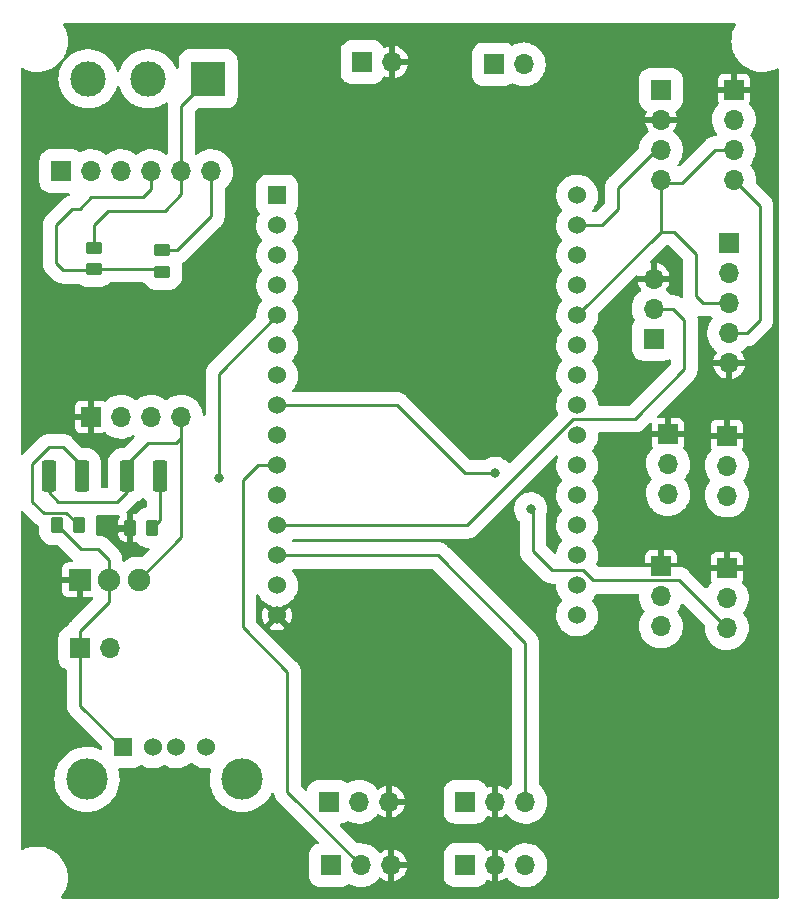
<source format=gbr>
%TF.GenerationSoftware,KiCad,Pcbnew,(6.0.1)*%
%TF.CreationDate,2022-04-27T12:01:46-05:00*%
%TF.ProjectId,RemotePet,52656d6f-7465-4506-9574-2e6b69636164,rev?*%
%TF.SameCoordinates,Original*%
%TF.FileFunction,Copper,L1,Top*%
%TF.FilePolarity,Positive*%
%FSLAX46Y46*%
G04 Gerber Fmt 4.6, Leading zero omitted, Abs format (unit mm)*
G04 Created by KiCad (PCBNEW (6.0.1)) date 2022-04-27 12:01:46*
%MOMM*%
%LPD*%
G01*
G04 APERTURE LIST*
G04 Aperture macros list*
%AMRoundRect*
0 Rectangle with rounded corners*
0 $1 Rounding radius*
0 $2 $3 $4 $5 $6 $7 $8 $9 X,Y pos of 4 corners*
0 Add a 4 corners polygon primitive as box body*
4,1,4,$2,$3,$4,$5,$6,$7,$8,$9,$2,$3,0*
0 Add four circle primitives for the rounded corners*
1,1,$1+$1,$2,$3*
1,1,$1+$1,$4,$5*
1,1,$1+$1,$6,$7*
1,1,$1+$1,$8,$9*
0 Add four rect primitives between the rounded corners*
20,1,$1+$1,$2,$3,$4,$5,0*
20,1,$1+$1,$4,$5,$6,$7,0*
20,1,$1+$1,$6,$7,$8,$9,0*
20,1,$1+$1,$8,$9,$2,$3,0*%
G04 Aperture macros list end*
%TA.AperFunction,ComponentPad*%
%ADD10R,1.524000X1.524000*%
%TD*%
%TA.AperFunction,ComponentPad*%
%ADD11C,1.524000*%
%TD*%
%TA.AperFunction,ComponentPad*%
%ADD12R,1.700000X1.700000*%
%TD*%
%TA.AperFunction,ComponentPad*%
%ADD13O,1.700000X1.700000*%
%TD*%
%TA.AperFunction,ComponentPad*%
%ADD14R,3.000000X3.000000*%
%TD*%
%TA.AperFunction,ComponentPad*%
%ADD15C,3.000000*%
%TD*%
%TA.AperFunction,SMDPad,CuDef*%
%ADD16RoundRect,0.250000X0.450000X-0.262500X0.450000X0.262500X-0.450000X0.262500X-0.450000X-0.262500X0*%
%TD*%
%TA.AperFunction,SMDPad,CuDef*%
%ADD17RoundRect,0.250000X-0.375000X-1.075000X0.375000X-1.075000X0.375000X1.075000X-0.375000X1.075000X0*%
%TD*%
%TA.AperFunction,ComponentPad*%
%ADD18R,1.900000X1.900000*%
%TD*%
%TA.AperFunction,ComponentPad*%
%ADD19C,1.900000*%
%TD*%
%TA.AperFunction,SMDPad,CuDef*%
%ADD20RoundRect,0.250000X-0.262500X-0.450000X0.262500X-0.450000X0.262500X0.450000X-0.262500X0.450000X0*%
%TD*%
%TA.AperFunction,SMDPad,CuDef*%
%ADD21RoundRect,0.250000X-0.450000X0.262500X-0.450000X-0.262500X0.450000X-0.262500X0.450000X0.262500X0*%
%TD*%
%TA.AperFunction,ComponentPad*%
%ADD22C,3.500000*%
%TD*%
%TA.AperFunction,ViaPad*%
%ADD23C,0.800000*%
%TD*%
%TA.AperFunction,Conductor*%
%ADD24C,0.250000*%
%TD*%
G04 APERTURE END LIST*
D10*
%TO.P,U1,1,EN*%
%TO.N,unconnected-(U1-Pad1)*%
X122325000Y-70065000D03*
D11*
%TO.P,U1,2,SENSOR_VP*%
%TO.N,unconnected-(U1-Pad2)*%
X122325000Y-72605000D03*
%TO.P,U1,3,SENSOR_VN*%
%TO.N,unconnected-(U1-Pad3)*%
X122325000Y-75145000D03*
%TO.P,U1,4,IO34*%
%TO.N,unconnected-(U1-Pad4)*%
X122325000Y-77685000D03*
%TO.P,U1,5,IO35*%
%TO.N,IO35*%
X122325000Y-80225000D03*
%TO.P,U1,6,IO32*%
%TO.N,unconnected-(U1-Pad6)*%
X122325000Y-82765000D03*
%TO.P,U1,7,IO33*%
%TO.N,unconnected-(U1-Pad7)*%
X122325000Y-85305000D03*
%TO.P,U1,8,IO25*%
%TO.N,IO25*%
X122325000Y-87845000D03*
%TO.P,U1,9,IO26*%
%TO.N,IO26*%
X122325000Y-90385000D03*
%TO.P,U1,10,IO27*%
%TO.N,IO27*%
X122325000Y-92925000D03*
%TO.P,U1,11,IO14*%
%TO.N,IO14*%
X122325000Y-95465000D03*
%TO.P,U1,12,IO12*%
%TO.N,IO12*%
X122325000Y-98005000D03*
%TO.P,U1,13,IO13*%
%TO.N,IO13*%
X122325000Y-100545000D03*
%TO.P,U1,14,GND*%
%TO.N,GND*%
X122325000Y-103085000D03*
%TO.P,U1,15,VIN*%
%TO.N,5V*%
X122325000Y-105625000D03*
%TO.P,U1,16,3V3*%
%TO.N,3.3V*%
X147725000Y-105625000D03*
%TO.P,U1,17,GND*%
%TO.N,GND*%
X147725000Y-103085000D03*
%TO.P,U1,18,IO15*%
%TO.N,unconnected-(U1-Pad18)*%
X147725000Y-100545000D03*
%TO.P,U1,19,IO2*%
%TO.N,unconnected-(U1-Pad19)*%
X147725000Y-98005000D03*
%TO.P,U1,20,IO4*%
%TO.N,unconnected-(U1-Pad20)*%
X147725000Y-95465000D03*
%TO.P,U1,21,IO16*%
%TO.N,IO16*%
X147725000Y-92925000D03*
%TO.P,U1,22,IO17*%
%TO.N,IO17*%
X147725000Y-90385000D03*
%TO.P,U1,23,IO5*%
%TO.N,unconnected-(U1-Pad23)*%
X147725000Y-87845000D03*
%TO.P,U1,24,IO18*%
%TO.N,IO18*%
X147725000Y-85305000D03*
%TO.P,U1,25,IO19*%
%TO.N,IO19*%
X147725000Y-82765000D03*
%TO.P,U1,26,IO21*%
%TO.N,IO21*%
X147725000Y-80225000D03*
%TO.P,U1,27,RXD0/IO3*%
%TO.N,TX_cam*%
X147725000Y-77685000D03*
%TO.P,U1,28,TXD0/IO1*%
%TO.N,RX_cam*%
X147725000Y-75145000D03*
%TO.P,U1,29,IO22*%
%TO.N,IO22*%
X147725000Y-72605000D03*
%TO.P,U1,30,IO23*%
%TO.N,unconnected-(U1-Pad30)*%
X147725000Y-70065000D03*
%TD*%
D12*
%TO.P,conn_alimentacion1,1,Pin_1*%
%TO.N,VCC*%
X105660000Y-108400000D03*
D13*
%TO.P,conn_alimentacion1,2,Pin_2*%
%TO.N,GND*%
X108200000Y-108400000D03*
%TD*%
D12*
%TO.P,ServoWater1,1,Pin_1*%
%TO.N,5V*%
X160400000Y-90400000D03*
D13*
%TO.P,ServoWater1,2,Pin_2*%
%TO.N,GND*%
X160400000Y-92940000D03*
%TO.P,ServoWater1,3,Pin_3*%
%TO.N,IO26*%
X160400000Y-95480000D03*
%TD*%
D14*
%TO.P,Screw1,1,Pin_1*%
%TO.N,Net-(R1-Pad2)*%
X116480000Y-60200000D03*
D15*
%TO.P,Screw1,2,Pin_2*%
%TO.N,Net-(Screw1-Pad2)*%
X111400000Y-60200000D03*
%TO.P,Screw1,3,Pin_3*%
%TO.N,Net-(R2-Pad1)*%
X106320000Y-60200000D03*
%TD*%
D16*
%TO.P,R1,1*%
%TO.N,Net-(R1-Pad1)*%
X106800000Y-76312500D03*
%TO.P,R1,2*%
%TO.N,Net-(R1-Pad2)*%
X106800000Y-74487500D03*
%TD*%
D12*
%TO.P,ServoWater2,1,Pin_1*%
%TO.N,5V*%
X155425000Y-90275000D03*
D13*
%TO.P,ServoWater2,2,Pin_2*%
%TO.N,GND*%
X155425000Y-92815000D03*
%TO.P,ServoWater2,3,Pin_3*%
%TO.N,IO17*%
X155425000Y-95355000D03*
%TD*%
D17*
%TO.P,D3,1,K*%
%TO.N,GND*%
X103000000Y-93800000D03*
%TO.P,D3,2,A*%
%TO.N,Net-(R5-Pad2)*%
X105800000Y-93800000D03*
%TD*%
D18*
%TO.P,S1,1*%
%TO.N,5V*%
X105600000Y-102600000D03*
D19*
%TO.P,S1,2*%
%TO.N,VCC*%
X108100000Y-102600000D03*
%TO.P,S1,3*%
%TO.N,GND*%
X110600000Y-102600000D03*
%TD*%
D12*
%TO.P,WaterS1,1,Pin_1*%
%TO.N,GND*%
X138275000Y-126775000D03*
D13*
%TO.P,WaterS1,2,Pin_2*%
%TO.N,5V*%
X140815000Y-126775000D03*
%TO.P,WaterS1,3,Pin_3*%
%TO.N,IO35*%
X143355000Y-126775000D03*
%TD*%
D12*
%TO.P,U2,1,B+*%
%TO.N,unconnected-(U2-Pad1)*%
X104050000Y-68015000D03*
D13*
%TO.P,U2,2,B-*%
%TO.N,unconnected-(U2-Pad2)*%
X106590000Y-68015000D03*
%TO.P,U2,3,A+*%
%TO.N,Net-(Screw1-Pad2)*%
X109130000Y-68015000D03*
%TO.P,U2,4,A-*%
%TO.N,Net-(R1-Pad1)*%
X111670000Y-68015000D03*
%TO.P,U2,5,E-*%
%TO.N,Net-(R1-Pad2)*%
X114210000Y-68015000D03*
%TO.P,U2,6,E+*%
%TO.N,Net-(R2-Pad1)*%
X116750000Y-68015000D03*
D12*
%TO.P,U2,7,VCC*%
%TO.N,5V*%
X106560000Y-88805000D03*
D13*
%TO.P,U2,8,SCK*%
%TO.N,IO18*%
X109100000Y-88805000D03*
%TO.P,U2,9,DT*%
%TO.N,IO19*%
X111640000Y-88805000D03*
%TO.P,U2,10,GND*%
%TO.N,GND*%
X114180000Y-88805000D03*
%TD*%
D12*
%TO.P,WaterS2,1,Pin_1*%
%TO.N,GND*%
X138275000Y-121400000D03*
D13*
%TO.P,WaterS2,2,Pin_2*%
%TO.N,5V*%
X140815000Y-121400000D03*
%TO.P,WaterS2,3,Pin_3*%
%TO.N,IO13*%
X143355000Y-121400000D03*
%TD*%
D12*
%TO.P,ServoFood2,1,Pin_1*%
%TO.N,5V*%
X154825000Y-101475000D03*
D13*
%TO.P,ServoFood2,2,Pin_2*%
%TO.N,GND*%
X154825000Y-104015000D03*
%TO.P,ServoFood2,3,Pin_3*%
%TO.N,IO16*%
X154825000Y-106555000D03*
%TD*%
D20*
%TO.P,R5,1*%
%TO.N,VCC*%
X103687500Y-98000000D03*
%TO.P,R5,2*%
%TO.N,Net-(R5-Pad2)*%
X105512500Y-98000000D03*
%TD*%
%TO.P,R4,1*%
%TO.N,5V*%
X109887500Y-98200000D03*
%TO.P,R4,2*%
%TO.N,Net-(D2-Pad2)*%
X111712500Y-98200000D03*
%TD*%
D17*
%TO.P,D2,1,K*%
%TO.N,GND*%
X109600000Y-93800000D03*
%TO.P,D2,2,A*%
%TO.N,Net-(D2-Pad2)*%
X112400000Y-93800000D03*
%TD*%
D12*
%TO.P,Esp32Cam1,1,Pin_1*%
%TO.N,GND*%
X129550000Y-58775000D03*
D13*
%TO.P,Esp32Cam1,2,Pin_2*%
%TO.N,5V*%
X132090000Y-58775000D03*
%TD*%
D12*
%TO.P,ServoFood1,1,Pin_1*%
%TO.N,5V*%
X160400000Y-101625000D03*
D13*
%TO.P,ServoFood1,2,Pin_2*%
%TO.N,GND*%
X160400000Y-104165000D03*
%TO.P,ServoFood1,3,Pin_3*%
%TO.N,IO25*%
X160400000Y-106705000D03*
%TD*%
D21*
%TO.P,R2,1*%
%TO.N,Net-(R2-Pad1)*%
X112610000Y-74722500D03*
%TO.P,R2,2*%
%TO.N,Net-(R1-Pad1)*%
X112610000Y-76547500D03*
%TD*%
D12*
%TO.P,Infrarroj6,1,Pin_1*%
%TO.N,5V*%
X161000000Y-61120000D03*
D13*
%TO.P,Infrarroj6,2,Pin_2*%
%TO.N,GND*%
X161000000Y-63660000D03*
%TO.P,Infrarroj6,3,Pin_3*%
%TO.N,IO21*%
X161000000Y-66200000D03*
%TO.P,Infrarroj6,4,Pin_4*%
%TO.N,IO22*%
X161000000Y-68740000D03*
%TD*%
D12*
%TO.P,Esp32,1,Pin_1*%
%TO.N,TX_cam*%
X140660000Y-58975000D03*
D13*
%TO.P,Esp32,2,Pin_2*%
%TO.N,RX_cam*%
X143200000Y-58975000D03*
%TD*%
D12*
%TO.P,DispOled1,1,Pin_1*%
%TO.N,GND*%
X154825000Y-61120000D03*
D13*
%TO.P,DispOled1,2,Pin_2*%
%TO.N,5V*%
X154825000Y-63660000D03*
%TO.P,DispOled1,3,Pin_3*%
%TO.N,IO22*%
X154825000Y-66200000D03*
%TO.P,DispOled1,4,Pin_4*%
%TO.N,IO21*%
X154825000Y-68740000D03*
%TD*%
D12*
%TO.P,MotionS1,1,Pin_1*%
%TO.N,GND*%
X154200000Y-82200000D03*
D13*
%TO.P,MotionS1,2,Pin_2*%
%TO.N,IO12*%
X154200000Y-79660000D03*
%TO.P,MotionS1,3,Pin_3*%
%TO.N,5V*%
X154200000Y-77120000D03*
%TD*%
D10*
%TO.P,USB1,1,VBUS*%
%TO.N,VCC*%
X109300000Y-116800000D03*
D11*
%TO.P,USB1,2,D-*%
%TO.N,unconnected-(USB1-Pad2)*%
X111800000Y-116800000D03*
%TO.P,USB1,3,D+*%
%TO.N,unconnected-(USB1-Pad3)*%
X113800000Y-116800000D03*
%TO.P,USB1,4,GND*%
%TO.N,GND*%
X116300000Y-116800000D03*
D22*
%TO.P,USB1,5,Shield*%
X119370000Y-119510000D03*
X106230000Y-119510000D03*
%TD*%
D12*
%TO.P,SensorSharp2,1,Pin_1*%
%TO.N,GND*%
X126720000Y-121400000D03*
D13*
%TO.P,SensorSharp2,2,Pin_2*%
%TO.N,IO14*%
X129260000Y-121400000D03*
%TO.P,SensorSharp2,3,Pin_3*%
%TO.N,5V*%
X131800000Y-121400000D03*
%TD*%
D12*
%TO.P,SensorSharp1,1,Pin_1*%
%TO.N,GND*%
X126875000Y-126775000D03*
D13*
%TO.P,SensorSharp1,2,Pin_2*%
%TO.N,IO27*%
X129415000Y-126775000D03*
%TO.P,SensorSharp1,3,Pin_3*%
%TO.N,5V*%
X131955000Y-126775000D03*
%TD*%
D12*
%TO.P,U6,1,Pin_1*%
%TO.N,GND*%
X160600000Y-74100000D03*
D13*
%TO.P,U6,2,Pin_2*%
X160600000Y-76640000D03*
%TO.P,U6,3,Pin_3*%
%TO.N,IO21*%
X160600000Y-79180000D03*
%TO.P,U6,4,Pin_4*%
%TO.N,IO22*%
X160600000Y-81720000D03*
%TO.P,U6,5,Pin_5*%
%TO.N,5V*%
X160600000Y-84260000D03*
%TD*%
D23*
%TO.N,IO25*%
X140800000Y-93600000D03*
X143800000Y-96600000D03*
%TO.N,5V*%
X108600000Y-98400000D03*
%TO.N,IO35*%
X117400000Y-94000000D03*
%TD*%
D24*
%TO.N,IO22*%
X154120000Y-66480000D02*
X154825000Y-66480000D01*
X151200000Y-71200000D02*
X151200000Y-69400000D01*
X151200000Y-69400000D02*
X154120000Y-66480000D01*
X149795000Y-72605000D02*
X151200000Y-71200000D01*
X147725000Y-72605000D02*
X149795000Y-72605000D01*
X163200000Y-80600000D02*
X162080000Y-81720000D01*
X162080000Y-81720000D02*
X160600000Y-81720000D01*
X163200000Y-70940000D02*
X163200000Y-80600000D01*
X161000000Y-68740000D02*
X163200000Y-70940000D01*
%TO.N,IO25*%
X132445000Y-87845000D02*
X122325000Y-87845000D01*
X140800000Y-93600000D02*
X138200000Y-93600000D01*
X138200000Y-93600000D02*
X132445000Y-87845000D01*
%TO.N,5V*%
X108600000Y-98400000D02*
X109687500Y-98400000D01*
X109687500Y-98400000D02*
X109887500Y-98200000D01*
%TO.N,IO25*%
X144000000Y-100200000D02*
X144000000Y-96800000D01*
X160400000Y-106705000D02*
X156344511Y-102649511D01*
X148200000Y-101800000D02*
X145600000Y-101800000D01*
X144000000Y-96800000D02*
X143800000Y-96600000D01*
X156344511Y-102649511D02*
X149049511Y-102649511D01*
X149049511Y-102649511D02*
X148200000Y-101800000D01*
X145600000Y-101800000D02*
X144000000Y-100200000D01*
%TO.N,GND*%
X113800000Y-91000000D02*
X114180000Y-90620000D01*
X114180000Y-88805000D02*
X114180000Y-99020000D01*
X109600000Y-93800000D02*
X109600000Y-92800000D01*
X109600000Y-92800000D02*
X111400000Y-91000000D01*
X103800000Y-96000000D02*
X108800000Y-96000000D01*
X114180000Y-99020000D02*
X110600000Y-102600000D01*
X114180000Y-90620000D02*
X114180000Y-88805000D01*
X103000000Y-95200000D02*
X103800000Y-96000000D01*
X103000000Y-93800000D02*
X103000000Y-95200000D01*
X108800000Y-96000000D02*
X109600000Y-95200000D01*
X111400000Y-91000000D02*
X113800000Y-91000000D01*
X109600000Y-95200000D02*
X109600000Y-93800000D01*
%TO.N,IO21*%
X156580000Y-69020000D02*
X159400000Y-66200000D01*
X154825000Y-73125000D02*
X155925000Y-73125000D01*
X154825000Y-69020000D02*
X156580000Y-69020000D01*
X159400000Y-66200000D02*
X161000000Y-66200000D01*
X154825000Y-73125000D02*
X147725000Y-80225000D01*
X154825000Y-69020000D02*
X154825000Y-73125000D01*
X157800000Y-78600000D02*
X158380000Y-79180000D01*
X158380000Y-79180000D02*
X160600000Y-79180000D01*
X157800000Y-75000000D02*
X157800000Y-78600000D01*
X155925000Y-73125000D02*
X157800000Y-75000000D01*
%TO.N,IO35*%
X117400000Y-85150000D02*
X122325000Y-80225000D01*
X117400000Y-94000000D02*
X117400000Y-85150000D01*
%TO.N,Net-(D2-Pad2)*%
X112400000Y-93800000D02*
X112400000Y-97512500D01*
X112400000Y-97512500D02*
X111712500Y-98200000D01*
%TO.N,VCC*%
X105687500Y-100000000D02*
X107200000Y-100000000D01*
X103687500Y-98000000D02*
X105687500Y-100000000D01*
X105660000Y-108400000D02*
X105660000Y-106940000D01*
X105660000Y-106940000D02*
X108100000Y-104500000D01*
X107200000Y-100000000D02*
X108100000Y-100900000D01*
X108100000Y-100900000D02*
X108100000Y-102600000D01*
X105660000Y-108400000D02*
X105660000Y-113260000D01*
X109272500Y-116872500D02*
X109300000Y-116872500D01*
X105660000Y-113260000D02*
X109272500Y-116872500D01*
X108100000Y-104500000D02*
X108100000Y-102600000D01*
%TO.N,IO12*%
X156800000Y-84800000D02*
X156800000Y-80600000D01*
X155860000Y-79660000D02*
X154200000Y-79660000D01*
X138395000Y-98005000D02*
X147400000Y-89000000D01*
X122325000Y-98005000D02*
X138395000Y-98005000D01*
X152600000Y-89000000D02*
X156800000Y-84800000D01*
X147400000Y-89000000D02*
X152600000Y-89000000D01*
X156800000Y-80600000D02*
X155860000Y-79660000D01*
%TO.N,Net-(R1-Pad2)*%
X114210000Y-62470000D02*
X116480000Y-60200000D01*
X114210000Y-68015000D02*
X114210000Y-62470000D01*
X106800000Y-74487500D02*
X106800000Y-72600000D01*
X112800000Y-71400000D02*
X114210000Y-69990000D01*
X106800000Y-72600000D02*
X108000000Y-71400000D01*
X114210000Y-69990000D02*
X114210000Y-68015000D01*
X108000000Y-71400000D02*
X112800000Y-71400000D01*
%TO.N,IO27*%
X119400000Y-94200000D02*
X120675000Y-92925000D01*
X123200000Y-120560000D02*
X123200000Y-110400000D01*
X129415000Y-126775000D02*
X123200000Y-120560000D01*
X120675000Y-92925000D02*
X122325000Y-92925000D01*
X119400000Y-106600000D02*
X119400000Y-94200000D01*
X123200000Y-110400000D02*
X119400000Y-106600000D01*
%TO.N,IO13*%
X143355000Y-107955000D02*
X135945000Y-100545000D01*
X135945000Y-100545000D02*
X122325000Y-100545000D01*
X143355000Y-121400000D02*
X143355000Y-107955000D01*
%TO.N,Net-(R2-Pad1)*%
X116750000Y-71850000D02*
X116750000Y-68015000D01*
X113877500Y-74722500D02*
X116750000Y-71850000D01*
X112610000Y-74722500D02*
X113877500Y-74722500D01*
%TO.N,Net-(R1-Pad1)*%
X106712500Y-76400000D02*
X104200000Y-76400000D01*
X112375000Y-76312500D02*
X112610000Y-76547500D01*
X103600000Y-72600000D02*
X105000000Y-71200000D01*
X105600000Y-71200000D02*
X106600000Y-70200000D01*
X106600000Y-70200000D02*
X111000000Y-70200000D01*
X111000000Y-70200000D02*
X111670000Y-69530000D01*
X105000000Y-71200000D02*
X105600000Y-71200000D01*
X103600000Y-75800000D02*
X103600000Y-72600000D01*
X111670000Y-69530000D02*
X111670000Y-68015000D01*
X106800000Y-76312500D02*
X112375000Y-76312500D01*
X106800000Y-76312500D02*
X106712500Y-76400000D01*
X104200000Y-76400000D02*
X103600000Y-75800000D01*
%TO.N,Net-(R5-Pad2)*%
X101600000Y-92800000D02*
X101600000Y-96000000D01*
X102575480Y-96975480D02*
X101600000Y-96000000D01*
X103000000Y-91400000D02*
X101600000Y-92800000D01*
X105800000Y-93800000D02*
X105800000Y-93000000D01*
X104200000Y-91400000D02*
X103000000Y-91400000D01*
X105800000Y-93000000D02*
X104200000Y-91400000D01*
X105512500Y-98000000D02*
X104487980Y-96975480D01*
X104487980Y-96975480D02*
X102575480Y-96975480D01*
%TD*%
%TA.AperFunction,Conductor*%
%TO.N,5V*%
G36*
X161128161Y-55495002D02*
G01*
X161174654Y-55548658D01*
X161184758Y-55618932D01*
X161167300Y-55667116D01*
X161104423Y-55769122D01*
X160973175Y-56053821D01*
X160972016Y-56057421D01*
X160972013Y-56057428D01*
X160963810Y-56082901D01*
X160877081Y-56352225D01*
X160876362Y-56355941D01*
X160876360Y-56355949D01*
X160818251Y-56656293D01*
X160818250Y-56656302D01*
X160817532Y-56660012D01*
X160817265Y-56663788D01*
X160817264Y-56663793D01*
X160804455Y-56844709D01*
X160795391Y-56972724D01*
X160795580Y-56976516D01*
X160796749Y-57000000D01*
X160810410Y-57274412D01*
X160810978Y-57285831D01*
X160811619Y-57289562D01*
X160811620Y-57289570D01*
X160862652Y-57586555D01*
X160864068Y-57594797D01*
X160865156Y-57598436D01*
X160865157Y-57598439D01*
X160944694Y-57864391D01*
X160953892Y-57895148D01*
X161079149Y-58182533D01*
X161081072Y-58185804D01*
X161081074Y-58185808D01*
X161128919Y-58267194D01*
X161238024Y-58452788D01*
X161240325Y-58455803D01*
X161382567Y-58642184D01*
X161428216Y-58701999D01*
X161430864Y-58704718D01*
X161430869Y-58704723D01*
X161644323Y-58923840D01*
X161646969Y-58926556D01*
X161649913Y-58928927D01*
X161649916Y-58928930D01*
X161888163Y-59120828D01*
X161888168Y-59120832D01*
X161891116Y-59123206D01*
X162157120Y-59289101D01*
X162441127Y-59421837D01*
X162444737Y-59423020D01*
X162444741Y-59423022D01*
X162621663Y-59481020D01*
X162739023Y-59519493D01*
X163046495Y-59580652D01*
X163050268Y-59580939D01*
X163050275Y-59580940D01*
X163355309Y-59604144D01*
X163355314Y-59604144D01*
X163359086Y-59604431D01*
X163672271Y-59590483D01*
X163676009Y-59589861D01*
X163676017Y-59589860D01*
X163862073Y-59558891D01*
X163981511Y-59539011D01*
X164282328Y-59450761D01*
X164570365Y-59327011D01*
X164573655Y-59325100D01*
X164573661Y-59325097D01*
X164610714Y-59303575D01*
X164679665Y-59286655D01*
X164746817Y-59309700D01*
X164790851Y-59365392D01*
X164800000Y-59412528D01*
X164800000Y-129474000D01*
X164779998Y-129542121D01*
X164726342Y-129588614D01*
X164674000Y-129600000D01*
X104152360Y-129600000D01*
X104084239Y-129579998D01*
X104037746Y-129526342D01*
X104027642Y-129456068D01*
X104054646Y-129394452D01*
X104115276Y-129319980D01*
X104282562Y-129054849D01*
X104416783Y-128771541D01*
X104515997Y-128474159D01*
X104578766Y-128167013D01*
X104604181Y-127854550D01*
X104604625Y-127812139D01*
X104604729Y-127802221D01*
X104604729Y-127802214D01*
X104604752Y-127800000D01*
X104597688Y-127682816D01*
X104586115Y-127490851D01*
X104586115Y-127490847D01*
X104585887Y-127487073D01*
X104546548Y-127271672D01*
X104530244Y-127182401D01*
X104530243Y-127182397D01*
X104529564Y-127178679D01*
X104436600Y-126879286D01*
X104389842Y-126775000D01*
X104309896Y-126596698D01*
X104308341Y-126593229D01*
X104146644Y-126324652D01*
X104144317Y-126321668D01*
X104144312Y-126321661D01*
X103956189Y-126080442D01*
X103956187Y-126080440D01*
X103953853Y-126077447D01*
X103732760Y-125855193D01*
X103631309Y-125775215D01*
X103489548Y-125663460D01*
X103486567Y-125661110D01*
X103218841Y-125498010D01*
X103078749Y-125434314D01*
X102936912Y-125369824D01*
X102936905Y-125369821D01*
X102933460Y-125368255D01*
X102634557Y-125273724D01*
X102360613Y-125222209D01*
X102330185Y-125216487D01*
X102330183Y-125216487D01*
X102326462Y-125215787D01*
X102013638Y-125195284D01*
X102009858Y-125195492D01*
X102009857Y-125195492D01*
X101898558Y-125201617D01*
X101700617Y-125212510D01*
X101391933Y-125267218D01*
X101388308Y-125268323D01*
X101388303Y-125268324D01*
X101170292Y-125334768D01*
X101092056Y-125358613D01*
X100805332Y-125485372D01*
X100802078Y-125487308D01*
X100802072Y-125487311D01*
X100790423Y-125494242D01*
X100721653Y-125511882D01*
X100654263Y-125489542D01*
X100609649Y-125434314D01*
X100600000Y-125385957D01*
X100600000Y-103594669D01*
X104142001Y-103594669D01*
X104142371Y-103601490D01*
X104147895Y-103652352D01*
X104151521Y-103667604D01*
X104196676Y-103788054D01*
X104205214Y-103803649D01*
X104281715Y-103905724D01*
X104294276Y-103918285D01*
X104396351Y-103994786D01*
X104411946Y-104003324D01*
X104532394Y-104048478D01*
X104547649Y-104052105D01*
X104598514Y-104057631D01*
X104605328Y-104058000D01*
X105327885Y-104058000D01*
X105343124Y-104053525D01*
X105344329Y-104052135D01*
X105346000Y-104044452D01*
X105346000Y-102872115D01*
X105341525Y-102856876D01*
X105340135Y-102855671D01*
X105332452Y-102854000D01*
X104160116Y-102854000D01*
X104144877Y-102858475D01*
X104143672Y-102859865D01*
X104142001Y-102867548D01*
X104142001Y-103594669D01*
X100600000Y-103594669D01*
X100600000Y-96898591D01*
X100620002Y-96830470D01*
X100673658Y-96783977D01*
X100743932Y-96773873D01*
X100808580Y-96803425D01*
X100829018Y-96821160D01*
X100835533Y-96827231D01*
X101704891Y-97696589D01*
X101711999Y-97705007D01*
X101712217Y-97704819D01*
X101716141Y-97709365D01*
X101719606Y-97714250D01*
X101723929Y-97718389D01*
X101723933Y-97718393D01*
X101787633Y-97779372D01*
X101789597Y-97781295D01*
X101817577Y-97809275D01*
X101819890Y-97811186D01*
X101819892Y-97811187D01*
X101823438Y-97814116D01*
X101830323Y-97820239D01*
X101874745Y-97862764D01*
X101879786Y-97866019D01*
X101903420Y-97881279D01*
X101915293Y-97889968D01*
X101941610Y-97911701D01*
X101971232Y-97927885D01*
X101995573Y-97941184D01*
X102003492Y-97945895D01*
X102055169Y-97979262D01*
X102060733Y-97981504D01*
X102060738Y-97981507D01*
X102086820Y-97992018D01*
X102100129Y-97998309D01*
X102106613Y-98001851D01*
X102108908Y-98003105D01*
X102159100Y-98053317D01*
X102174500Y-98113680D01*
X102174500Y-98512138D01*
X102185949Y-98652902D01*
X102241463Y-98869113D01*
X102243799Y-98874216D01*
X102243800Y-98874218D01*
X102264046Y-98918439D01*
X102334386Y-99072075D01*
X102337586Y-99076679D01*
X102337587Y-99076681D01*
X102456928Y-99248389D01*
X102461783Y-99255375D01*
X102619625Y-99413217D01*
X102624231Y-99416418D01*
X102624233Y-99416420D01*
X102794492Y-99534753D01*
X102802925Y-99540614D01*
X102887414Y-99579296D01*
X103000782Y-99631200D01*
X103000784Y-99631201D01*
X103005887Y-99633537D01*
X103222098Y-99689051D01*
X103286232Y-99694267D01*
X103360311Y-99700293D01*
X103360323Y-99700293D01*
X103362862Y-99700500D01*
X103744112Y-99700500D01*
X103812233Y-99720502D01*
X103833207Y-99737405D01*
X104816911Y-100721109D01*
X104824019Y-100729527D01*
X104824237Y-100729339D01*
X104828161Y-100733885D01*
X104831626Y-100738770D01*
X104835949Y-100742909D01*
X104835953Y-100742913D01*
X104899653Y-100803892D01*
X104901617Y-100805815D01*
X104929597Y-100833795D01*
X104931910Y-100835706D01*
X104931912Y-100835707D01*
X104935458Y-100838636D01*
X104942343Y-100844759D01*
X104986765Y-100887284D01*
X104991806Y-100890539D01*
X105015440Y-100905799D01*
X105027337Y-100914508D01*
X105032602Y-100918857D01*
X105072384Y-100977661D01*
X105074059Y-101048638D01*
X105037095Y-101109253D01*
X104973228Y-101140261D01*
X104952359Y-101142001D01*
X104605331Y-101142001D01*
X104598510Y-101142371D01*
X104547648Y-101147895D01*
X104532396Y-101151521D01*
X104411946Y-101196676D01*
X104396351Y-101205214D01*
X104294276Y-101281715D01*
X104281715Y-101294276D01*
X104205214Y-101396351D01*
X104196676Y-101411946D01*
X104151522Y-101532394D01*
X104147895Y-101547649D01*
X104142369Y-101598514D01*
X104142000Y-101605328D01*
X104142000Y-102327885D01*
X104146475Y-102343124D01*
X104147865Y-102344329D01*
X104155548Y-102346000D01*
X105728000Y-102346000D01*
X105796121Y-102366002D01*
X105842614Y-102419658D01*
X105854000Y-102472000D01*
X105854000Y-104039884D01*
X105858475Y-104055123D01*
X105859865Y-104056328D01*
X105867548Y-104057999D01*
X106594669Y-104057999D01*
X106601488Y-104057630D01*
X106637528Y-104053715D01*
X106707410Y-104066244D01*
X106759425Y-104114565D01*
X106777059Y-104183337D01*
X106754712Y-104250725D01*
X106740229Y-104268073D01*
X104938891Y-106069411D01*
X104930473Y-106076519D01*
X104930661Y-106076737D01*
X104926115Y-106080661D01*
X104921230Y-106084126D01*
X104917091Y-106088449D01*
X104917087Y-106088453D01*
X104856108Y-106152153D01*
X104854185Y-106154117D01*
X104826205Y-106182097D01*
X104824294Y-106184410D01*
X104824293Y-106184412D01*
X104821364Y-106187958D01*
X104815241Y-106194843D01*
X104772716Y-106239265D01*
X104769461Y-106244306D01*
X104754201Y-106267940D01*
X104745512Y-106279813D01*
X104723779Y-106306130D01*
X104700898Y-106348009D01*
X104694296Y-106360093D01*
X104689585Y-106368012D01*
X104656218Y-106419689D01*
X104653976Y-106425253D01*
X104653973Y-106425258D01*
X104643462Y-106451340D01*
X104637169Y-106464652D01*
X104635149Y-106468350D01*
X104620807Y-106494601D01*
X104618979Y-106500313D01*
X104618976Y-106500319D01*
X104617084Y-106506231D01*
X104577267Y-106565011D01*
X104531814Y-106588937D01*
X104436530Y-106616259D01*
X104256404Y-106710427D01*
X104251461Y-106714458D01*
X104251460Y-106714459D01*
X104202815Y-106754133D01*
X104098891Y-106838891D01*
X104094862Y-106843831D01*
X104019694Y-106935997D01*
X103970427Y-106996404D01*
X103876259Y-107176530D01*
X103820234Y-107371913D01*
X103819188Y-107383630D01*
X103810547Y-107480458D01*
X103809500Y-107492184D01*
X103809500Y-109307816D01*
X103820234Y-109428087D01*
X103876259Y-109623470D01*
X103935715Y-109737199D01*
X103960427Y-109784467D01*
X103970427Y-109803596D01*
X103974458Y-109808539D01*
X103974459Y-109808540D01*
X104069809Y-109925451D01*
X104098891Y-109961109D01*
X104103831Y-109965138D01*
X104225050Y-110064001D01*
X104256404Y-110089573D01*
X104436530Y-110183741D01*
X104443228Y-110185662D01*
X104443499Y-110185834D01*
X104448591Y-110187870D01*
X104448211Y-110188819D01*
X104503197Y-110223663D01*
X104533101Y-110288055D01*
X104534500Y-110306781D01*
X104534500Y-113154303D01*
X104533573Y-113165280D01*
X104533861Y-113165301D01*
X104533422Y-113171278D01*
X104532416Y-113177195D01*
X104532547Y-113183195D01*
X104534470Y-113271330D01*
X104534500Y-113274079D01*
X104534500Y-113313664D01*
X104535220Y-113321203D01*
X104535760Y-113330424D01*
X104537101Y-113391910D01*
X104538363Y-113397771D01*
X104538363Y-113397772D01*
X104544283Y-113425267D01*
X104546537Y-113439821D01*
X104549778Y-113473795D01*
X104551464Y-113479543D01*
X104551466Y-113479552D01*
X104567091Y-113532813D01*
X104569363Y-113541760D01*
X104582304Y-113601866D01*
X104584655Y-113607391D01*
X104595664Y-113633264D01*
X104600622Y-113647111D01*
X104610235Y-113679876D01*
X104612985Y-113685215D01*
X104638390Y-113734542D01*
X104642312Y-113742894D01*
X104666392Y-113799486D01*
X104669740Y-113804458D01*
X104669741Y-113804461D01*
X104685451Y-113827797D01*
X104692946Y-113840470D01*
X104708571Y-113870807D01*
X104712278Y-113875526D01*
X104746561Y-113919171D01*
X104751993Y-113926635D01*
X104783796Y-113973873D01*
X104783800Y-113973878D01*
X104786332Y-113977639D01*
X104790127Y-113981825D01*
X104811133Y-114002831D01*
X104821124Y-114014092D01*
X104841237Y-114039698D01*
X104845767Y-114043629D01*
X104845768Y-114043630D01*
X104889018Y-114081160D01*
X104895533Y-114087231D01*
X107500595Y-116692293D01*
X107534621Y-116754605D01*
X107537500Y-116781388D01*
X107537500Y-116887291D01*
X107517498Y-116955412D01*
X107463842Y-117001905D01*
X107393568Y-117012009D01*
X107359349Y-117001992D01*
X107256901Y-116955412D01*
X107217493Y-116937494D01*
X106901288Y-116837491D01*
X106701918Y-116800000D01*
X106579083Y-116776901D01*
X106579078Y-116776900D01*
X106575359Y-116776201D01*
X106244428Y-116754511D01*
X106240648Y-116754719D01*
X106240647Y-116754719D01*
X106142888Y-116760099D01*
X105913288Y-116772735D01*
X105909561Y-116773396D01*
X105909557Y-116773396D01*
X105644350Y-116820397D01*
X105586735Y-116830608D01*
X105583110Y-116831713D01*
X105583105Y-116831714D01*
X105400753Y-116887291D01*
X105269500Y-116927294D01*
X104966179Y-117061391D01*
X104855907Y-117126996D01*
X104684424Y-117229017D01*
X104684418Y-117229021D01*
X104681164Y-117230957D01*
X104418585Y-117433536D01*
X104182244Y-117666193D01*
X103975566Y-117925558D01*
X103801545Y-118207874D01*
X103799956Y-118211321D01*
X103664287Y-118505607D01*
X103664283Y-118505617D01*
X103662700Y-118509051D01*
X103661541Y-118512651D01*
X103661538Y-118512658D01*
X103633315Y-118600301D01*
X103561043Y-118824728D01*
X103560324Y-118828444D01*
X103560322Y-118828452D01*
X103498766Y-119146613D01*
X103498765Y-119146622D01*
X103498047Y-119150332D01*
X103497780Y-119154108D01*
X103497779Y-119154113D01*
X103474892Y-119477356D01*
X103474624Y-119481145D01*
X103476061Y-119510000D01*
X103490733Y-119804715D01*
X103491114Y-119812376D01*
X103491755Y-119816107D01*
X103491756Y-119816115D01*
X103539472Y-120093802D01*
X103547277Y-120139227D01*
X103548365Y-120142866D01*
X103548366Y-120142869D01*
X103635347Y-120433713D01*
X103642300Y-120456964D01*
X103774807Y-120760983D01*
X103776730Y-120764254D01*
X103776732Y-120764258D01*
X103940956Y-121043612D01*
X103940961Y-121043620D01*
X103942879Y-121046882D01*
X103945180Y-121049897D01*
X104141780Y-121307505D01*
X104141785Y-121307510D01*
X104144080Y-121310518D01*
X104375496Y-121548073D01*
X104633775Y-121756107D01*
X104637000Y-121758118D01*
X104637001Y-121758119D01*
X104672890Y-121780501D01*
X104915176Y-121931604D01*
X105215623Y-122072024D01*
X105530763Y-122175332D01*
X105856032Y-122240032D01*
X105859804Y-122240319D01*
X105859812Y-122240320D01*
X106182941Y-122264900D01*
X106182946Y-122264900D01*
X106186718Y-122265187D01*
X106518031Y-122250432D01*
X106845172Y-122195981D01*
X106848806Y-122194915D01*
X106848810Y-122194914D01*
X106990786Y-122153262D01*
X107163401Y-122102622D01*
X107468111Y-121971709D01*
X107754885Y-121805137D01*
X107757911Y-121802853D01*
X107757918Y-121802848D01*
X108016545Y-121607604D01*
X108019572Y-121605319D01*
X108232557Y-121400000D01*
X108255608Y-121377779D01*
X108255609Y-121377778D01*
X108258335Y-121375150D01*
X108467718Y-121117964D01*
X108644687Y-120837485D01*
X108646901Y-120832813D01*
X108785049Y-120541216D01*
X108786678Y-120537778D01*
X108801890Y-120492184D01*
X108851114Y-120344640D01*
X108891635Y-120223183D01*
X108958037Y-119898257D01*
X108984923Y-119567707D01*
X108985527Y-119510000D01*
X108983788Y-119481145D01*
X108965798Y-119182738D01*
X108965798Y-119182734D01*
X108965570Y-119178960D01*
X108960342Y-119150332D01*
X108906669Y-118856448D01*
X108906668Y-118856444D01*
X108905987Y-118852715D01*
X108866598Y-118725863D01*
X108865500Y-118654876D01*
X108902955Y-118594563D01*
X108967072Y-118564075D01*
X108986931Y-118562500D01*
X110119816Y-118562500D01*
X110122603Y-118562251D01*
X110122609Y-118562251D01*
X110208455Y-118554589D01*
X110240087Y-118551766D01*
X110435470Y-118495741D01*
X110615596Y-118401573D01*
X110724767Y-118312536D01*
X110790198Y-118284982D01*
X110860139Y-118297177D01*
X110863350Y-118298968D01*
X110863398Y-118298876D01*
X111091099Y-118418675D01*
X111091105Y-118418677D01*
X111095234Y-118420850D01*
X111099642Y-118422389D01*
X111099648Y-118422392D01*
X111338136Y-118505676D01*
X111342552Y-118507218D01*
X111599920Y-118556081D01*
X111724175Y-118560963D01*
X111857015Y-118566182D01*
X111857020Y-118566182D01*
X111861683Y-118566365D01*
X111963540Y-118555210D01*
X112117438Y-118538356D01*
X112117444Y-118538355D01*
X112122091Y-118537846D01*
X112129137Y-118535991D01*
X112370900Y-118472340D01*
X112370902Y-118472339D01*
X112375423Y-118471149D01*
X112497560Y-118418675D01*
X112611820Y-118369585D01*
X112611822Y-118369584D01*
X112616114Y-118367740D01*
X112729430Y-118297618D01*
X112797882Y-118278780D01*
X112861792Y-118297699D01*
X112863398Y-118298876D01*
X112867534Y-118301052D01*
X113091099Y-118418675D01*
X113091105Y-118418677D01*
X113095234Y-118420850D01*
X113099642Y-118422389D01*
X113099648Y-118422392D01*
X113338136Y-118505676D01*
X113342552Y-118507218D01*
X113599920Y-118556081D01*
X113724175Y-118560963D01*
X113857015Y-118566182D01*
X113857020Y-118566182D01*
X113861683Y-118566365D01*
X113963540Y-118555210D01*
X114117438Y-118538356D01*
X114117444Y-118538355D01*
X114122091Y-118537846D01*
X114129137Y-118535991D01*
X114370900Y-118472340D01*
X114370902Y-118472339D01*
X114375423Y-118471149D01*
X114497560Y-118418675D01*
X114611820Y-118369585D01*
X114611822Y-118369584D01*
X114616114Y-118367740D01*
X114838876Y-118229891D01*
X114864884Y-118207874D01*
X114870908Y-118202774D01*
X114966471Y-118121873D01*
X115031386Y-118093126D01*
X115101539Y-118104037D01*
X115136588Y-118128558D01*
X115152138Y-118143973D01*
X115155900Y-118146731D01*
X115155903Y-118146734D01*
X115339677Y-118281483D01*
X115363398Y-118298876D01*
X115367529Y-118301050D01*
X115367530Y-118301050D01*
X115591099Y-118418675D01*
X115591105Y-118418677D01*
X115595234Y-118420850D01*
X115599642Y-118422389D01*
X115599648Y-118422392D01*
X115838136Y-118505676D01*
X115842552Y-118507218D01*
X116099920Y-118556081D01*
X116224175Y-118560963D01*
X116357015Y-118566182D01*
X116357020Y-118566182D01*
X116361683Y-118566365D01*
X116464267Y-118555130D01*
X116606452Y-118539559D01*
X116676345Y-118552026D01*
X116728403Y-118600301D01*
X116746097Y-118669058D01*
X116740105Y-118703429D01*
X116701043Y-118824728D01*
X116700324Y-118828444D01*
X116700322Y-118828452D01*
X116638766Y-119146613D01*
X116638765Y-119146622D01*
X116638047Y-119150332D01*
X116637780Y-119154108D01*
X116637779Y-119154113D01*
X116614892Y-119477356D01*
X116614624Y-119481145D01*
X116616061Y-119510000D01*
X116630733Y-119804715D01*
X116631114Y-119812376D01*
X116631755Y-119816107D01*
X116631756Y-119816115D01*
X116679472Y-120093802D01*
X116687277Y-120139227D01*
X116688365Y-120142866D01*
X116688366Y-120142869D01*
X116775347Y-120433713D01*
X116782300Y-120456964D01*
X116914807Y-120760983D01*
X116916730Y-120764254D01*
X116916732Y-120764258D01*
X117080956Y-121043612D01*
X117080961Y-121043620D01*
X117082879Y-121046882D01*
X117085180Y-121049897D01*
X117281780Y-121307505D01*
X117281785Y-121307510D01*
X117284080Y-121310518D01*
X117515496Y-121548073D01*
X117773775Y-121756107D01*
X117777000Y-121758118D01*
X117777001Y-121758119D01*
X117812890Y-121780501D01*
X118055176Y-121931604D01*
X118355623Y-122072024D01*
X118670763Y-122175332D01*
X118996032Y-122240032D01*
X118999804Y-122240319D01*
X118999812Y-122240320D01*
X119322941Y-122264900D01*
X119322946Y-122264900D01*
X119326718Y-122265187D01*
X119658031Y-122250432D01*
X119985172Y-122195981D01*
X119988806Y-122194915D01*
X119988810Y-122194914D01*
X120130786Y-122153262D01*
X120303401Y-122102622D01*
X120608111Y-121971709D01*
X120894885Y-121805137D01*
X120897911Y-121802853D01*
X120897918Y-121802848D01*
X121156545Y-121607604D01*
X121159572Y-121605319D01*
X121372557Y-121400000D01*
X121395608Y-121377779D01*
X121395609Y-121377778D01*
X121398335Y-121375150D01*
X121607718Y-121117964D01*
X121784687Y-120837485D01*
X121786901Y-120832813D01*
X121822580Y-120757502D01*
X121847844Y-120704177D01*
X121895084Y-120651180D01*
X121963479Y-120632136D01*
X122031312Y-120653093D01*
X122077047Y-120707396D01*
X122087140Y-120746156D01*
X122089207Y-120767818D01*
X122089209Y-120767826D01*
X122089778Y-120773795D01*
X122091464Y-120779543D01*
X122091466Y-120779552D01*
X122107091Y-120832813D01*
X122109363Y-120841760D01*
X122122304Y-120901866D01*
X122124655Y-120907391D01*
X122135664Y-120933264D01*
X122140622Y-120947111D01*
X122150235Y-120979876D01*
X122152985Y-120985215D01*
X122178390Y-121034542D01*
X122182312Y-121042894D01*
X122206392Y-121099486D01*
X122209740Y-121104458D01*
X122209741Y-121104461D01*
X122225451Y-121127797D01*
X122232946Y-121140470D01*
X122248571Y-121170807D01*
X122252278Y-121175526D01*
X122286561Y-121219171D01*
X122291993Y-121226635D01*
X122323796Y-121273873D01*
X122323800Y-121273878D01*
X122326332Y-121277639D01*
X122330127Y-121281825D01*
X122351133Y-121302831D01*
X122361124Y-121314092D01*
X122381237Y-121339698D01*
X122385767Y-121343629D01*
X122385768Y-121343630D01*
X122429018Y-121381160D01*
X122435533Y-121387231D01*
X125801836Y-124753534D01*
X125835862Y-124815846D01*
X125830797Y-124886661D01*
X125788250Y-124943497D01*
X125747472Y-124963748D01*
X125724507Y-124970333D01*
X125651530Y-124991259D01*
X125471404Y-125085427D01*
X125466461Y-125089458D01*
X125466460Y-125089459D01*
X125336450Y-125195492D01*
X125313891Y-125213891D01*
X125309862Y-125218831D01*
X125208646Y-125342935D01*
X125185427Y-125371404D01*
X125091259Y-125551530D01*
X125035234Y-125746913D01*
X125024500Y-125867184D01*
X125024500Y-127682816D01*
X125035234Y-127803087D01*
X125091259Y-127998470D01*
X125156952Y-128124129D01*
X125179372Y-128167013D01*
X125185427Y-128178596D01*
X125189458Y-128183539D01*
X125189459Y-128183540D01*
X125238272Y-128243391D01*
X125313891Y-128336109D01*
X125471404Y-128464573D01*
X125477057Y-128467528D01*
X125477058Y-128467529D01*
X125511338Y-128485450D01*
X125651530Y-128558741D01*
X125846913Y-128614766D01*
X125878545Y-128617589D01*
X125964391Y-128625251D01*
X125964397Y-128625251D01*
X125967184Y-128625500D01*
X127782816Y-128625500D01*
X127785603Y-128625251D01*
X127785609Y-128625251D01*
X127871455Y-128617589D01*
X127903087Y-128614766D01*
X128098470Y-128558741D01*
X128278596Y-128464573D01*
X128360617Y-128397679D01*
X128426046Y-128370126D01*
X128495987Y-128382321D01*
X128505237Y-128387376D01*
X128572745Y-128428019D01*
X128659070Y-128464573D01*
X128809962Y-128528468D01*
X128809966Y-128528469D01*
X128814060Y-128530203D01*
X128818352Y-128531341D01*
X128818355Y-128531342D01*
X128910535Y-128555783D01*
X129067365Y-128597366D01*
X129071789Y-128597890D01*
X129071791Y-128597890D01*
X129214380Y-128614766D01*
X129327607Y-128628167D01*
X129589592Y-128621993D01*
X129593986Y-128621262D01*
X129593993Y-128621261D01*
X129843692Y-128579700D01*
X129843696Y-128579699D01*
X129848094Y-128578967D01*
X130012061Y-128527111D01*
X130093709Y-128501289D01*
X130093711Y-128501288D01*
X130097955Y-128499946D01*
X130101966Y-128498020D01*
X130101971Y-128498018D01*
X130330169Y-128388439D01*
X130330170Y-128388438D01*
X130334188Y-128386509D01*
X130478566Y-128290039D01*
X130548380Y-128243391D01*
X130548384Y-128243388D01*
X130552082Y-128240917D01*
X130747287Y-128066076D01*
X130764843Y-128045191D01*
X130913043Y-127868886D01*
X130913045Y-127868884D01*
X130915910Y-127865475D01*
X130918269Y-127861692D01*
X130920884Y-127858093D01*
X130922319Y-127859135D01*
X130969798Y-127816830D01*
X131039925Y-127805754D01*
X131104207Y-127833764D01*
X131169434Y-127887916D01*
X131177881Y-127893831D01*
X131361756Y-128001279D01*
X131371042Y-128005729D01*
X131570001Y-128081703D01*
X131579899Y-128084579D01*
X131683250Y-128105606D01*
X131697299Y-128104410D01*
X131701000Y-128094065D01*
X131701000Y-128093517D01*
X132209000Y-128093517D01*
X132213064Y-128107359D01*
X132226478Y-128109393D01*
X132233184Y-128108534D01*
X132243262Y-128106392D01*
X132447255Y-128045191D01*
X132456842Y-128041433D01*
X132648095Y-127947739D01*
X132656945Y-127942464D01*
X132830328Y-127818792D01*
X132838200Y-127812139D01*
X132967975Y-127682816D01*
X136424500Y-127682816D01*
X136435234Y-127803087D01*
X136491259Y-127998470D01*
X136556952Y-128124129D01*
X136579372Y-128167013D01*
X136585427Y-128178596D01*
X136589458Y-128183539D01*
X136589459Y-128183540D01*
X136638272Y-128243391D01*
X136713891Y-128336109D01*
X136871404Y-128464573D01*
X136877057Y-128467528D01*
X136877058Y-128467529D01*
X136911338Y-128485450D01*
X137051530Y-128558741D01*
X137246913Y-128614766D01*
X137278545Y-128617589D01*
X137364391Y-128625251D01*
X137364397Y-128625251D01*
X137367184Y-128625500D01*
X139182816Y-128625500D01*
X139185603Y-128625251D01*
X139185609Y-128625251D01*
X139271455Y-128617589D01*
X139303087Y-128614766D01*
X139498470Y-128558741D01*
X139638662Y-128485450D01*
X139672942Y-128467529D01*
X139672943Y-128467528D01*
X139678596Y-128464573D01*
X139836109Y-128336109D01*
X139911728Y-128243391D01*
X139960541Y-128183540D01*
X139960542Y-128183539D01*
X139964573Y-128178596D01*
X139970629Y-128167013D01*
X140001815Y-128107359D01*
X140034570Y-128044705D01*
X140083855Y-127993604D01*
X140152945Y-127977260D01*
X140209803Y-127994294D01*
X140221758Y-128001280D01*
X140231042Y-128005729D01*
X140430001Y-128081703D01*
X140439899Y-128084579D01*
X140543250Y-128105606D01*
X140557299Y-128104410D01*
X140561000Y-128094065D01*
X140561000Y-128093517D01*
X141069000Y-128093517D01*
X141073064Y-128107359D01*
X141086478Y-128109393D01*
X141093184Y-128108534D01*
X141103262Y-128106392D01*
X141307255Y-128045191D01*
X141316842Y-128041433D01*
X141508095Y-127947739D01*
X141516945Y-127942464D01*
X141677646Y-127827838D01*
X141744720Y-127804564D01*
X141813728Y-127821248D01*
X141854467Y-127858779D01*
X141904585Y-127931295D01*
X141904593Y-127931305D01*
X141907124Y-127934967D01*
X141971055Y-128004127D01*
X142068363Y-128109393D01*
X142085010Y-128127402D01*
X142088464Y-128130214D01*
X142284778Y-128290039D01*
X142284782Y-128290042D01*
X142288235Y-128292853D01*
X142292057Y-128295154D01*
X142466206Y-128400000D01*
X142512745Y-128428019D01*
X142599070Y-128464573D01*
X142749962Y-128528468D01*
X142749966Y-128528469D01*
X142754060Y-128530203D01*
X142758352Y-128531341D01*
X142758355Y-128531342D01*
X142850535Y-128555783D01*
X143007365Y-128597366D01*
X143011789Y-128597890D01*
X143011791Y-128597890D01*
X143154380Y-128614766D01*
X143267607Y-128628167D01*
X143529592Y-128621993D01*
X143533986Y-128621262D01*
X143533993Y-128621261D01*
X143783692Y-128579700D01*
X143783696Y-128579699D01*
X143788094Y-128578967D01*
X143952061Y-128527111D01*
X144033709Y-128501289D01*
X144033711Y-128501288D01*
X144037955Y-128499946D01*
X144041966Y-128498020D01*
X144041971Y-128498018D01*
X144270169Y-128388439D01*
X144270170Y-128388438D01*
X144274188Y-128386509D01*
X144418566Y-128290039D01*
X144488380Y-128243391D01*
X144488384Y-128243388D01*
X144492082Y-128240917D01*
X144687287Y-128066076D01*
X144704843Y-128045191D01*
X144853043Y-127868886D01*
X144853045Y-127868884D01*
X144855910Y-127865475D01*
X144994586Y-127643116D01*
X145061902Y-127490851D01*
X145098749Y-127407503D01*
X145100547Y-127403436D01*
X145171681Y-127151216D01*
X145187309Y-127034865D01*
X145206139Y-126894673D01*
X145206140Y-126894665D01*
X145206566Y-126891491D01*
X145210227Y-126775000D01*
X145191719Y-126513596D01*
X145136563Y-126257408D01*
X145116013Y-126201703D01*
X145047401Y-126015724D01*
X145045860Y-126011547D01*
X144921420Y-125780920D01*
X144917207Y-125775215D01*
X144768370Y-125573706D01*
X144765726Y-125570126D01*
X144581884Y-125383374D01*
X144513336Y-125331060D01*
X144377107Y-125227093D01*
X144377103Y-125227090D01*
X144373562Y-125224388D01*
X144144917Y-125096340D01*
X144140768Y-125094735D01*
X144140764Y-125094733D01*
X143993196Y-125037644D01*
X143900512Y-125001787D01*
X143896191Y-125000785D01*
X143896183Y-125000783D01*
X143728069Y-124961817D01*
X143645221Y-124942614D01*
X143384141Y-124920002D01*
X143379706Y-124920246D01*
X143379702Y-124920246D01*
X143126921Y-124934157D01*
X143126914Y-124934158D01*
X143122478Y-124934402D01*
X142865456Y-124985527D01*
X142861246Y-124987005D01*
X142861244Y-124987006D01*
X142716497Y-125037838D01*
X142618201Y-125072357D01*
X142614250Y-125074410D01*
X142614244Y-125074412D01*
X142486894Y-125140566D01*
X142385647Y-125193159D01*
X142382032Y-125195742D01*
X142382026Y-125195746D01*
X142176055Y-125342935D01*
X142176051Y-125342938D01*
X142172434Y-125345523D01*
X142132756Y-125383374D01*
X142014228Y-125496444D01*
X141982816Y-125526409D01*
X141980060Y-125529905D01*
X141846943Y-125698764D01*
X141789062Y-125739877D01*
X141718142Y-125743171D01*
X141669901Y-125719640D01*
X141573139Y-125643222D01*
X141564552Y-125637517D01*
X141378117Y-125534599D01*
X141368705Y-125530369D01*
X141167959Y-125459280D01*
X141157988Y-125456646D01*
X141086837Y-125443972D01*
X141073540Y-125445432D01*
X141069000Y-125459989D01*
X141069000Y-128093517D01*
X140561000Y-128093517D01*
X140561000Y-125458102D01*
X140557082Y-125444758D01*
X140542806Y-125442771D01*
X140504324Y-125448660D01*
X140494288Y-125451051D01*
X140291868Y-125517212D01*
X140282359Y-125521209D01*
X140205687Y-125561122D01*
X140136028Y-125574835D01*
X140070013Y-125548710D01*
X140035845Y-125507735D01*
X139964573Y-125371404D01*
X139941355Y-125342935D01*
X139840138Y-125218831D01*
X139836109Y-125213891D01*
X139813550Y-125195492D01*
X139683540Y-125089459D01*
X139683539Y-125089458D01*
X139678596Y-125085427D01*
X139498470Y-124991259D01*
X139303087Y-124935234D01*
X139271455Y-124932411D01*
X139185609Y-124924749D01*
X139185603Y-124924749D01*
X139182816Y-124924500D01*
X137367184Y-124924500D01*
X137364397Y-124924749D01*
X137364391Y-124924749D01*
X137278545Y-124932411D01*
X137246913Y-124935234D01*
X137051530Y-124991259D01*
X136871404Y-125085427D01*
X136866461Y-125089458D01*
X136866460Y-125089459D01*
X136736450Y-125195492D01*
X136713891Y-125213891D01*
X136709862Y-125218831D01*
X136608646Y-125342935D01*
X136585427Y-125371404D01*
X136491259Y-125551530D01*
X136435234Y-125746913D01*
X136424500Y-125867184D01*
X136424500Y-127682816D01*
X132967975Y-127682816D01*
X132989052Y-127661812D01*
X132995730Y-127653965D01*
X133120003Y-127481020D01*
X133125313Y-127472183D01*
X133219670Y-127281267D01*
X133223469Y-127271672D01*
X133285377Y-127067910D01*
X133287555Y-127057837D01*
X133288986Y-127046962D01*
X133286775Y-127032778D01*
X133273617Y-127029000D01*
X132227115Y-127029000D01*
X132211876Y-127033475D01*
X132210671Y-127034865D01*
X132209000Y-127042548D01*
X132209000Y-128093517D01*
X131701000Y-128093517D01*
X131701000Y-126502885D01*
X132209000Y-126502885D01*
X132213475Y-126518124D01*
X132214865Y-126519329D01*
X132222548Y-126521000D01*
X133273344Y-126521000D01*
X133286875Y-126517027D01*
X133288180Y-126507947D01*
X133246214Y-126340875D01*
X133242894Y-126331124D01*
X133157972Y-126135814D01*
X133153105Y-126126739D01*
X133037426Y-125947926D01*
X133031136Y-125939757D01*
X132887806Y-125782240D01*
X132880273Y-125775215D01*
X132713139Y-125643222D01*
X132704552Y-125637517D01*
X132518117Y-125534599D01*
X132508705Y-125530369D01*
X132307959Y-125459280D01*
X132297988Y-125456646D01*
X132226837Y-125443972D01*
X132213540Y-125445432D01*
X132209000Y-125459989D01*
X132209000Y-126502885D01*
X131701000Y-126502885D01*
X131701000Y-125458102D01*
X131697082Y-125444758D01*
X131682806Y-125442771D01*
X131644324Y-125448660D01*
X131634288Y-125451051D01*
X131431868Y-125517212D01*
X131422359Y-125521209D01*
X131233463Y-125619542D01*
X131224738Y-125625036D01*
X131095711Y-125721913D01*
X131029226Y-125746819D01*
X130959831Y-125731827D01*
X130918706Y-125696012D01*
X130891469Y-125659135D01*
X130825726Y-125570126D01*
X130641884Y-125383374D01*
X130573336Y-125331060D01*
X130437107Y-125227093D01*
X130437103Y-125227090D01*
X130433562Y-125224388D01*
X130204917Y-125096340D01*
X130200768Y-125094735D01*
X130200764Y-125094733D01*
X130053196Y-125037644D01*
X129960512Y-125001787D01*
X129956191Y-125000785D01*
X129956183Y-125000783D01*
X129788069Y-124961817D01*
X129705221Y-124942614D01*
X129444141Y-124920002D01*
X129439706Y-124920246D01*
X129439702Y-124920246D01*
X129283579Y-124928838D01*
X129223165Y-124932163D01*
X129154048Y-124915934D01*
X129127146Y-124895448D01*
X127683569Y-123451871D01*
X127649543Y-123389559D01*
X127654608Y-123318744D01*
X127697155Y-123261908D01*
X127747516Y-123239817D01*
X127748087Y-123239766D01*
X127943470Y-123183741D01*
X128123596Y-123089573D01*
X128205617Y-123022679D01*
X128271046Y-122995126D01*
X128340987Y-123007321D01*
X128350237Y-123012376D01*
X128417745Y-123053019D01*
X128504070Y-123089573D01*
X128654962Y-123153468D01*
X128654966Y-123153469D01*
X128659060Y-123155203D01*
X128663352Y-123156341D01*
X128663355Y-123156342D01*
X128755535Y-123180783D01*
X128912365Y-123222366D01*
X128916789Y-123222890D01*
X128916791Y-123222890D01*
X129052114Y-123238906D01*
X129172607Y-123253167D01*
X129434592Y-123246993D01*
X129438986Y-123246262D01*
X129438993Y-123246261D01*
X129688692Y-123204700D01*
X129688696Y-123204699D01*
X129693094Y-123203967D01*
X129857061Y-123152111D01*
X129938709Y-123126289D01*
X129938711Y-123126288D01*
X129942955Y-123124946D01*
X129946966Y-123123020D01*
X129946971Y-123123018D01*
X130175169Y-123013439D01*
X130175170Y-123013438D01*
X130179188Y-123011509D01*
X130323566Y-122915039D01*
X130393380Y-122868391D01*
X130393384Y-122868388D01*
X130397082Y-122865917D01*
X130592287Y-122691076D01*
X130609843Y-122670191D01*
X130758043Y-122493886D01*
X130758045Y-122493884D01*
X130760910Y-122490475D01*
X130763269Y-122486692D01*
X130765884Y-122483093D01*
X130767319Y-122484135D01*
X130814798Y-122441830D01*
X130884925Y-122430754D01*
X130949207Y-122458764D01*
X131014434Y-122512916D01*
X131022881Y-122518831D01*
X131206756Y-122626279D01*
X131216042Y-122630729D01*
X131415001Y-122706703D01*
X131424899Y-122709579D01*
X131528250Y-122730606D01*
X131542299Y-122729410D01*
X131546000Y-122719065D01*
X131546000Y-122718517D01*
X132054000Y-122718517D01*
X132058064Y-122732359D01*
X132071478Y-122734393D01*
X132078184Y-122733534D01*
X132088262Y-122731392D01*
X132292255Y-122670191D01*
X132301842Y-122666433D01*
X132493095Y-122572739D01*
X132501945Y-122567464D01*
X132675328Y-122443792D01*
X132683200Y-122437139D01*
X132812975Y-122307816D01*
X136424500Y-122307816D01*
X136435234Y-122428087D01*
X136491259Y-122623470D01*
X136585427Y-122803596D01*
X136589458Y-122808539D01*
X136589459Y-122808540D01*
X136638272Y-122868391D01*
X136713891Y-122961109D01*
X136871404Y-123089573D01*
X137051530Y-123183741D01*
X137246913Y-123239766D01*
X137278545Y-123242589D01*
X137364391Y-123250251D01*
X137364397Y-123250251D01*
X137367184Y-123250500D01*
X139182816Y-123250500D01*
X139185603Y-123250251D01*
X139185609Y-123250251D01*
X139271455Y-123242589D01*
X139303087Y-123239766D01*
X139498470Y-123183741D01*
X139678596Y-123089573D01*
X139836109Y-122961109D01*
X139911728Y-122868391D01*
X139960541Y-122808540D01*
X139960542Y-122808539D01*
X139964573Y-122803596D01*
X140034570Y-122669705D01*
X140083855Y-122618604D01*
X140152945Y-122602260D01*
X140209803Y-122619294D01*
X140221758Y-122626280D01*
X140231042Y-122630729D01*
X140430001Y-122706703D01*
X140439899Y-122709579D01*
X140543250Y-122730606D01*
X140557299Y-122729410D01*
X140561000Y-122719065D01*
X140561000Y-120083102D01*
X140557082Y-120069758D01*
X140542806Y-120067771D01*
X140504324Y-120073660D01*
X140494288Y-120076051D01*
X140291868Y-120142212D01*
X140282359Y-120146209D01*
X140205687Y-120186122D01*
X140136028Y-120199835D01*
X140070013Y-120173710D01*
X140035845Y-120132735D01*
X140034785Y-120130707D01*
X139964573Y-119996404D01*
X139939037Y-119965093D01*
X139840138Y-119843831D01*
X139836109Y-119838891D01*
X139777466Y-119791063D01*
X139683540Y-119714459D01*
X139683539Y-119714458D01*
X139678596Y-119710427D01*
X139498470Y-119616259D01*
X139303087Y-119560234D01*
X139271455Y-119557411D01*
X139185609Y-119549749D01*
X139185603Y-119549749D01*
X139182816Y-119549500D01*
X137367184Y-119549500D01*
X137364397Y-119549749D01*
X137364391Y-119549749D01*
X137278545Y-119557411D01*
X137246913Y-119560234D01*
X137051530Y-119616259D01*
X136871404Y-119710427D01*
X136866461Y-119714458D01*
X136866460Y-119714459D01*
X136772534Y-119791063D01*
X136713891Y-119838891D01*
X136709862Y-119843831D01*
X136610964Y-119965093D01*
X136585427Y-119996404D01*
X136491259Y-120176530D01*
X136435234Y-120371913D01*
X136434701Y-120377886D01*
X136426932Y-120464939D01*
X136424500Y-120492184D01*
X136424500Y-122307816D01*
X132812975Y-122307816D01*
X132834052Y-122286812D01*
X132840730Y-122278965D01*
X132965003Y-122106020D01*
X132970313Y-122097183D01*
X133064670Y-121906267D01*
X133068469Y-121896672D01*
X133130377Y-121692910D01*
X133132555Y-121682837D01*
X133133986Y-121671962D01*
X133131775Y-121657778D01*
X133118617Y-121654000D01*
X132072115Y-121654000D01*
X132056876Y-121658475D01*
X132055671Y-121659865D01*
X132054000Y-121667548D01*
X132054000Y-122718517D01*
X131546000Y-122718517D01*
X131546000Y-121127885D01*
X132054000Y-121127885D01*
X132058475Y-121143124D01*
X132059865Y-121144329D01*
X132067548Y-121146000D01*
X133118344Y-121146000D01*
X133131875Y-121142027D01*
X133133180Y-121132947D01*
X133091214Y-120965875D01*
X133087894Y-120956124D01*
X133002972Y-120760814D01*
X132998105Y-120751739D01*
X132882426Y-120572926D01*
X132876136Y-120564757D01*
X132732806Y-120407240D01*
X132725273Y-120400215D01*
X132558139Y-120268222D01*
X132549552Y-120262517D01*
X132363117Y-120159599D01*
X132353705Y-120155369D01*
X132152959Y-120084280D01*
X132142988Y-120081646D01*
X132071837Y-120068972D01*
X132058540Y-120070432D01*
X132054000Y-120084989D01*
X132054000Y-121127885D01*
X131546000Y-121127885D01*
X131546000Y-120083102D01*
X131542082Y-120069758D01*
X131527806Y-120067771D01*
X131489324Y-120073660D01*
X131479288Y-120076051D01*
X131276868Y-120142212D01*
X131267359Y-120146209D01*
X131078463Y-120244542D01*
X131069738Y-120250036D01*
X130940711Y-120346913D01*
X130874226Y-120371819D01*
X130804831Y-120356827D01*
X130763706Y-120321012D01*
X130673370Y-120198706D01*
X130670726Y-120195126D01*
X130486884Y-120008374D01*
X130385500Y-119931000D01*
X130282107Y-119852093D01*
X130282103Y-119852090D01*
X130278562Y-119849388D01*
X130049917Y-119721340D01*
X130045768Y-119719735D01*
X130045764Y-119719733D01*
X129898196Y-119662644D01*
X129805512Y-119626787D01*
X129801191Y-119625785D01*
X129801183Y-119625783D01*
X129633069Y-119586817D01*
X129550221Y-119567614D01*
X129289141Y-119545002D01*
X129284706Y-119545246D01*
X129284702Y-119545246D01*
X129031921Y-119559157D01*
X129031914Y-119559158D01*
X129027478Y-119559402D01*
X128770456Y-119610527D01*
X128766246Y-119612005D01*
X128766244Y-119612006D01*
X128621497Y-119662838D01*
X128523201Y-119697357D01*
X128519250Y-119699410D01*
X128519244Y-119699412D01*
X128342809Y-119791063D01*
X128273137Y-119804715D01*
X128205091Y-119776892D01*
X128139647Y-119723518D01*
X128123596Y-119710427D01*
X127943470Y-119616259D01*
X127748087Y-119560234D01*
X127716455Y-119557411D01*
X127630609Y-119549749D01*
X127630603Y-119549749D01*
X127627816Y-119549500D01*
X125812184Y-119549500D01*
X125809397Y-119549749D01*
X125809391Y-119549749D01*
X125723545Y-119557411D01*
X125691913Y-119560234D01*
X125496530Y-119616259D01*
X125316404Y-119710427D01*
X125311461Y-119714458D01*
X125311460Y-119714459D01*
X125217534Y-119791063D01*
X125158891Y-119838891D01*
X125154862Y-119843831D01*
X125055964Y-119965093D01*
X125030427Y-119996404D01*
X124936259Y-120176530D01*
X124880234Y-120371913D01*
X124880214Y-120372141D01*
X124848957Y-120433713D01*
X124787695Y-120469596D01*
X124716760Y-120466662D01*
X124668129Y-120436431D01*
X124362405Y-120130707D01*
X124328379Y-120068395D01*
X124325500Y-120041612D01*
X124325500Y-110505697D01*
X124326427Y-110494720D01*
X124326139Y-110494699D01*
X124326578Y-110488722D01*
X124327584Y-110482805D01*
X124325530Y-110388670D01*
X124325500Y-110385921D01*
X124325500Y-110346336D01*
X124324779Y-110338784D01*
X124324240Y-110329571D01*
X124323030Y-110274085D01*
X124323030Y-110274083D01*
X124322899Y-110268090D01*
X124315714Y-110234716D01*
X124313464Y-110220190D01*
X124310222Y-110186205D01*
X124308534Y-110180453D01*
X124308533Y-110180445D01*
X124292914Y-110127204D01*
X124290642Y-110118256D01*
X124278961Y-110064001D01*
X124278958Y-110063990D01*
X124277697Y-110058135D01*
X124264334Y-110026729D01*
X124259375Y-110012880D01*
X124249765Y-109980124D01*
X124239972Y-109961109D01*
X124221607Y-109925451D01*
X124217683Y-109917093D01*
X124195957Y-109866035D01*
X124195956Y-109866033D01*
X124193608Y-109860515D01*
X124190259Y-109855540D01*
X124174551Y-109832207D01*
X124167056Y-109819534D01*
X124154177Y-109794528D01*
X124154176Y-109794526D01*
X124151429Y-109789193D01*
X124147717Y-109784467D01*
X124113439Y-109740828D01*
X124108005Y-109733364D01*
X124079535Y-109691076D01*
X124073668Y-109682361D01*
X124069873Y-109678176D01*
X124048871Y-109657174D01*
X124038880Y-109645912D01*
X124022469Y-109625020D01*
X124018763Y-109620302D01*
X123970974Y-109578833D01*
X123964459Y-109572762D01*
X121075475Y-106683777D01*
X121630777Y-106683777D01*
X121640074Y-106695793D01*
X121683069Y-106725898D01*
X121692555Y-106731376D01*
X121883993Y-106820645D01*
X121894285Y-106824391D01*
X122098309Y-106879059D01*
X122109104Y-106880962D01*
X122319525Y-106899372D01*
X122330475Y-106899372D01*
X122540896Y-106880962D01*
X122551691Y-106879059D01*
X122755715Y-106824391D01*
X122766007Y-106820645D01*
X122957445Y-106731376D01*
X122966931Y-106725898D01*
X123010764Y-106695207D01*
X123019139Y-106684729D01*
X123012071Y-106671281D01*
X122337812Y-105997022D01*
X122323868Y-105989408D01*
X122322035Y-105989539D01*
X122315420Y-105993790D01*
X121637207Y-106672003D01*
X121630777Y-106683777D01*
X121075475Y-106683777D01*
X120562405Y-106170707D01*
X120528379Y-106108395D01*
X120525500Y-106081612D01*
X120525500Y-105630475D01*
X121050628Y-105630475D01*
X121069038Y-105840896D01*
X121070941Y-105851691D01*
X121125609Y-106055715D01*
X121129355Y-106066007D01*
X121218623Y-106257441D01*
X121224103Y-106266932D01*
X121254794Y-106310765D01*
X121265271Y-106319140D01*
X121278718Y-106312072D01*
X121952978Y-105637812D01*
X121959356Y-105626132D01*
X122689408Y-105626132D01*
X122689539Y-105627965D01*
X122693790Y-105634580D01*
X123372003Y-106312793D01*
X123383777Y-106319223D01*
X123395793Y-106309926D01*
X123425897Y-106266932D01*
X123431377Y-106257441D01*
X123520645Y-106066007D01*
X123524391Y-106055715D01*
X123579059Y-105851691D01*
X123580962Y-105840896D01*
X123599372Y-105630475D01*
X123599372Y-105619525D01*
X123580962Y-105409104D01*
X123579059Y-105398309D01*
X123524390Y-105194282D01*
X123520645Y-105183993D01*
X123431377Y-104992559D01*
X123425897Y-104983068D01*
X123395206Y-104939235D01*
X123384729Y-104930860D01*
X123371282Y-104937928D01*
X122697022Y-105612188D01*
X122689408Y-105626132D01*
X121959356Y-105626132D01*
X121960592Y-105623868D01*
X121960461Y-105622035D01*
X121956210Y-105615420D01*
X121277997Y-104937207D01*
X121266223Y-104930777D01*
X121254207Y-104940074D01*
X121224103Y-104983068D01*
X121218623Y-104992559D01*
X121129355Y-105183993D01*
X121125610Y-105194282D01*
X121070941Y-105398309D01*
X121069038Y-105409104D01*
X121050628Y-105619525D01*
X121050628Y-105630475D01*
X120525500Y-105630475D01*
X120525500Y-103960541D01*
X120545502Y-103892420D01*
X120599158Y-103845927D01*
X120669432Y-103835823D01*
X120734012Y-103865317D01*
X120762492Y-103900903D01*
X120834355Y-104034646D01*
X120837150Y-104038389D01*
X120837152Y-104038392D01*
X120988303Y-104240808D01*
X120988308Y-104240814D01*
X120991095Y-104244546D01*
X120994404Y-104247826D01*
X120994409Y-104247832D01*
X121120861Y-104373185D01*
X121177138Y-104428973D01*
X121180900Y-104431731D01*
X121180903Y-104431734D01*
X121384631Y-104581114D01*
X121388398Y-104583876D01*
X121392529Y-104586050D01*
X121392530Y-104586050D01*
X121616099Y-104703675D01*
X121616105Y-104703677D01*
X121620234Y-104705850D01*
X121624642Y-104707389D01*
X121624648Y-104707392D01*
X121815587Y-104774071D01*
X121863141Y-104803931D01*
X122312188Y-105252978D01*
X122326132Y-105260592D01*
X122327965Y-105260461D01*
X122334580Y-105256210D01*
X122787050Y-104803740D01*
X122844065Y-104770987D01*
X122895900Y-104757340D01*
X122895902Y-104757339D01*
X122900423Y-104756149D01*
X122904720Y-104754303D01*
X123136820Y-104654585D01*
X123136822Y-104654584D01*
X123141114Y-104652740D01*
X123363876Y-104514891D01*
X123563816Y-104345629D01*
X123584556Y-104321979D01*
X123733460Y-104152188D01*
X123733464Y-104152183D01*
X123736542Y-104148673D01*
X123739072Y-104144740D01*
X123875730Y-103932281D01*
X123875733Y-103932276D01*
X123878258Y-103928350D01*
X123985852Y-103689501D01*
X124056960Y-103437371D01*
X124073802Y-103304985D01*
X124089622Y-103180631D01*
X124089622Y-103180627D01*
X124090020Y-103177501D01*
X124090193Y-103170920D01*
X124092359Y-103088160D01*
X124092442Y-103085000D01*
X124082927Y-102956958D01*
X124073374Y-102828407D01*
X124073373Y-102828403D01*
X124073028Y-102823755D01*
X124015213Y-102568250D01*
X123999806Y-102528631D01*
X123921960Y-102328450D01*
X123921959Y-102328448D01*
X123920267Y-102324097D01*
X123906316Y-102299687D01*
X123792595Y-102100716D01*
X123792593Y-102100714D01*
X123790276Y-102096659D01*
X123628095Y-101890933D01*
X123629593Y-101889752D01*
X123601833Y-101833185D01*
X123609977Y-101762657D01*
X123631268Y-101728716D01*
X123644676Y-101713426D01*
X123704628Y-101675396D01*
X123739411Y-101670500D01*
X135426612Y-101670500D01*
X135494733Y-101690502D01*
X135515707Y-101707405D01*
X142192595Y-108384293D01*
X142226621Y-108446605D01*
X142229500Y-108473388D01*
X142229500Y-119864918D01*
X142209498Y-119933039D01*
X142179256Y-119964808D01*
X142179491Y-119965093D01*
X142177108Y-119967064D01*
X142176758Y-119967432D01*
X142176065Y-119967928D01*
X142172434Y-119970523D01*
X142132756Y-120008374D01*
X142053186Y-120084280D01*
X141982816Y-120151409D01*
X141923407Y-120226770D01*
X141846943Y-120323764D01*
X141789062Y-120364877D01*
X141718142Y-120368171D01*
X141669901Y-120344640D01*
X141573139Y-120268222D01*
X141564552Y-120262517D01*
X141378117Y-120159599D01*
X141368705Y-120155369D01*
X141167959Y-120084280D01*
X141157988Y-120081646D01*
X141086837Y-120068972D01*
X141073540Y-120070432D01*
X141069000Y-120084989D01*
X141069000Y-122718517D01*
X141073064Y-122732359D01*
X141086478Y-122734393D01*
X141093184Y-122733534D01*
X141103262Y-122731392D01*
X141307255Y-122670191D01*
X141316842Y-122666433D01*
X141508095Y-122572739D01*
X141516945Y-122567464D01*
X141677646Y-122452838D01*
X141744720Y-122429564D01*
X141813728Y-122446248D01*
X141854467Y-122483779D01*
X141904585Y-122556295D01*
X141904593Y-122556305D01*
X141907124Y-122559967D01*
X141971055Y-122629127D01*
X142068363Y-122734393D01*
X142085010Y-122752402D01*
X142088464Y-122755214D01*
X142284778Y-122915039D01*
X142284782Y-122915042D01*
X142288235Y-122917853D01*
X142512745Y-123053019D01*
X142599070Y-123089573D01*
X142749962Y-123153468D01*
X142749966Y-123153469D01*
X142754060Y-123155203D01*
X142758352Y-123156341D01*
X142758355Y-123156342D01*
X142850535Y-123180783D01*
X143007365Y-123222366D01*
X143011789Y-123222890D01*
X143011791Y-123222890D01*
X143147114Y-123238906D01*
X143267607Y-123253167D01*
X143529592Y-123246993D01*
X143533986Y-123246262D01*
X143533993Y-123246261D01*
X143783692Y-123204700D01*
X143783696Y-123204699D01*
X143788094Y-123203967D01*
X143952061Y-123152111D01*
X144033709Y-123126289D01*
X144033711Y-123126288D01*
X144037955Y-123124946D01*
X144041966Y-123123020D01*
X144041971Y-123123018D01*
X144270169Y-123013439D01*
X144270170Y-123013438D01*
X144274188Y-123011509D01*
X144418566Y-122915039D01*
X144488380Y-122868391D01*
X144488384Y-122868388D01*
X144492082Y-122865917D01*
X144687287Y-122691076D01*
X144704843Y-122670191D01*
X144853043Y-122493886D01*
X144853045Y-122493884D01*
X144855910Y-122490475D01*
X144994586Y-122268116D01*
X145002330Y-122250601D01*
X145098749Y-122032503D01*
X145100547Y-122028436D01*
X145171681Y-121776216D01*
X145187309Y-121659865D01*
X145206139Y-121519673D01*
X145206140Y-121519665D01*
X145206566Y-121516491D01*
X145210227Y-121400000D01*
X145205958Y-121339698D01*
X145192034Y-121143045D01*
X145191719Y-121138596D01*
X145136563Y-120882408D01*
X145121568Y-120841760D01*
X145047401Y-120640724D01*
X145045860Y-120636547D01*
X144921420Y-120405920D01*
X144917207Y-120400215D01*
X144768370Y-120198706D01*
X144765726Y-120195126D01*
X144581884Y-120008374D01*
X144530057Y-119968821D01*
X144488041Y-119911594D01*
X144480500Y-119868659D01*
X144480500Y-108060691D01*
X144481427Y-108049719D01*
X144481138Y-108049698D01*
X144481577Y-108043722D01*
X144482583Y-108037805D01*
X144480530Y-107943695D01*
X144480500Y-107940947D01*
X144480500Y-107901336D01*
X144480216Y-107898360D01*
X144480215Y-107898337D01*
X144479780Y-107893780D01*
X144479240Y-107884561D01*
X144478030Y-107829084D01*
X144478030Y-107829082D01*
X144477899Y-107823090D01*
X144470717Y-107789732D01*
X144468463Y-107775178D01*
X144465791Y-107747173D01*
X144465222Y-107741205D01*
X144463536Y-107735457D01*
X144463534Y-107735448D01*
X144447909Y-107682187D01*
X144445637Y-107673240D01*
X144439644Y-107645407D01*
X144432696Y-107613134D01*
X144419334Y-107581730D01*
X144414378Y-107567889D01*
X144404765Y-107535124D01*
X144376607Y-107480451D01*
X144372685Y-107472099D01*
X144350955Y-107421029D01*
X144350953Y-107421026D01*
X144348608Y-107415514D01*
X144345259Y-107410539D01*
X144329549Y-107387203D01*
X144322054Y-107374530D01*
X144309177Y-107349528D01*
X144309176Y-107349526D01*
X144306429Y-107344193D01*
X144285571Y-107317639D01*
X144268439Y-107295829D01*
X144263007Y-107288365D01*
X144231204Y-107241127D01*
X144231200Y-107241122D01*
X144228668Y-107237361D01*
X144224873Y-107233175D01*
X144203867Y-107212169D01*
X144193876Y-107200907D01*
X144177823Y-107180470D01*
X144173763Y-107175302D01*
X144132489Y-107139486D01*
X144125982Y-107133840D01*
X144119467Y-107127769D01*
X136815589Y-99823891D01*
X136808481Y-99815473D01*
X136808263Y-99815661D01*
X136804339Y-99811115D01*
X136800874Y-99806230D01*
X136796551Y-99802091D01*
X136796547Y-99802087D01*
X136732847Y-99741108D01*
X136730883Y-99739185D01*
X136702903Y-99711205D01*
X136700588Y-99709293D01*
X136697042Y-99706364D01*
X136690152Y-99700236D01*
X136645735Y-99657716D01*
X136617057Y-99639199D01*
X136605187Y-99630512D01*
X136578870Y-99608779D01*
X136524904Y-99579294D01*
X136516988Y-99574585D01*
X136465311Y-99541218D01*
X136459747Y-99538976D01*
X136459742Y-99538973D01*
X136433660Y-99528462D01*
X136420348Y-99522169D01*
X136395671Y-99508687D01*
X136395668Y-99508686D01*
X136390399Y-99505807D01*
X136331819Y-99487055D01*
X136323148Y-99483925D01*
X136266113Y-99460939D01*
X136232619Y-99454398D01*
X136218359Y-99450736D01*
X136191565Y-99442159D01*
X136191561Y-99442158D01*
X136185856Y-99440332D01*
X136145074Y-99435433D01*
X136124789Y-99432996D01*
X136115669Y-99431559D01*
X136069416Y-99422527D01*
X136055329Y-99419776D01*
X136049686Y-99419500D01*
X136019983Y-99419500D01*
X136004955Y-99418601D01*
X135978570Y-99415431D01*
X135978566Y-99415431D01*
X135972623Y-99414717D01*
X135966648Y-99415140D01*
X135966644Y-99415140D01*
X135909523Y-99419185D01*
X135900623Y-99419500D01*
X123743263Y-99419500D01*
X123675142Y-99399498D01*
X123644314Y-99371507D01*
X123628095Y-99350933D01*
X123628094Y-99350932D01*
X123629593Y-99349751D01*
X123601833Y-99293185D01*
X123609977Y-99222657D01*
X123631268Y-99188716D01*
X123644676Y-99173426D01*
X123704628Y-99135396D01*
X123739411Y-99130500D01*
X138289303Y-99130500D01*
X138300280Y-99131427D01*
X138300301Y-99131139D01*
X138306278Y-99131578D01*
X138312195Y-99132584D01*
X138406330Y-99130530D01*
X138409079Y-99130500D01*
X138448664Y-99130500D01*
X138456216Y-99129779D01*
X138465424Y-99129240D01*
X138490099Y-99128702D01*
X138520916Y-99128030D01*
X138520919Y-99128030D01*
X138526910Y-99127899D01*
X138532771Y-99126637D01*
X138532772Y-99126637D01*
X138560267Y-99120717D01*
X138574822Y-99118463D01*
X138608795Y-99115222D01*
X138614543Y-99113536D01*
X138614552Y-99113534D01*
X138667813Y-99097909D01*
X138676760Y-99095637D01*
X138691897Y-99092378D01*
X138736866Y-99082696D01*
X138768270Y-99069334D01*
X138782111Y-99064378D01*
X138814876Y-99054765D01*
X138869549Y-99026607D01*
X138877894Y-99022688D01*
X138902138Y-99012372D01*
X138928971Y-99000955D01*
X138928974Y-99000953D01*
X138934486Y-98998608D01*
X138941371Y-98993973D01*
X138962797Y-98979549D01*
X138975470Y-98972054D01*
X139000472Y-98959177D01*
X139000474Y-98959176D01*
X139005807Y-98956429D01*
X139054171Y-98918439D01*
X139061635Y-98913007D01*
X139108873Y-98881204D01*
X139108878Y-98881200D01*
X139112639Y-98878668D01*
X139116825Y-98874873D01*
X139137831Y-98853867D01*
X139149093Y-98843876D01*
X139169980Y-98827469D01*
X139174698Y-98823763D01*
X139216160Y-98775982D01*
X139222231Y-98769467D01*
X145900121Y-92091577D01*
X145962433Y-92057551D01*
X146033248Y-92062616D01*
X146090084Y-92105163D01*
X146114895Y-92171683D01*
X146105413Y-92229397D01*
X146098438Y-92246032D01*
X146067129Y-92320695D01*
X146048893Y-92364182D01*
X146047742Y-92368714D01*
X146047741Y-92368717D01*
X145996056Y-92572229D01*
X145984409Y-92618087D01*
X145958164Y-92878734D01*
X145958388Y-92883401D01*
X145958388Y-92883406D01*
X145961261Y-92943222D01*
X145970732Y-93140397D01*
X146021839Y-93397328D01*
X146023418Y-93401726D01*
X146023420Y-93401733D01*
X146069097Y-93528953D01*
X146110361Y-93643883D01*
X146234355Y-93874646D01*
X146237150Y-93878389D01*
X146237152Y-93878392D01*
X146388303Y-94080808D01*
X146388308Y-94080814D01*
X146391095Y-94084546D01*
X146394404Y-94087826D01*
X146394409Y-94087832D01*
X146412965Y-94106226D01*
X146447261Y-94168389D01*
X146442506Y-94239226D01*
X146421133Y-94276278D01*
X146290203Y-94433705D01*
X146286098Y-94438641D01*
X146150198Y-94662598D01*
X146148389Y-94666912D01*
X146148388Y-94666914D01*
X146061340Y-94874500D01*
X146048893Y-94904182D01*
X146047742Y-94908714D01*
X146047741Y-94908717D01*
X146000028Y-95096589D01*
X145984409Y-95158087D01*
X145958164Y-95418734D01*
X145958388Y-95423401D01*
X145958388Y-95423406D01*
X145961261Y-95483222D01*
X145970732Y-95680397D01*
X145979964Y-95726808D01*
X146020697Y-95931586D01*
X146021839Y-95937328D01*
X146023418Y-95941726D01*
X146023420Y-95941733D01*
X146087333Y-96119744D01*
X146110361Y-96183883D01*
X146234355Y-96414646D01*
X146237150Y-96418389D01*
X146237152Y-96418392D01*
X146388303Y-96620808D01*
X146388308Y-96620814D01*
X146391095Y-96624546D01*
X146394404Y-96627826D01*
X146394409Y-96627832D01*
X146412965Y-96646226D01*
X146447261Y-96708389D01*
X146442506Y-96779226D01*
X146421133Y-96816278D01*
X146292925Y-96970432D01*
X146286098Y-96978641D01*
X146150198Y-97202598D01*
X146148389Y-97206912D01*
X146148388Y-97206914D01*
X146052985Y-97434424D01*
X146048893Y-97444182D01*
X146047742Y-97448714D01*
X146047741Y-97448717D01*
X146022756Y-97547098D01*
X145984409Y-97698087D01*
X145983940Y-97702743D01*
X145983940Y-97702744D01*
X145982364Y-97718393D01*
X145958164Y-97958734D01*
X145958388Y-97963401D01*
X145958388Y-97963406D01*
X145959895Y-97994775D01*
X145970732Y-98220397D01*
X145971645Y-98224985D01*
X146019894Y-98467548D01*
X146021839Y-98477328D01*
X146023418Y-98481726D01*
X146023420Y-98481733D01*
X146069294Y-98609501D01*
X146110361Y-98723883D01*
X146234355Y-98954646D01*
X146237150Y-98958389D01*
X146237152Y-98958392D01*
X146388303Y-99160808D01*
X146388308Y-99160814D01*
X146391095Y-99164546D01*
X146394404Y-99167826D01*
X146394409Y-99167832D01*
X146412965Y-99186226D01*
X146447261Y-99248389D01*
X146442506Y-99319226D01*
X146421133Y-99356278D01*
X146289095Y-99515037D01*
X146286098Y-99518641D01*
X146150198Y-99742598D01*
X146148389Y-99746912D01*
X146148388Y-99746914D01*
X146084071Y-99900293D01*
X146048893Y-99984182D01*
X146047742Y-99988714D01*
X146047741Y-99988717D01*
X145998562Y-100182361D01*
X145984409Y-100238087D01*
X145981153Y-100270429D01*
X145978583Y-100295950D01*
X145951858Y-100361725D01*
X145893814Y-100402609D01*
X145822882Y-100405622D01*
X145764122Y-100372423D01*
X145162405Y-99770706D01*
X145128379Y-99708394D01*
X145125500Y-99681611D01*
X145125500Y-97073885D01*
X145130942Y-97037256D01*
X145172059Y-96901927D01*
X145172060Y-96901921D01*
X145173563Y-96896975D01*
X145188491Y-96783580D01*
X145203185Y-96671971D01*
X145203185Y-96671965D01*
X145203622Y-96668649D01*
X145203848Y-96659386D01*
X145205218Y-96603364D01*
X145205218Y-96603360D01*
X145205300Y-96600000D01*
X145186430Y-96370478D01*
X145130326Y-96147120D01*
X145059155Y-95983436D01*
X145040556Y-95940661D01*
X145040554Y-95940658D01*
X145038496Y-95935924D01*
X144913405Y-95742563D01*
X144892774Y-95719889D01*
X144761890Y-95576051D01*
X144761889Y-95576050D01*
X144758412Y-95572229D01*
X144754361Y-95569030D01*
X144754357Y-95569026D01*
X144581735Y-95432697D01*
X144581730Y-95432693D01*
X144577681Y-95429496D01*
X144573165Y-95427003D01*
X144573162Y-95427001D01*
X144380589Y-95320695D01*
X144380585Y-95320693D01*
X144376065Y-95318198D01*
X144371196Y-95316474D01*
X144371192Y-95316472D01*
X144163853Y-95243049D01*
X144163849Y-95243048D01*
X144158978Y-95241323D01*
X144153885Y-95240416D01*
X144153882Y-95240415D01*
X144031388Y-95218596D01*
X143932250Y-95200937D01*
X143845802Y-95199881D01*
X143707141Y-95198186D01*
X143707139Y-95198186D01*
X143701971Y-95198123D01*
X143474325Y-95232958D01*
X143255424Y-95304506D01*
X143250832Y-95306896D01*
X143250833Y-95306896D01*
X143064944Y-95403664D01*
X143051149Y-95410845D01*
X142866984Y-95549119D01*
X142707877Y-95715616D01*
X142578099Y-95905863D01*
X142575923Y-95910552D01*
X142575919Y-95910558D01*
X142483315Y-96110057D01*
X142481136Y-96114752D01*
X142444927Y-96245317D01*
X142428918Y-96303046D01*
X142419592Y-96336673D01*
X142419043Y-96341810D01*
X142397917Y-96539486D01*
X142395119Y-96565665D01*
X142395416Y-96570817D01*
X142395416Y-96570821D01*
X142403454Y-96710214D01*
X142408376Y-96795580D01*
X142409513Y-96800626D01*
X142409514Y-96800632D01*
X142432342Y-96901927D01*
X142459006Y-97020242D01*
X142460948Y-97025024D01*
X142460949Y-97025028D01*
X142535102Y-97207644D01*
X142545649Y-97233618D01*
X142665979Y-97429978D01*
X142816763Y-97604048D01*
X142820738Y-97607348D01*
X142820741Y-97607351D01*
X142828985Y-97614195D01*
X142868620Y-97673098D01*
X142874500Y-97711139D01*
X142874500Y-100094303D01*
X142873573Y-100105280D01*
X142873861Y-100105301D01*
X142873422Y-100111278D01*
X142872416Y-100117195D01*
X142873172Y-100151833D01*
X142874470Y-100211330D01*
X142874500Y-100214079D01*
X142874500Y-100253664D01*
X142875220Y-100261203D01*
X142875760Y-100270424D01*
X142877101Y-100331910D01*
X142878363Y-100337771D01*
X142878363Y-100337772D01*
X142884283Y-100365267D01*
X142886537Y-100379821D01*
X142889778Y-100413795D01*
X142891464Y-100419543D01*
X142891466Y-100419552D01*
X142907091Y-100472813D01*
X142909363Y-100481760D01*
X142922304Y-100541866D01*
X142934226Y-100569884D01*
X142935664Y-100573264D01*
X142940622Y-100587111D01*
X142950235Y-100619876D01*
X142977415Y-100672648D01*
X142978390Y-100674542D01*
X142982312Y-100682894D01*
X143006392Y-100739486D01*
X143009740Y-100744458D01*
X143009741Y-100744461D01*
X143025451Y-100767797D01*
X143032946Y-100780470D01*
X143048571Y-100810807D01*
X143052278Y-100815526D01*
X143086561Y-100859171D01*
X143091993Y-100866635D01*
X143123796Y-100913873D01*
X143123800Y-100913878D01*
X143126332Y-100917639D01*
X143130127Y-100921825D01*
X143151133Y-100942831D01*
X143161124Y-100954092D01*
X143181237Y-100979698D01*
X143185767Y-100983629D01*
X143185768Y-100983630D01*
X143229019Y-101021161D01*
X143235534Y-101027232D01*
X144729411Y-102521108D01*
X144736522Y-102529529D01*
X144736740Y-102529341D01*
X144740655Y-102533877D01*
X144744126Y-102538770D01*
X144748457Y-102542916D01*
X144812176Y-102603914D01*
X144814140Y-102605837D01*
X144842098Y-102633795D01*
X144844404Y-102635699D01*
X144844417Y-102635711D01*
X144847950Y-102638628D01*
X144854843Y-102644758D01*
X144899265Y-102687284D01*
X144904304Y-102690538D01*
X144904307Y-102690540D01*
X144927936Y-102705797D01*
X144939820Y-102714495D01*
X144961501Y-102732399D01*
X144961504Y-102732401D01*
X144966131Y-102736222D01*
X145020096Y-102765706D01*
X145028027Y-102770425D01*
X145079689Y-102803782D01*
X145085252Y-102806024D01*
X145085260Y-102806028D01*
X145111339Y-102816538D01*
X145124651Y-102822831D01*
X145149334Y-102836317D01*
X145149348Y-102836323D01*
X145154601Y-102839193D01*
X145160303Y-102841018D01*
X145160307Y-102841020D01*
X145213179Y-102857944D01*
X145221852Y-102861075D01*
X145278887Y-102884061D01*
X145312380Y-102890602D01*
X145326641Y-102894264D01*
X145353435Y-102902841D01*
X145353439Y-102902842D01*
X145359144Y-102904668D01*
X145399926Y-102909567D01*
X145420211Y-102912004D01*
X145429331Y-102913441D01*
X145472794Y-102921928D01*
X145489671Y-102925224D01*
X145495314Y-102925500D01*
X145525017Y-102925500D01*
X145540045Y-102926399D01*
X145566430Y-102929569D01*
X145566434Y-102929569D01*
X145572377Y-102930283D01*
X145578352Y-102929860D01*
X145578356Y-102929860D01*
X145635477Y-102925815D01*
X145644377Y-102925500D01*
X145832632Y-102925500D01*
X145900753Y-102945502D01*
X145947246Y-102999158D01*
X145958487Y-103045454D01*
X145970732Y-103300397D01*
X145974301Y-103318338D01*
X146014176Y-103518802D01*
X146021839Y-103557328D01*
X146023418Y-103561726D01*
X146023420Y-103561733D01*
X146069294Y-103689501D01*
X146110361Y-103803883D01*
X146234355Y-104034646D01*
X146237150Y-104038389D01*
X146237152Y-104038392D01*
X146388303Y-104240808D01*
X146388308Y-104240814D01*
X146391095Y-104244546D01*
X146394404Y-104247826D01*
X146394409Y-104247832D01*
X146412965Y-104266226D01*
X146447261Y-104328389D01*
X146442506Y-104399226D01*
X146421133Y-104436278D01*
X146289095Y-104595037D01*
X146286098Y-104598641D01*
X146150198Y-104822598D01*
X146148389Y-104826912D01*
X146148388Y-104826914D01*
X146060338Y-105036890D01*
X146048893Y-105064182D01*
X146047742Y-105068714D01*
X146047741Y-105068717D01*
X146000311Y-105255475D01*
X145984409Y-105318087D01*
X145958164Y-105578734D01*
X145958388Y-105583401D01*
X145958388Y-105583406D01*
X145964341Y-105707337D01*
X145970732Y-105840397D01*
X145971645Y-105844985D01*
X146020074Y-106088453D01*
X146021839Y-106097328D01*
X146023418Y-106101726D01*
X146023420Y-106101733D01*
X146095148Y-106301512D01*
X146110361Y-106343883D01*
X146234355Y-106574646D01*
X146237150Y-106578389D01*
X146237152Y-106578392D01*
X146388303Y-106780808D01*
X146388308Y-106780814D01*
X146391095Y-106784546D01*
X146394404Y-106787826D01*
X146394409Y-106787832D01*
X146543873Y-106935997D01*
X146577138Y-106968973D01*
X146580900Y-106971731D01*
X146580903Y-106971734D01*
X146730217Y-107081216D01*
X146788398Y-107123876D01*
X146792529Y-107126050D01*
X146792530Y-107126050D01*
X147016099Y-107243675D01*
X147016105Y-107243677D01*
X147020234Y-107245850D01*
X147024642Y-107247389D01*
X147024648Y-107247392D01*
X147258775Y-107329153D01*
X147267552Y-107332218D01*
X147524920Y-107381081D01*
X147649175Y-107385963D01*
X147782015Y-107391182D01*
X147782020Y-107391182D01*
X147786683Y-107391365D01*
X147893215Y-107379698D01*
X148042438Y-107363356D01*
X148042444Y-107363355D01*
X148047091Y-107362846D01*
X148135864Y-107339474D01*
X148295900Y-107297340D01*
X148295902Y-107297339D01*
X148300423Y-107296149D01*
X148318541Y-107288365D01*
X148536820Y-107194585D01*
X148536822Y-107194584D01*
X148541114Y-107192740D01*
X148763876Y-107054891D01*
X148963816Y-106885629D01*
X148995599Y-106849388D01*
X149133460Y-106692188D01*
X149133464Y-106692183D01*
X149136542Y-106688673D01*
X149145547Y-106674673D01*
X149275730Y-106472281D01*
X149275733Y-106472276D01*
X149278258Y-106468350D01*
X149385852Y-106229501D01*
X149456960Y-105977371D01*
X149474322Y-105840896D01*
X149489622Y-105720631D01*
X149489622Y-105720627D01*
X149490020Y-105717501D01*
X149490193Y-105710920D01*
X149491379Y-105665599D01*
X149492442Y-105625000D01*
X149488658Y-105574079D01*
X149473374Y-105368407D01*
X149473373Y-105368403D01*
X149473028Y-105363755D01*
X149415213Y-105108250D01*
X149401105Y-105071971D01*
X149321960Y-104868450D01*
X149321959Y-104868448D01*
X149320267Y-104864097D01*
X149312990Y-104851365D01*
X149192595Y-104640716D01*
X149192593Y-104640714D01*
X149190276Y-104636659D01*
X149028095Y-104430933D01*
X149029593Y-104429752D01*
X149001833Y-104373185D01*
X149009977Y-104302657D01*
X149031271Y-104268713D01*
X149133454Y-104152195D01*
X149133459Y-104152188D01*
X149136542Y-104148673D01*
X149139072Y-104144740D01*
X149275733Y-103932276D01*
X149275735Y-103932273D01*
X149278258Y-103928350D01*
X149313886Y-103849259D01*
X149360101Y-103795366D01*
X149428767Y-103775011D01*
X152849737Y-103775011D01*
X152917858Y-103795013D01*
X152964351Y-103848669D01*
X152975081Y-103913854D01*
X152970688Y-103956726D01*
X152974135Y-104044452D01*
X152980132Y-104197064D01*
X152980977Y-104218582D01*
X153028058Y-104476376D01*
X153051555Y-104546804D01*
X153099131Y-104689406D01*
X153110994Y-104724965D01*
X153145207Y-104793436D01*
X153221139Y-104945399D01*
X153228128Y-104959387D01*
X153230657Y-104963046D01*
X153370835Y-105165867D01*
X153377124Y-105174967D01*
X153400855Y-105200638D01*
X153432406Y-105264237D01*
X153424565Y-105334800D01*
X153407279Y-105364171D01*
X153293338Y-105508705D01*
X153293328Y-105508719D01*
X153290578Y-105512208D01*
X153288346Y-105516050D01*
X153288343Y-105516055D01*
X153171334Y-105717501D01*
X153158955Y-105738813D01*
X153157290Y-105742925D01*
X153157287Y-105742930D01*
X153078426Y-105937629D01*
X153060574Y-105981703D01*
X152997399Y-106236032D01*
X152970688Y-106496726D01*
X152972600Y-106545386D01*
X152979451Y-106719733D01*
X152980977Y-106758582D01*
X152981777Y-106762962D01*
X153027178Y-107011555D01*
X153028058Y-107016376D01*
X153029467Y-107020599D01*
X153101785Y-107237361D01*
X153110994Y-107264965D01*
X153150582Y-107344193D01*
X153218670Y-107480458D01*
X153228128Y-107499387D01*
X153230657Y-107503046D01*
X153302925Y-107607609D01*
X153377124Y-107714967D01*
X153471654Y-107817228D01*
X153549403Y-107901336D01*
X153555010Y-107907402D01*
X153558464Y-107910214D01*
X153754778Y-108070039D01*
X153754782Y-108070042D01*
X153758235Y-108072853D01*
X153762057Y-108075154D01*
X153916181Y-108167944D01*
X153982745Y-108208019D01*
X154017777Y-108222853D01*
X154219962Y-108308468D01*
X154219966Y-108308469D01*
X154224060Y-108310203D01*
X154228352Y-108311341D01*
X154228355Y-108311342D01*
X154255122Y-108318439D01*
X154477365Y-108377366D01*
X154481789Y-108377890D01*
X154481791Y-108377890D01*
X154632572Y-108395736D01*
X154737607Y-108408167D01*
X154999592Y-108401993D01*
X155003986Y-108401262D01*
X155003993Y-108401261D01*
X155253692Y-108359700D01*
X155253696Y-108359699D01*
X155258094Y-108358967D01*
X155422061Y-108307111D01*
X155503709Y-108281289D01*
X155503711Y-108281288D01*
X155507955Y-108279946D01*
X155511966Y-108278020D01*
X155511971Y-108278018D01*
X155740169Y-108168439D01*
X155740170Y-108168438D01*
X155744188Y-108166509D01*
X155903270Y-108060214D01*
X155958380Y-108023391D01*
X155958384Y-108023388D01*
X155962082Y-108020917D01*
X156157287Y-107846076D01*
X156181536Y-107817228D01*
X156323043Y-107648886D01*
X156323045Y-107648884D01*
X156325910Y-107645475D01*
X156464586Y-107423116D01*
X156466427Y-107418953D01*
X156568749Y-107187503D01*
X156570547Y-107183436D01*
X156641681Y-106931216D01*
X156656850Y-106818280D01*
X156676139Y-106674673D01*
X156676140Y-106674665D01*
X156676566Y-106671491D01*
X156677126Y-106653664D01*
X156680126Y-106558222D01*
X156680126Y-106558217D01*
X156680227Y-106555000D01*
X156676356Y-106500319D01*
X156662034Y-106298045D01*
X156661719Y-106293596D01*
X156606563Y-106037408D01*
X156590472Y-105993790D01*
X156517401Y-105795724D01*
X156515860Y-105791547D01*
X156391420Y-105560920D01*
X156388774Y-105557337D01*
X156240735Y-105356907D01*
X156216353Y-105290228D01*
X156231890Y-105220953D01*
X156245636Y-105200973D01*
X156298160Y-105138488D01*
X156325910Y-105105475D01*
X156464586Y-104883116D01*
X156466789Y-104878135D01*
X156550224Y-104689406D01*
X156596063Y-104635190D01*
X156663935Y-104614362D01*
X156732294Y-104633536D01*
X156754560Y-104651258D01*
X158522325Y-106419022D01*
X158556350Y-106481334D01*
X158558574Y-106520960D01*
X158545688Y-106646726D01*
X158545863Y-106651177D01*
X158554572Y-106872813D01*
X158555977Y-106908582D01*
X158603058Y-107166376D01*
X158685994Y-107414965D01*
X158714542Y-107472099D01*
X158794755Y-107632629D01*
X158803128Y-107649387D01*
X158805657Y-107653046D01*
X158939068Y-107846076D01*
X158952124Y-107864967D01*
X159022360Y-107940947D01*
X159122908Y-108049719D01*
X159130010Y-108057402D01*
X159133464Y-108060214D01*
X159329778Y-108220039D01*
X159329782Y-108220042D01*
X159333235Y-108222853D01*
X159557745Y-108358019D01*
X159604672Y-108377890D01*
X159794962Y-108458468D01*
X159794966Y-108458469D01*
X159799060Y-108460203D01*
X159803352Y-108461341D01*
X159803355Y-108461342D01*
X159848787Y-108473388D01*
X160052365Y-108527366D01*
X160056789Y-108527890D01*
X160056791Y-108527890D01*
X160207572Y-108545736D01*
X160312607Y-108558167D01*
X160574592Y-108551993D01*
X160578986Y-108551262D01*
X160578993Y-108551261D01*
X160828692Y-108509700D01*
X160828696Y-108509699D01*
X160833094Y-108508967D01*
X161030280Y-108446605D01*
X161078709Y-108431289D01*
X161078711Y-108431288D01*
X161082955Y-108429946D01*
X161086966Y-108428020D01*
X161086971Y-108428018D01*
X161315169Y-108318439D01*
X161315170Y-108318438D01*
X161319188Y-108316509D01*
X161484996Y-108205720D01*
X161533380Y-108173391D01*
X161533384Y-108173388D01*
X161537082Y-108170917D01*
X161732287Y-107996076D01*
X161804462Y-107910214D01*
X161898043Y-107798886D01*
X161898045Y-107798884D01*
X161900910Y-107795475D01*
X162039586Y-107573116D01*
X162058743Y-107529785D01*
X162143749Y-107337503D01*
X162145547Y-107333436D01*
X162216681Y-107081216D01*
X162236828Y-106931216D01*
X162251139Y-106824673D01*
X162251140Y-106824665D01*
X162251566Y-106821491D01*
X162251808Y-106813795D01*
X162255126Y-106708222D01*
X162255126Y-106708217D01*
X162255227Y-106705000D01*
X162253493Y-106680502D01*
X162237034Y-106448045D01*
X162236719Y-106443596D01*
X162181563Y-106187408D01*
X162169282Y-106154117D01*
X162092401Y-105945724D01*
X162090860Y-105941547D01*
X161966420Y-105710920D01*
X161893496Y-105612188D01*
X161815735Y-105506907D01*
X161791353Y-105440228D01*
X161806890Y-105370953D01*
X161820636Y-105350973D01*
X161871697Y-105290228D01*
X161900910Y-105255475D01*
X162039586Y-105033116D01*
X162043020Y-105025350D01*
X162143749Y-104797503D01*
X162145547Y-104793436D01*
X162216681Y-104541216D01*
X162227580Y-104460074D01*
X162251139Y-104284673D01*
X162251140Y-104284665D01*
X162251566Y-104281491D01*
X162252845Y-104240808D01*
X162255126Y-104168222D01*
X162255126Y-104168217D01*
X162255227Y-104165000D01*
X162236719Y-103903596D01*
X162181563Y-103647408D01*
X162132726Y-103515028D01*
X162092401Y-103405724D01*
X162090860Y-103401547D01*
X161966420Y-103170920D01*
X161810726Y-102960126D01*
X161720490Y-102868461D01*
X161686956Y-102805884D01*
X161692577Y-102735110D01*
X161699762Y-102719562D01*
X161703322Y-102713059D01*
X161748478Y-102592606D01*
X161752105Y-102577351D01*
X161757631Y-102526486D01*
X161758000Y-102519672D01*
X161758000Y-101897115D01*
X161753525Y-101881876D01*
X161752135Y-101880671D01*
X161744452Y-101879000D01*
X159060116Y-101879000D01*
X159044877Y-101883475D01*
X159043672Y-101884865D01*
X159042001Y-101892548D01*
X159042001Y-102519669D01*
X159042371Y-102526490D01*
X159047895Y-102577352D01*
X159051521Y-102592604D01*
X159096677Y-102713058D01*
X159099715Y-102718606D01*
X159114884Y-102787963D01*
X159090148Y-102854511D01*
X159076166Y-102870285D01*
X159031043Y-102913330D01*
X159031039Y-102913335D01*
X159027816Y-102916409D01*
X158865578Y-103122208D01*
X158863340Y-103126061D01*
X158780036Y-103269479D01*
X158728525Y-103318338D01*
X158658777Y-103331592D01*
X158592935Y-103305033D01*
X158581987Y-103295289D01*
X157215100Y-101928402D01*
X157207992Y-101919984D01*
X157207774Y-101920172D01*
X157203850Y-101915626D01*
X157200385Y-101910741D01*
X157196062Y-101906602D01*
X157196058Y-101906598D01*
X157132358Y-101845619D01*
X157130394Y-101843696D01*
X157102414Y-101815716D01*
X157100099Y-101813804D01*
X157096553Y-101810875D01*
X157089663Y-101804747D01*
X157072575Y-101788389D01*
X157045246Y-101762227D01*
X157016568Y-101743710D01*
X157004698Y-101735023D01*
X156978381Y-101713290D01*
X156924415Y-101683805D01*
X156916499Y-101679096D01*
X156864822Y-101645729D01*
X156859258Y-101643487D01*
X156859253Y-101643484D01*
X156833171Y-101632973D01*
X156819859Y-101626680D01*
X156795182Y-101613198D01*
X156795179Y-101613197D01*
X156789910Y-101610318D01*
X156731330Y-101591566D01*
X156722659Y-101588436D01*
X156665624Y-101565450D01*
X156632130Y-101558909D01*
X156617870Y-101555247D01*
X156591076Y-101546670D01*
X156591072Y-101546669D01*
X156585367Y-101544843D01*
X156544585Y-101539944D01*
X156524300Y-101537507D01*
X156515180Y-101536070D01*
X156471717Y-101527583D01*
X156454840Y-101524287D01*
X156449197Y-101524011D01*
X156419494Y-101524011D01*
X156404466Y-101523112D01*
X156378081Y-101519942D01*
X156378077Y-101519942D01*
X156372134Y-101519228D01*
X156366159Y-101519651D01*
X156366155Y-101519651D01*
X156309034Y-101523696D01*
X156300134Y-101524011D01*
X149567899Y-101524011D01*
X149499778Y-101504009D01*
X149478804Y-101487106D01*
X149371391Y-101379693D01*
X149356752Y-101352885D01*
X159042000Y-101352885D01*
X159046475Y-101368124D01*
X159047865Y-101369329D01*
X159055548Y-101371000D01*
X160127885Y-101371000D01*
X160143124Y-101366525D01*
X160144329Y-101365135D01*
X160146000Y-101357452D01*
X160146000Y-101352885D01*
X160654000Y-101352885D01*
X160658475Y-101368124D01*
X160659865Y-101369329D01*
X160667548Y-101371000D01*
X161739884Y-101371000D01*
X161755123Y-101366525D01*
X161756328Y-101365135D01*
X161757999Y-101357452D01*
X161757999Y-100730331D01*
X161757629Y-100723510D01*
X161752105Y-100672648D01*
X161748479Y-100657396D01*
X161703324Y-100536946D01*
X161694786Y-100521351D01*
X161618285Y-100419276D01*
X161605724Y-100406715D01*
X161503649Y-100330214D01*
X161488054Y-100321676D01*
X161367606Y-100276522D01*
X161352351Y-100272895D01*
X161301486Y-100267369D01*
X161294672Y-100267000D01*
X160672115Y-100267000D01*
X160656876Y-100271475D01*
X160655671Y-100272865D01*
X160654000Y-100280548D01*
X160654000Y-101352885D01*
X160146000Y-101352885D01*
X160146000Y-100285116D01*
X160141525Y-100269877D01*
X160140135Y-100268672D01*
X160132452Y-100267001D01*
X159505331Y-100267001D01*
X159498510Y-100267371D01*
X159447648Y-100272895D01*
X159432396Y-100276521D01*
X159311946Y-100321676D01*
X159296351Y-100330214D01*
X159194276Y-100406715D01*
X159181715Y-100419276D01*
X159105214Y-100521351D01*
X159096676Y-100536946D01*
X159051522Y-100657394D01*
X159047895Y-100672649D01*
X159042369Y-100723514D01*
X159042000Y-100730328D01*
X159042000Y-101352885D01*
X149356752Y-101352885D01*
X149337365Y-101317381D01*
X149342430Y-101246566D01*
X149345597Y-101238864D01*
X149361804Y-101202885D01*
X153467000Y-101202885D01*
X153471475Y-101218124D01*
X153472865Y-101219329D01*
X153480548Y-101221000D01*
X154552885Y-101221000D01*
X154568124Y-101216525D01*
X154569329Y-101215135D01*
X154571000Y-101207452D01*
X154571000Y-101202885D01*
X155079000Y-101202885D01*
X155083475Y-101218124D01*
X155084865Y-101219329D01*
X155092548Y-101221000D01*
X156164884Y-101221000D01*
X156180123Y-101216525D01*
X156181328Y-101215135D01*
X156182999Y-101207452D01*
X156182999Y-100580331D01*
X156182629Y-100573510D01*
X156177105Y-100522648D01*
X156173479Y-100507396D01*
X156128324Y-100386946D01*
X156119786Y-100371351D01*
X156043285Y-100269276D01*
X156030724Y-100256715D01*
X155928649Y-100180214D01*
X155913054Y-100171676D01*
X155792606Y-100126522D01*
X155777351Y-100122895D01*
X155726486Y-100117369D01*
X155719672Y-100117000D01*
X155097115Y-100117000D01*
X155081876Y-100121475D01*
X155080671Y-100122865D01*
X155079000Y-100130548D01*
X155079000Y-101202885D01*
X154571000Y-101202885D01*
X154571000Y-100135116D01*
X154566525Y-100119877D01*
X154565135Y-100118672D01*
X154557452Y-100117001D01*
X153930331Y-100117001D01*
X153923510Y-100117371D01*
X153872648Y-100122895D01*
X153857396Y-100126521D01*
X153736946Y-100171676D01*
X153721351Y-100180214D01*
X153619276Y-100256715D01*
X153606715Y-100269276D01*
X153530214Y-100371351D01*
X153521676Y-100386946D01*
X153476522Y-100507394D01*
X153472895Y-100522649D01*
X153467369Y-100573514D01*
X153467000Y-100580328D01*
X153467000Y-101202885D01*
X149361804Y-101202885D01*
X149385852Y-101149501D01*
X149456960Y-100897371D01*
X149474153Y-100762228D01*
X149489622Y-100640631D01*
X149489622Y-100640627D01*
X149490020Y-100637501D01*
X149490482Y-100619876D01*
X149491695Y-100573514D01*
X149492442Y-100545000D01*
X149488049Y-100485881D01*
X149473374Y-100288407D01*
X149473373Y-100288403D01*
X149473028Y-100283755D01*
X149415213Y-100028250D01*
X149413520Y-100023896D01*
X149321960Y-99788450D01*
X149321959Y-99788448D01*
X149320267Y-99784097D01*
X149313382Y-99772050D01*
X149192595Y-99560716D01*
X149192593Y-99560714D01*
X149190276Y-99556659D01*
X149028095Y-99350933D01*
X149029593Y-99349752D01*
X149001833Y-99293185D01*
X149009977Y-99222657D01*
X149031271Y-99188713D01*
X149133454Y-99072195D01*
X149133458Y-99072189D01*
X149136542Y-99068673D01*
X149164960Y-99024492D01*
X149275730Y-98852281D01*
X149275733Y-98852276D01*
X149278258Y-98848350D01*
X149385852Y-98609501D01*
X149456960Y-98357371D01*
X149473802Y-98224985D01*
X149489622Y-98100631D01*
X149489622Y-98100627D01*
X149490020Y-98097501D01*
X149492442Y-98005000D01*
X149488058Y-97946000D01*
X149473374Y-97748407D01*
X149473373Y-97748403D01*
X149473028Y-97743755D01*
X149415213Y-97488250D01*
X149413520Y-97483896D01*
X149321960Y-97248450D01*
X149321959Y-97248448D01*
X149320267Y-97244097D01*
X149301854Y-97211880D01*
X149192595Y-97020716D01*
X149192593Y-97020714D01*
X149190276Y-97016659D01*
X149028095Y-96810933D01*
X149029593Y-96809752D01*
X149001833Y-96753185D01*
X149009977Y-96682657D01*
X149031271Y-96648713D01*
X149133454Y-96532195D01*
X149133458Y-96532189D01*
X149136542Y-96528673D01*
X149139072Y-96524740D01*
X149275730Y-96312281D01*
X149275733Y-96312276D01*
X149278258Y-96308350D01*
X149385852Y-96069501D01*
X149456960Y-95817371D01*
X149473980Y-95683582D01*
X149489622Y-95560631D01*
X149489622Y-95560627D01*
X149490020Y-95557501D01*
X149490109Y-95554133D01*
X149492049Y-95480000D01*
X149492442Y-95465000D01*
X149485772Y-95375248D01*
X149479937Y-95296726D01*
X153570688Y-95296726D01*
X153580977Y-95558582D01*
X153601994Y-95673661D01*
X153614578Y-95742563D01*
X153628058Y-95816376D01*
X153710994Y-96064965D01*
X153735871Y-96114752D01*
X153790018Y-96223116D01*
X153828128Y-96299387D01*
X153830657Y-96303046D01*
X153914521Y-96424387D01*
X153977124Y-96514967D01*
X154031612Y-96573911D01*
X154122258Y-96671971D01*
X154155010Y-96707402D01*
X154158464Y-96710214D01*
X154354778Y-96870039D01*
X154354782Y-96870042D01*
X154358235Y-96872853D01*
X154362057Y-96875154D01*
X154578641Y-97005548D01*
X154582745Y-97008019D01*
X154681331Y-97049765D01*
X154819962Y-97108468D01*
X154819966Y-97108469D01*
X154824060Y-97110203D01*
X154828352Y-97111341D01*
X154828355Y-97111342D01*
X154910110Y-97133019D01*
X155077365Y-97177366D01*
X155081789Y-97177890D01*
X155081791Y-97177890D01*
X155225605Y-97194911D01*
X155337607Y-97208167D01*
X155599592Y-97201993D01*
X155603986Y-97201262D01*
X155603993Y-97201261D01*
X155853692Y-97159700D01*
X155853696Y-97159699D01*
X155858094Y-97158967D01*
X156071071Y-97091611D01*
X156103709Y-97081289D01*
X156103711Y-97081288D01*
X156107955Y-97079946D01*
X156111966Y-97078020D01*
X156111971Y-97078018D01*
X156340169Y-96968439D01*
X156340170Y-96968438D01*
X156344188Y-96966509D01*
X156480911Y-96875154D01*
X156558380Y-96823391D01*
X156558384Y-96823388D01*
X156562082Y-96820917D01*
X156757287Y-96646076D01*
X156820546Y-96570821D01*
X156923043Y-96448886D01*
X156923045Y-96448884D01*
X156925910Y-96445475D01*
X157064586Y-96223116D01*
X157067811Y-96215823D01*
X157168749Y-95987503D01*
X157170547Y-95983436D01*
X157241681Y-95731216D01*
X157262522Y-95576051D01*
X157276139Y-95474673D01*
X157276140Y-95474665D01*
X157276566Y-95471491D01*
X157278130Y-95421726D01*
X158545688Y-95421726D01*
X158545863Y-95426177D01*
X158551238Y-95562962D01*
X158555977Y-95683582D01*
X158603058Y-95941376D01*
X158685994Y-96189965D01*
X158731433Y-96280903D01*
X158798261Y-96414646D01*
X158803128Y-96424387D01*
X158805657Y-96428046D01*
X158902938Y-96568800D01*
X158952124Y-96639967D01*
X159011435Y-96704129D01*
X159122311Y-96824073D01*
X159130010Y-96832402D01*
X159133464Y-96835214D01*
X159329778Y-96995039D01*
X159329782Y-96995042D01*
X159333235Y-96997853D01*
X159353604Y-97010116D01*
X159546796Y-97126427D01*
X159557745Y-97133019D01*
X159659777Y-97176224D01*
X159794962Y-97233468D01*
X159794966Y-97233469D01*
X159799060Y-97235203D01*
X159803352Y-97236341D01*
X159803355Y-97236342D01*
X159845457Y-97247505D01*
X160052365Y-97302366D01*
X160056789Y-97302890D01*
X160056791Y-97302890D01*
X160207572Y-97320736D01*
X160312607Y-97333167D01*
X160574592Y-97326993D01*
X160578986Y-97326262D01*
X160578993Y-97326261D01*
X160828692Y-97284700D01*
X160828696Y-97284699D01*
X160833094Y-97283967D01*
X161061030Y-97211880D01*
X161078709Y-97206289D01*
X161078711Y-97206288D01*
X161082955Y-97204946D01*
X161086966Y-97203020D01*
X161086971Y-97203018D01*
X161315169Y-97093439D01*
X161315170Y-97093438D01*
X161319188Y-97091509D01*
X161444140Y-97008019D01*
X161533380Y-96948391D01*
X161533384Y-96948388D01*
X161537082Y-96945917D01*
X161732287Y-96771076D01*
X161823482Y-96662587D01*
X161898043Y-96573886D01*
X161898045Y-96573884D01*
X161900910Y-96570475D01*
X162039586Y-96348116D01*
X162046849Y-96331689D01*
X162143749Y-96112503D01*
X162145547Y-96108436D01*
X162216681Y-95856216D01*
X162232895Y-95735501D01*
X162251139Y-95599673D01*
X162251140Y-95599665D01*
X162251566Y-95596491D01*
X162251667Y-95593280D01*
X162255126Y-95483222D01*
X162255126Y-95483217D01*
X162255227Y-95480000D01*
X162249252Y-95395603D01*
X162237034Y-95223045D01*
X162236719Y-95218596D01*
X162181563Y-94962408D01*
X162171088Y-94934012D01*
X162092401Y-94720724D01*
X162090860Y-94716547D01*
X162088706Y-94712554D01*
X162021299Y-94587629D01*
X161966420Y-94485920D01*
X161963774Y-94482337D01*
X161815735Y-94281907D01*
X161791353Y-94215228D01*
X161806890Y-94145953D01*
X161820636Y-94125973D01*
X161898045Y-94033883D01*
X161900910Y-94030475D01*
X162039586Y-93808116D01*
X162055429Y-93772281D01*
X162143749Y-93572503D01*
X162145547Y-93568436D01*
X162216681Y-93316216D01*
X162232895Y-93195501D01*
X162251139Y-93059673D01*
X162251140Y-93059665D01*
X162251566Y-93056491D01*
X162252693Y-93020631D01*
X162255126Y-92943222D01*
X162255126Y-92943217D01*
X162255227Y-92940000D01*
X162236719Y-92678596D01*
X162181563Y-92422408D01*
X162177298Y-92410845D01*
X162092401Y-92180724D01*
X162090860Y-92176547D01*
X161966420Y-91945920D01*
X161962577Y-91940716D01*
X161838115Y-91772208D01*
X161810726Y-91735126D01*
X161720490Y-91643461D01*
X161686956Y-91580884D01*
X161692577Y-91510110D01*
X161699762Y-91494562D01*
X161703322Y-91488059D01*
X161748478Y-91367606D01*
X161752105Y-91352351D01*
X161757631Y-91301486D01*
X161758000Y-91294672D01*
X161758000Y-90672115D01*
X161753525Y-90656876D01*
X161752135Y-90655671D01*
X161744452Y-90654000D01*
X159060116Y-90654000D01*
X159044877Y-90658475D01*
X159043672Y-90659865D01*
X159042001Y-90667548D01*
X159042001Y-91294669D01*
X159042371Y-91301490D01*
X159047895Y-91352352D01*
X159051521Y-91367604D01*
X159096677Y-91488058D01*
X159099715Y-91493606D01*
X159114884Y-91562963D01*
X159090148Y-91629511D01*
X159076166Y-91645285D01*
X159031043Y-91688330D01*
X159031039Y-91688335D01*
X159027816Y-91691409D01*
X159025060Y-91694905D01*
X158903066Y-91849655D01*
X158865578Y-91897208D01*
X158863346Y-91901050D01*
X158863343Y-91901055D01*
X158752679Y-92091577D01*
X158733955Y-92123813D01*
X158732290Y-92127925D01*
X158732287Y-92127930D01*
X158687878Y-92237570D01*
X158635574Y-92366703D01*
X158572399Y-92621032D01*
X158545688Y-92881726D01*
X158545863Y-92886177D01*
X158551238Y-93022962D01*
X158555977Y-93143582D01*
X158603058Y-93401376D01*
X158685994Y-93649965D01*
X158726829Y-93731689D01*
X158798261Y-93874646D01*
X158803128Y-93884387D01*
X158805657Y-93888046D01*
X158927430Y-94064237D01*
X158952124Y-94099967D01*
X158975855Y-94125638D01*
X159007406Y-94189237D01*
X158999565Y-94259800D01*
X158982279Y-94289171D01*
X158868338Y-94433705D01*
X158868328Y-94433719D01*
X158865578Y-94437208D01*
X158863346Y-94441050D01*
X158863343Y-94441055D01*
X158759813Y-94619295D01*
X158733955Y-94663813D01*
X158732290Y-94667925D01*
X158732287Y-94667930D01*
X158666651Y-94829978D01*
X158635574Y-94906703D01*
X158572399Y-95161032D01*
X158545688Y-95421726D01*
X157278130Y-95421726D01*
X157278370Y-95414079D01*
X157280126Y-95358222D01*
X157280126Y-95358217D01*
X157280227Y-95355000D01*
X157261719Y-95093596D01*
X157206563Y-94837408D01*
X157202199Y-94825577D01*
X157117401Y-94595724D01*
X157115860Y-94591547D01*
X156991420Y-94360920D01*
X156968094Y-94329339D01*
X156840735Y-94156907D01*
X156816353Y-94090228D01*
X156831890Y-94020953D01*
X156845636Y-94000973D01*
X156923045Y-93908883D01*
X156925910Y-93905475D01*
X157064586Y-93683116D01*
X157081112Y-93645736D01*
X157168749Y-93447503D01*
X157170547Y-93443436D01*
X157241681Y-93191216D01*
X157264593Y-93020631D01*
X157276139Y-92934673D01*
X157276140Y-92934665D01*
X157276566Y-92931491D01*
X157280227Y-92815000D01*
X157261719Y-92553596D01*
X157208606Y-92306896D01*
X157207500Y-92301760D01*
X157206563Y-92297408D01*
X157197866Y-92273832D01*
X157117401Y-92055724D01*
X157115860Y-92051547D01*
X156991420Y-91820920D01*
X156988131Y-91816466D01*
X156870638Y-91657393D01*
X156835726Y-91610126D01*
X156745490Y-91518461D01*
X156711956Y-91455884D01*
X156717577Y-91385110D01*
X156724762Y-91369562D01*
X156728322Y-91363059D01*
X156773478Y-91242606D01*
X156777105Y-91227351D01*
X156782631Y-91176486D01*
X156783000Y-91169672D01*
X156783000Y-90547115D01*
X156778525Y-90531876D01*
X156777135Y-90530671D01*
X156769452Y-90529000D01*
X154085116Y-90529000D01*
X154069877Y-90533475D01*
X154068672Y-90534865D01*
X154067001Y-90542548D01*
X154067001Y-91169669D01*
X154067371Y-91176490D01*
X154072895Y-91227352D01*
X154076521Y-91242604D01*
X154121677Y-91363058D01*
X154124715Y-91368606D01*
X154139884Y-91437963D01*
X154115148Y-91504511D01*
X154101166Y-91520285D01*
X154056043Y-91563330D01*
X154056039Y-91563335D01*
X154052816Y-91566409D01*
X154050060Y-91569905D01*
X153990636Y-91645285D01*
X153890578Y-91772208D01*
X153888346Y-91776050D01*
X153888343Y-91776055D01*
X153769377Y-91980870D01*
X153758955Y-91998813D01*
X153757290Y-92002925D01*
X153757287Y-92002930D01*
X153677086Y-92200937D01*
X153660574Y-92241703D01*
X153597399Y-92496032D01*
X153570688Y-92756726D01*
X153580977Y-93018582D01*
X153628058Y-93276376D01*
X153710994Y-93524965D01*
X153768211Y-93639474D01*
X153790018Y-93683116D01*
X153828128Y-93759387D01*
X153830657Y-93763046D01*
X153974259Y-93970821D01*
X153977124Y-93974967D01*
X154000855Y-94000638D01*
X154032406Y-94064237D01*
X154024565Y-94134800D01*
X154007279Y-94164171D01*
X153893338Y-94308705D01*
X153893328Y-94308719D01*
X153890578Y-94312208D01*
X153888346Y-94316050D01*
X153888343Y-94316055D01*
X153787400Y-94489842D01*
X153758955Y-94538813D01*
X153757290Y-94542925D01*
X153757287Y-94542930D01*
X153681573Y-94729860D01*
X153660574Y-94781703D01*
X153597399Y-95036032D01*
X153570688Y-95296726D01*
X149479937Y-95296726D01*
X149473374Y-95208407D01*
X149473373Y-95208403D01*
X149473028Y-95203755D01*
X149415213Y-94948250D01*
X149400740Y-94911032D01*
X149321960Y-94708450D01*
X149321959Y-94708448D01*
X149320267Y-94704097D01*
X149297243Y-94663813D01*
X149192595Y-94480716D01*
X149192593Y-94480714D01*
X149190276Y-94476659D01*
X149028095Y-94270933D01*
X149029593Y-94269752D01*
X149001833Y-94213185D01*
X149009977Y-94142657D01*
X149031271Y-94108713D01*
X149133454Y-93992195D01*
X149133458Y-93992189D01*
X149136542Y-93988673D01*
X149154642Y-93960533D01*
X149275730Y-93772281D01*
X149275733Y-93772276D01*
X149278258Y-93768350D01*
X149385852Y-93529501D01*
X149456960Y-93277371D01*
X149473980Y-93143582D01*
X149489622Y-93020631D01*
X149489622Y-93020627D01*
X149490020Y-93017501D01*
X149490109Y-93014133D01*
X149492049Y-92940000D01*
X149492442Y-92925000D01*
X149479608Y-92752295D01*
X149473374Y-92668407D01*
X149473373Y-92668403D01*
X149473028Y-92663755D01*
X149415213Y-92408250D01*
X149400740Y-92371032D01*
X149321960Y-92168450D01*
X149321959Y-92168448D01*
X149320267Y-92164097D01*
X149316425Y-92157375D01*
X149192595Y-91940716D01*
X149192593Y-91940714D01*
X149190276Y-91936659D01*
X149028095Y-91730933D01*
X149029593Y-91729752D01*
X149001833Y-91673185D01*
X149009977Y-91602657D01*
X149031271Y-91568713D01*
X149133454Y-91452195D01*
X149133458Y-91452189D01*
X149136542Y-91448673D01*
X149152815Y-91423374D01*
X149275730Y-91232281D01*
X149275733Y-91232276D01*
X149278258Y-91228350D01*
X149385852Y-90989501D01*
X149456960Y-90737371D01*
X149473802Y-90604985D01*
X149489622Y-90480631D01*
X149489622Y-90480627D01*
X149490020Y-90477501D01*
X149490280Y-90467594D01*
X149492359Y-90388160D01*
X149492442Y-90385000D01*
X149483215Y-90260837D01*
X149498114Y-90191422D01*
X149548177Y-90141081D01*
X149599579Y-90127885D01*
X159042000Y-90127885D01*
X159046475Y-90143124D01*
X159047865Y-90144329D01*
X159055548Y-90146000D01*
X160127885Y-90146000D01*
X160143124Y-90141525D01*
X160144329Y-90140135D01*
X160146000Y-90132452D01*
X160146000Y-90127885D01*
X160654000Y-90127885D01*
X160658475Y-90143124D01*
X160659865Y-90144329D01*
X160667548Y-90146000D01*
X161739884Y-90146000D01*
X161755123Y-90141525D01*
X161756328Y-90140135D01*
X161757999Y-90132452D01*
X161757999Y-89505331D01*
X161757629Y-89498510D01*
X161752105Y-89447648D01*
X161748479Y-89432396D01*
X161703324Y-89311946D01*
X161694786Y-89296351D01*
X161618285Y-89194276D01*
X161605724Y-89181715D01*
X161503649Y-89105214D01*
X161488054Y-89096676D01*
X161367606Y-89051522D01*
X161352351Y-89047895D01*
X161301486Y-89042369D01*
X161294672Y-89042000D01*
X160672115Y-89042000D01*
X160656876Y-89046475D01*
X160655671Y-89047865D01*
X160654000Y-89055548D01*
X160654000Y-90127885D01*
X160146000Y-90127885D01*
X160146000Y-89060116D01*
X160141525Y-89044877D01*
X160140135Y-89043672D01*
X160132452Y-89042001D01*
X159505331Y-89042001D01*
X159498510Y-89042371D01*
X159447648Y-89047895D01*
X159432396Y-89051521D01*
X159311946Y-89096676D01*
X159296351Y-89105214D01*
X159194276Y-89181715D01*
X159181715Y-89194276D01*
X159105214Y-89296351D01*
X159096676Y-89311946D01*
X159051522Y-89432394D01*
X159047895Y-89447649D01*
X159042369Y-89498514D01*
X159042000Y-89505328D01*
X159042000Y-90127885D01*
X149599579Y-90127885D01*
X149608869Y-90125500D01*
X152494303Y-90125500D01*
X152505280Y-90126427D01*
X152505301Y-90126139D01*
X152511278Y-90126578D01*
X152517195Y-90127584D01*
X152611330Y-90125530D01*
X152614079Y-90125500D01*
X152653664Y-90125500D01*
X152661216Y-90124779D01*
X152670424Y-90124240D01*
X152695099Y-90123702D01*
X152725916Y-90123030D01*
X152725919Y-90123030D01*
X152731910Y-90122899D01*
X152737771Y-90121637D01*
X152737772Y-90121637D01*
X152765267Y-90115717D01*
X152779822Y-90113463D01*
X152813795Y-90110222D01*
X152819543Y-90108536D01*
X152819552Y-90108534D01*
X152872813Y-90092909D01*
X152881760Y-90090637D01*
X152896897Y-90087378D01*
X152941866Y-90077696D01*
X152973270Y-90064334D01*
X152987111Y-90059378D01*
X153019876Y-90049765D01*
X153074549Y-90021607D01*
X153082894Y-90017688D01*
X153117684Y-90002885D01*
X153133971Y-89995955D01*
X153133974Y-89995953D01*
X153139486Y-89993608D01*
X153144461Y-89990259D01*
X153167797Y-89974549D01*
X153180470Y-89967054D01*
X153205472Y-89954177D01*
X153205474Y-89954176D01*
X153210807Y-89951429D01*
X153259171Y-89913439D01*
X153266635Y-89908007D01*
X153313873Y-89876204D01*
X153313878Y-89876200D01*
X153317639Y-89873668D01*
X153321825Y-89869873D01*
X153342831Y-89848867D01*
X153354093Y-89838876D01*
X153374980Y-89822469D01*
X153379698Y-89818763D01*
X153421160Y-89770981D01*
X153427232Y-89764465D01*
X153851905Y-89339792D01*
X153914217Y-89305766D01*
X153985032Y-89310831D01*
X154041868Y-89353378D01*
X154066679Y-89419898D01*
X154067000Y-89428887D01*
X154067000Y-90002885D01*
X154071475Y-90018124D01*
X154072865Y-90019329D01*
X154080548Y-90021000D01*
X155152885Y-90021000D01*
X155168124Y-90016525D01*
X155169329Y-90015135D01*
X155171000Y-90007452D01*
X155171000Y-90002885D01*
X155679000Y-90002885D01*
X155683475Y-90018124D01*
X155684865Y-90019329D01*
X155692548Y-90021000D01*
X156764884Y-90021000D01*
X156780123Y-90016525D01*
X156781328Y-90015135D01*
X156782999Y-90007452D01*
X156782999Y-89380331D01*
X156782629Y-89373510D01*
X156777105Y-89322648D01*
X156773479Y-89307396D01*
X156728324Y-89186946D01*
X156719786Y-89171351D01*
X156643285Y-89069276D01*
X156630724Y-89056715D01*
X156528649Y-88980214D01*
X156513054Y-88971676D01*
X156392606Y-88926522D01*
X156377351Y-88922895D01*
X156326486Y-88917369D01*
X156319672Y-88917000D01*
X155697115Y-88917000D01*
X155681876Y-88921475D01*
X155680671Y-88922865D01*
X155679000Y-88930548D01*
X155679000Y-90002885D01*
X155171000Y-90002885D01*
X155171000Y-88935116D01*
X155166525Y-88919877D01*
X155165135Y-88918672D01*
X155157452Y-88917001D01*
X154578886Y-88917001D01*
X154510765Y-88896999D01*
X154464272Y-88843343D01*
X154454168Y-88773069D01*
X154483662Y-88708489D01*
X154489791Y-88701906D01*
X157521108Y-85670589D01*
X157529529Y-85663478D01*
X157529341Y-85663260D01*
X157533877Y-85659345D01*
X157538770Y-85655874D01*
X157603914Y-85587824D01*
X157605837Y-85585860D01*
X157633795Y-85557902D01*
X157635699Y-85555596D01*
X157635711Y-85555583D01*
X157638628Y-85552050D01*
X157644762Y-85545153D01*
X157687284Y-85500735D01*
X157705797Y-85472063D01*
X157714494Y-85460180D01*
X157732404Y-85438492D01*
X157736221Y-85433870D01*
X157765706Y-85379904D01*
X157770415Y-85371988D01*
X157803782Y-85320311D01*
X157806024Y-85314747D01*
X157806027Y-85314742D01*
X157816538Y-85288660D01*
X157822831Y-85275348D01*
X157836313Y-85250671D01*
X157836314Y-85250668D01*
X157839193Y-85245399D01*
X157857945Y-85186819D01*
X157861075Y-85178148D01*
X157884061Y-85121113D01*
X157890602Y-85087619D01*
X157894264Y-85073359D01*
X157902841Y-85046565D01*
X157902842Y-85046561D01*
X157904668Y-85040856D01*
X157912004Y-84979789D01*
X157913441Y-84970669D01*
X157924355Y-84914778D01*
X157925224Y-84910329D01*
X157925500Y-84904686D01*
X157925500Y-84874983D01*
X157926399Y-84859955D01*
X157929569Y-84833570D01*
X157929569Y-84833566D01*
X157930283Y-84827623D01*
X157925815Y-84764522D01*
X157925500Y-84755623D01*
X157925500Y-84527966D01*
X159268257Y-84527966D01*
X159298565Y-84662446D01*
X159301645Y-84672275D01*
X159381770Y-84869603D01*
X159386413Y-84878794D01*
X159497694Y-85060388D01*
X159503777Y-85068699D01*
X159643213Y-85229667D01*
X159650580Y-85236883D01*
X159814434Y-85372916D01*
X159822881Y-85378831D01*
X160006756Y-85486279D01*
X160016042Y-85490729D01*
X160215001Y-85566703D01*
X160224899Y-85569579D01*
X160328250Y-85590606D01*
X160342299Y-85589410D01*
X160346000Y-85579065D01*
X160346000Y-85578517D01*
X160854000Y-85578517D01*
X160858064Y-85592359D01*
X160871478Y-85594393D01*
X160878184Y-85593534D01*
X160888262Y-85591392D01*
X161092255Y-85530191D01*
X161101842Y-85526433D01*
X161293095Y-85432739D01*
X161301945Y-85427464D01*
X161475328Y-85303792D01*
X161483200Y-85297139D01*
X161634052Y-85146812D01*
X161640730Y-85138965D01*
X161765003Y-84966020D01*
X161770313Y-84957183D01*
X161864670Y-84766267D01*
X161868469Y-84756672D01*
X161930377Y-84552910D01*
X161932555Y-84542837D01*
X161933986Y-84531962D01*
X161931775Y-84517778D01*
X161918617Y-84514000D01*
X160872115Y-84514000D01*
X160856876Y-84518475D01*
X160855671Y-84519865D01*
X160854000Y-84527548D01*
X160854000Y-85578517D01*
X160346000Y-85578517D01*
X160346000Y-84532115D01*
X160341525Y-84516876D01*
X160340135Y-84515671D01*
X160332452Y-84514000D01*
X159283225Y-84514000D01*
X159269694Y-84517973D01*
X159268257Y-84527966D01*
X157925500Y-84527966D01*
X157925500Y-80705697D01*
X157926427Y-80694720D01*
X157926139Y-80694699D01*
X157926578Y-80688722D01*
X157927584Y-80682805D01*
X157925530Y-80588670D01*
X157925500Y-80585921D01*
X157925500Y-80546336D01*
X157924779Y-80538784D01*
X157924240Y-80529571D01*
X157923030Y-80474085D01*
X157923030Y-80474083D01*
X157922899Y-80468090D01*
X157915714Y-80434716D01*
X157913462Y-80420171D01*
X157911550Y-80400128D01*
X157924992Y-80330417D01*
X157973989Y-80279039D01*
X158042986Y-80262306D01*
X158061126Y-80264498D01*
X158092385Y-80270603D01*
X158106641Y-80274264D01*
X158133435Y-80282841D01*
X158133439Y-80282842D01*
X158139144Y-80284668D01*
X158179926Y-80289567D01*
X158200211Y-80292004D01*
X158209331Y-80293441D01*
X158252794Y-80301928D01*
X158269671Y-80305224D01*
X158275314Y-80305500D01*
X158305017Y-80305500D01*
X158320045Y-80306399D01*
X158346430Y-80309569D01*
X158346434Y-80309569D01*
X158352377Y-80310283D01*
X158358352Y-80309860D01*
X158358356Y-80309860D01*
X158415477Y-80305815D01*
X158424377Y-80305500D01*
X159065150Y-80305500D01*
X159133271Y-80325502D01*
X159157671Y-80345968D01*
X159175855Y-80365638D01*
X159207406Y-80429237D01*
X159199565Y-80499800D01*
X159182279Y-80529171D01*
X159068338Y-80673705D01*
X159068328Y-80673719D01*
X159065578Y-80677208D01*
X159063346Y-80681050D01*
X159063343Y-80681055D01*
X158951644Y-80873359D01*
X158933955Y-80903813D01*
X158932290Y-80907925D01*
X158932287Y-80907930D01*
X158874471Y-81050671D01*
X158835574Y-81146703D01*
X158772399Y-81401032D01*
X158745688Y-81661726D01*
X158755977Y-81923582D01*
X158803058Y-82181376D01*
X158885994Y-82429965D01*
X158920589Y-82499201D01*
X158986240Y-82630588D01*
X159003128Y-82664387D01*
X159005657Y-82668046D01*
X159128629Y-82845972D01*
X159152124Y-82879967D01*
X159240642Y-82975725D01*
X159273321Y-83011076D01*
X159330010Y-83072402D01*
X159333464Y-83075214D01*
X159521129Y-83227997D01*
X159561328Y-83286517D01*
X159563508Y-83357480D01*
X159540848Y-83402337D01*
X159541019Y-83402454D01*
X159540131Y-83403755D01*
X159539501Y-83405003D01*
X159538100Y-83406734D01*
X159418098Y-83582649D01*
X159413000Y-83591623D01*
X159323338Y-83784783D01*
X159319775Y-83794470D01*
X159264389Y-83994183D01*
X159265912Y-84002607D01*
X159278292Y-84006000D01*
X161918344Y-84006000D01*
X161931875Y-84002027D01*
X161933180Y-83992947D01*
X161891214Y-83825875D01*
X161887894Y-83816124D01*
X161802972Y-83620814D01*
X161798105Y-83611739D01*
X161682426Y-83432926D01*
X161676136Y-83424757D01*
X161662528Y-83409803D01*
X161631475Y-83345958D01*
X161639869Y-83275459D01*
X161685719Y-83220237D01*
X161733374Y-83188395D01*
X161733378Y-83188392D01*
X161737082Y-83185917D01*
X161932287Y-83011076D01*
X162033706Y-82890424D01*
X162092850Y-82851150D01*
X162127682Y-82845875D01*
X162127671Y-82845643D01*
X162129920Y-82845536D01*
X162130157Y-82845500D01*
X162133664Y-82845500D01*
X162141216Y-82844779D01*
X162150424Y-82844240D01*
X162175099Y-82843702D01*
X162205916Y-82843030D01*
X162205919Y-82843030D01*
X162211910Y-82842899D01*
X162217771Y-82841637D01*
X162217772Y-82841637D01*
X162245267Y-82835717D01*
X162259822Y-82833463D01*
X162293795Y-82830222D01*
X162299543Y-82828536D01*
X162299552Y-82828534D01*
X162352813Y-82812909D01*
X162361760Y-82810637D01*
X162376897Y-82807378D01*
X162421866Y-82797696D01*
X162453270Y-82784334D01*
X162467111Y-82779378D01*
X162499876Y-82769765D01*
X162554549Y-82741607D01*
X162562894Y-82737688D01*
X162587138Y-82727372D01*
X162613971Y-82715955D01*
X162613974Y-82715953D01*
X162619486Y-82713608D01*
X162624461Y-82710259D01*
X162647797Y-82694549D01*
X162660470Y-82687054D01*
X162685472Y-82674177D01*
X162685474Y-82674176D01*
X162690807Y-82671429D01*
X162739171Y-82633439D01*
X162746635Y-82628007D01*
X162793873Y-82596204D01*
X162793878Y-82596200D01*
X162797639Y-82593668D01*
X162801825Y-82589873D01*
X162822831Y-82568867D01*
X162834093Y-82558876D01*
X162854980Y-82542469D01*
X162859698Y-82538763D01*
X162886040Y-82508407D01*
X162901160Y-82490982D01*
X162907231Y-82484467D01*
X163921109Y-81470589D01*
X163929527Y-81463481D01*
X163929339Y-81463263D01*
X163933885Y-81459339D01*
X163938770Y-81455874D01*
X163942909Y-81451551D01*
X163942913Y-81451547D01*
X164003892Y-81387847D01*
X164005815Y-81385883D01*
X164033795Y-81357903D01*
X164035707Y-81355588D01*
X164038636Y-81352042D01*
X164044764Y-81345152D01*
X164087284Y-81300735D01*
X164105801Y-81272057D01*
X164114488Y-81260187D01*
X164136221Y-81233870D01*
X164165706Y-81179904D01*
X164170415Y-81171988D01*
X164203782Y-81120311D01*
X164206024Y-81114747D01*
X164206027Y-81114742D01*
X164216538Y-81088660D01*
X164222831Y-81075348D01*
X164236313Y-81050671D01*
X164236314Y-81050668D01*
X164239193Y-81045399D01*
X164257945Y-80986819D01*
X164261075Y-80978148D01*
X164284061Y-80921113D01*
X164290602Y-80887619D01*
X164294264Y-80873359D01*
X164302841Y-80846563D01*
X164304668Y-80840856D01*
X164305382Y-80834914D01*
X164305383Y-80834908D01*
X164312002Y-80779798D01*
X164313439Y-80770673D01*
X164324356Y-80714772D01*
X164325224Y-80710329D01*
X164325500Y-80704686D01*
X164325500Y-80674976D01*
X164326399Y-80659948D01*
X164329568Y-80633570D01*
X164329568Y-80633566D01*
X164330282Y-80627623D01*
X164327330Y-80585921D01*
X164325815Y-80564532D01*
X164325500Y-80555633D01*
X164325500Y-71045697D01*
X164326427Y-71034720D01*
X164326139Y-71034699D01*
X164326578Y-71028722D01*
X164327584Y-71022805D01*
X164325530Y-70928670D01*
X164325500Y-70925921D01*
X164325500Y-70886336D01*
X164324779Y-70878784D01*
X164324240Y-70869571D01*
X164323030Y-70814085D01*
X164323030Y-70814083D01*
X164322899Y-70808090D01*
X164315714Y-70774716D01*
X164313464Y-70760190D01*
X164310222Y-70726205D01*
X164292916Y-70667215D01*
X164290642Y-70658264D01*
X164288900Y-70650174D01*
X164277697Y-70598134D01*
X164272957Y-70586993D01*
X164264333Y-70566726D01*
X164259374Y-70552877D01*
X164249765Y-70520124D01*
X164221608Y-70465452D01*
X164217685Y-70457096D01*
X164195955Y-70406029D01*
X164195954Y-70406027D01*
X164193608Y-70400514D01*
X164190259Y-70395539D01*
X164174549Y-70372203D01*
X164167054Y-70359530D01*
X164154177Y-70334528D01*
X164154176Y-70334526D01*
X164151429Y-70329193D01*
X164117941Y-70286561D01*
X164113439Y-70280829D01*
X164108007Y-70273365D01*
X164076210Y-70226136D01*
X164076206Y-70226131D01*
X164073668Y-70222361D01*
X164069873Y-70218176D01*
X164048871Y-70197174D01*
X164038880Y-70185912D01*
X164018763Y-70160302D01*
X164010328Y-70152982D01*
X163970974Y-70118833D01*
X163964459Y-70112762D01*
X162878672Y-69026974D01*
X162844646Y-68964662D01*
X162842888Y-68921107D01*
X162851138Y-68859677D01*
X162851566Y-68856491D01*
X162852269Y-68834117D01*
X162855126Y-68743222D01*
X162855126Y-68743217D01*
X162855227Y-68740000D01*
X162836719Y-68478596D01*
X162781563Y-68222408D01*
X162775972Y-68207251D01*
X162692401Y-67980724D01*
X162690860Y-67976547D01*
X162566420Y-67745920D01*
X162563774Y-67742337D01*
X162415735Y-67541907D01*
X162391353Y-67475228D01*
X162406890Y-67405953D01*
X162420636Y-67385973D01*
X162498045Y-67293883D01*
X162500910Y-67290475D01*
X162639586Y-67068116D01*
X162658718Y-67024842D01*
X162743749Y-66832503D01*
X162745547Y-66828436D01*
X162816681Y-66576216D01*
X162835896Y-66433159D01*
X162851139Y-66319673D01*
X162851140Y-66319665D01*
X162851566Y-66316491D01*
X162851742Y-66310879D01*
X162855126Y-66203222D01*
X162855126Y-66203217D01*
X162855227Y-66200000D01*
X162836719Y-65938596D01*
X162781563Y-65682408D01*
X162762610Y-65631032D01*
X162692401Y-65440724D01*
X162690860Y-65436547D01*
X162566420Y-65205920D01*
X162563774Y-65202337D01*
X162415735Y-65001907D01*
X162391353Y-64935228D01*
X162406890Y-64865953D01*
X162420636Y-64845973D01*
X162454516Y-64805668D01*
X162500910Y-64750475D01*
X162639586Y-64528116D01*
X162653185Y-64497357D01*
X162743749Y-64292503D01*
X162745547Y-64288436D01*
X162816681Y-64036216D01*
X162832589Y-63917778D01*
X162851139Y-63779673D01*
X162851140Y-63779665D01*
X162851566Y-63776491D01*
X162855227Y-63660000D01*
X162836719Y-63398596D01*
X162781563Y-63142408D01*
X162762610Y-63091032D01*
X162692401Y-62900724D01*
X162690860Y-62896547D01*
X162566420Y-62665920D01*
X162543953Y-62635501D01*
X162413370Y-62458706D01*
X162410726Y-62455126D01*
X162320490Y-62363461D01*
X162286956Y-62300884D01*
X162292577Y-62230110D01*
X162299762Y-62214562D01*
X162303322Y-62208059D01*
X162348478Y-62087606D01*
X162352105Y-62072351D01*
X162357631Y-62021486D01*
X162358000Y-62014672D01*
X162358000Y-61392115D01*
X162353525Y-61376876D01*
X162352135Y-61375671D01*
X162344452Y-61374000D01*
X159660116Y-61374000D01*
X159644877Y-61378475D01*
X159643672Y-61379865D01*
X159642001Y-61387548D01*
X159642001Y-62014669D01*
X159642371Y-62021490D01*
X159647895Y-62072352D01*
X159651521Y-62087604D01*
X159696677Y-62208058D01*
X159699715Y-62213606D01*
X159714884Y-62282963D01*
X159690148Y-62349511D01*
X159676166Y-62365285D01*
X159631043Y-62408330D01*
X159631039Y-62408335D01*
X159627816Y-62411409D01*
X159625060Y-62414905D01*
X159543833Y-62517942D01*
X159465578Y-62617208D01*
X159463346Y-62621050D01*
X159463343Y-62621055D01*
X159395762Y-62737405D01*
X159333955Y-62843813D01*
X159332290Y-62847925D01*
X159332287Y-62847930D01*
X159299108Y-62929845D01*
X159235574Y-63086703D01*
X159172399Y-63341032D01*
X159145688Y-63601726D01*
X159155977Y-63863582D01*
X159203058Y-64121376D01*
X159204467Y-64125599D01*
X159281730Y-64357183D01*
X159285994Y-64369965D01*
X159331177Y-64460390D01*
X159365018Y-64528116D01*
X159403128Y-64604387D01*
X159405657Y-64608046D01*
X159544112Y-64808374D01*
X159552124Y-64819967D01*
X159575855Y-64845638D01*
X159607406Y-64909237D01*
X159599565Y-64979800D01*
X159582280Y-65009171D01*
X159570080Y-65024647D01*
X159512199Y-65065761D01*
X159473879Y-65072612D01*
X159390271Y-65074436D01*
X159388695Y-65074470D01*
X159385947Y-65074500D01*
X159346336Y-65074500D01*
X159343360Y-65074784D01*
X159343337Y-65074785D01*
X159338780Y-65075220D01*
X159329563Y-65075760D01*
X159315722Y-65076062D01*
X159274084Y-65076970D01*
X159274082Y-65076970D01*
X159268090Y-65077101D01*
X159262229Y-65078363D01*
X159262228Y-65078363D01*
X159234733Y-65084283D01*
X159220179Y-65086537D01*
X159186205Y-65089778D01*
X159180457Y-65091464D01*
X159180448Y-65091466D01*
X159127187Y-65107091D01*
X159118240Y-65109363D01*
X159103103Y-65112622D01*
X159058134Y-65122304D01*
X159026730Y-65135666D01*
X159012889Y-65140622D01*
X158980124Y-65150235D01*
X158925451Y-65178393D01*
X158917106Y-65182312D01*
X158892862Y-65192628D01*
X158866029Y-65204045D01*
X158866026Y-65204047D01*
X158860514Y-65206392D01*
X158855542Y-65209740D01*
X158855539Y-65209741D01*
X158832203Y-65225451D01*
X158819530Y-65232946D01*
X158789193Y-65248571D01*
X158784474Y-65252278D01*
X158740829Y-65286561D01*
X158733365Y-65291993D01*
X158686127Y-65323796D01*
X158686122Y-65323800D01*
X158682361Y-65326332D01*
X158678175Y-65330127D01*
X158657169Y-65351133D01*
X158645908Y-65361124D01*
X158620302Y-65381237D01*
X158616371Y-65385767D01*
X158616370Y-65385768D01*
X158578840Y-65429018D01*
X158572769Y-65435533D01*
X156440093Y-67568209D01*
X156377781Y-67602235D01*
X156306966Y-67597170D01*
X156249642Y-67553967D01*
X156240731Y-67541901D01*
X156216352Y-67475222D01*
X156231893Y-67405947D01*
X156245636Y-67385973D01*
X156323045Y-67293883D01*
X156325910Y-67290475D01*
X156464586Y-67068116D01*
X156483718Y-67024842D01*
X156568749Y-66832503D01*
X156570547Y-66828436D01*
X156641681Y-66576216D01*
X156660896Y-66433159D01*
X156676139Y-66319673D01*
X156676140Y-66319665D01*
X156676566Y-66316491D01*
X156676742Y-66310879D01*
X156680126Y-66203222D01*
X156680126Y-66203217D01*
X156680227Y-66200000D01*
X156661719Y-65938596D01*
X156606563Y-65682408D01*
X156587610Y-65631032D01*
X156517401Y-65440724D01*
X156515860Y-65436547D01*
X156391420Y-65205920D01*
X156373986Y-65182315D01*
X156238370Y-64998706D01*
X156235726Y-64995126D01*
X156051884Y-64808374D01*
X155903953Y-64695477D01*
X155861936Y-64638249D01*
X155857528Y-64567389D01*
X155878072Y-64521788D01*
X155990009Y-64366011D01*
X155995313Y-64357183D01*
X156089670Y-64166267D01*
X156093469Y-64156672D01*
X156155377Y-63952910D01*
X156157555Y-63942837D01*
X156158986Y-63931962D01*
X156156775Y-63917778D01*
X156143617Y-63914000D01*
X153508225Y-63914000D01*
X153494694Y-63917973D01*
X153493257Y-63927966D01*
X153523565Y-64062446D01*
X153526645Y-64072275D01*
X153606770Y-64269603D01*
X153611413Y-64278794D01*
X153722695Y-64460390D01*
X153728773Y-64468695D01*
X153766666Y-64512439D01*
X153796149Y-64577025D01*
X153786034Y-64647297D01*
X153744687Y-64697452D01*
X153642434Y-64770523D01*
X153452816Y-64951409D01*
X153450060Y-64954905D01*
X153316241Y-65124655D01*
X153290578Y-65157208D01*
X153288346Y-65161050D01*
X153288343Y-65161055D01*
X153212288Y-65291993D01*
X153158955Y-65383813D01*
X153157290Y-65387925D01*
X153157287Y-65387930D01*
X153062248Y-65622570D01*
X153060574Y-65626703D01*
X152997399Y-65881032D01*
X152996945Y-65885466D01*
X152987140Y-65981160D01*
X152960299Y-66046887D01*
X152950891Y-66057412D01*
X151714419Y-67293883D01*
X150478891Y-68529411D01*
X150470473Y-68536519D01*
X150470661Y-68536737D01*
X150466115Y-68540661D01*
X150461230Y-68544126D01*
X150457091Y-68548449D01*
X150457087Y-68548453D01*
X150396108Y-68612153D01*
X150394185Y-68614117D01*
X150366205Y-68642097D01*
X150364294Y-68644410D01*
X150364293Y-68644412D01*
X150361364Y-68647958D01*
X150355241Y-68654843D01*
X150312716Y-68699265D01*
X150309461Y-68704306D01*
X150294201Y-68727940D01*
X150285512Y-68739813D01*
X150263779Y-68766130D01*
X150260905Y-68771391D01*
X150234296Y-68820093D01*
X150229585Y-68828012D01*
X150196218Y-68879689D01*
X150193976Y-68885253D01*
X150193973Y-68885258D01*
X150183462Y-68911340D01*
X150177169Y-68924652D01*
X150166827Y-68943582D01*
X150160807Y-68954601D01*
X150142056Y-69013179D01*
X150138925Y-69021852D01*
X150115939Y-69078887D01*
X150110080Y-69108886D01*
X150109398Y-69112380D01*
X150105736Y-69126641D01*
X150095332Y-69159144D01*
X150094092Y-69169467D01*
X150087996Y-69220211D01*
X150086559Y-69229331D01*
X150080844Y-69258597D01*
X150074776Y-69289671D01*
X150074500Y-69295314D01*
X150074500Y-69325017D01*
X150073601Y-69340044D01*
X150069717Y-69372377D01*
X150070140Y-69378352D01*
X150070140Y-69378356D01*
X150074185Y-69435477D01*
X150074500Y-69444377D01*
X150074500Y-70681612D01*
X150054498Y-70749733D01*
X150037595Y-70770707D01*
X149365707Y-71442595D01*
X149303395Y-71476621D01*
X149276612Y-71479500D01*
X149143263Y-71479500D01*
X149075142Y-71459498D01*
X149044314Y-71431507D01*
X149028095Y-71410933D01*
X149028094Y-71410932D01*
X149029593Y-71409751D01*
X149001833Y-71353185D01*
X149009977Y-71282657D01*
X149031271Y-71248713D01*
X149133454Y-71132195D01*
X149133458Y-71132189D01*
X149136542Y-71128673D01*
X149196755Y-71035061D01*
X149275730Y-70912281D01*
X149275733Y-70912276D01*
X149278258Y-70908350D01*
X149385852Y-70669501D01*
X149456960Y-70417371D01*
X149474331Y-70280829D01*
X149489622Y-70160631D01*
X149489622Y-70160627D01*
X149490020Y-70157501D01*
X149490139Y-70152982D01*
X149491705Y-70093134D01*
X149492442Y-70065000D01*
X149485693Y-69974177D01*
X149473374Y-69808407D01*
X149473373Y-69808403D01*
X149473028Y-69803755D01*
X149415213Y-69548250D01*
X149405706Y-69523802D01*
X149321960Y-69308450D01*
X149321959Y-69308448D01*
X149320267Y-69304097D01*
X149309479Y-69285222D01*
X149192595Y-69080716D01*
X149192593Y-69080714D01*
X149190276Y-69076659D01*
X149028095Y-68870933D01*
X148837287Y-68691440D01*
X148833440Y-68688771D01*
X148625887Y-68544785D01*
X148625884Y-68544783D01*
X148622045Y-68542120D01*
X148617855Y-68540054D01*
X148617852Y-68540052D01*
X148391283Y-68428321D01*
X148391280Y-68428320D01*
X148387095Y-68426256D01*
X148370776Y-68421032D01*
X148263858Y-68386808D01*
X148137601Y-68346393D01*
X148132994Y-68345643D01*
X148132991Y-68345642D01*
X147883654Y-68305035D01*
X147883655Y-68305035D01*
X147879043Y-68304284D01*
X147751858Y-68302619D01*
X147621777Y-68300916D01*
X147621774Y-68300916D01*
X147617100Y-68300855D01*
X147357528Y-68336181D01*
X147353042Y-68337489D01*
X147353040Y-68337489D01*
X147322492Y-68346393D01*
X147106029Y-68409486D01*
X146868127Y-68519160D01*
X146833107Y-68542120D01*
X146652962Y-68660228D01*
X146652957Y-68660232D01*
X146649049Y-68662794D01*
X146562548Y-68740000D01*
X146472812Y-68820093D01*
X146453609Y-68837232D01*
X146286098Y-69038641D01*
X146150198Y-69262598D01*
X146148389Y-69266912D01*
X146148388Y-69266914D01*
X146055404Y-69488656D01*
X146048893Y-69504182D01*
X146047742Y-69508714D01*
X146047741Y-69508717D01*
X145997839Y-69705208D01*
X145984409Y-69758087D01*
X145958164Y-70018734D01*
X145958388Y-70023401D01*
X145958388Y-70023406D01*
X145963251Y-70124654D01*
X145970732Y-70280397D01*
X145991692Y-70385768D01*
X146013115Y-70493468D01*
X146021839Y-70537328D01*
X146023418Y-70541726D01*
X146023420Y-70541733D01*
X146096612Y-70745588D01*
X146110361Y-70783883D01*
X146234355Y-71014646D01*
X146237150Y-71018389D01*
X146237152Y-71018392D01*
X146388303Y-71220808D01*
X146388308Y-71220814D01*
X146391095Y-71224546D01*
X146394404Y-71227826D01*
X146394409Y-71227832D01*
X146412965Y-71246226D01*
X146447261Y-71308389D01*
X146442506Y-71379226D01*
X146421133Y-71416278D01*
X146319808Y-71538109D01*
X146286098Y-71578641D01*
X146150198Y-71802598D01*
X146148389Y-71806912D01*
X146148388Y-71806914D01*
X146050735Y-72039790D01*
X146048893Y-72044182D01*
X146047742Y-72048714D01*
X146047741Y-72048717D01*
X145988943Y-72280236D01*
X145984409Y-72298087D01*
X145983940Y-72302743D01*
X145983940Y-72302744D01*
X145982091Y-72321108D01*
X145958164Y-72558734D01*
X145958388Y-72563401D01*
X145958388Y-72563406D01*
X145962970Y-72658802D01*
X145970732Y-72820397D01*
X146021839Y-73077328D01*
X146023418Y-73081726D01*
X146023420Y-73081733D01*
X146099599Y-73293909D01*
X146110361Y-73323883D01*
X146234355Y-73554646D01*
X146237150Y-73558389D01*
X146237152Y-73558392D01*
X146388303Y-73760808D01*
X146388308Y-73760814D01*
X146391095Y-73764546D01*
X146394404Y-73767826D01*
X146394409Y-73767832D01*
X146412965Y-73786226D01*
X146447261Y-73848389D01*
X146442506Y-73919226D01*
X146421133Y-73956278D01*
X146289095Y-74115037D01*
X146286098Y-74118641D01*
X146150198Y-74342598D01*
X146148389Y-74346912D01*
X146148388Y-74346914D01*
X146128094Y-74395311D01*
X146048893Y-74584182D01*
X145984409Y-74838087D01*
X145958164Y-75098734D01*
X145958388Y-75103401D01*
X145958388Y-75103406D01*
X145962457Y-75188120D01*
X145970732Y-75360397D01*
X145991777Y-75466198D01*
X146019394Y-75605034D01*
X146021839Y-75617328D01*
X146023418Y-75621726D01*
X146023420Y-75621733D01*
X146095974Y-75823813D01*
X146110361Y-75863883D01*
X146234355Y-76094646D01*
X146237150Y-76098389D01*
X146237152Y-76098392D01*
X146388303Y-76300808D01*
X146388308Y-76300814D01*
X146391095Y-76304546D01*
X146394404Y-76307826D01*
X146394409Y-76307832D01*
X146412965Y-76326226D01*
X146447261Y-76388389D01*
X146442506Y-76459226D01*
X146421133Y-76496278D01*
X146289095Y-76655037D01*
X146286098Y-76658641D01*
X146150198Y-76882598D01*
X146148389Y-76886912D01*
X146148388Y-76886914D01*
X146095557Y-77012902D01*
X146048893Y-77124182D01*
X146047742Y-77128714D01*
X146047741Y-77128717D01*
X145986992Y-77367918D01*
X145984409Y-77378087D01*
X145958164Y-77638734D01*
X145958388Y-77643401D01*
X145958388Y-77643406D01*
X145962970Y-77738794D01*
X145970732Y-77900397D01*
X145995992Y-78027389D01*
X146002772Y-78061470D01*
X146021839Y-78157328D01*
X146023418Y-78161726D01*
X146023420Y-78161733D01*
X146069294Y-78289501D01*
X146110361Y-78403883D01*
X146234355Y-78634646D01*
X146237150Y-78638389D01*
X146237152Y-78638392D01*
X146388303Y-78840808D01*
X146388308Y-78840814D01*
X146391095Y-78844546D01*
X146394404Y-78847826D01*
X146394409Y-78847832D01*
X146412965Y-78866226D01*
X146447261Y-78928389D01*
X146442506Y-78999226D01*
X146421133Y-79036278D01*
X146289095Y-79195037D01*
X146286098Y-79198641D01*
X146150198Y-79422598D01*
X146148389Y-79426912D01*
X146148388Y-79426914D01*
X146073217Y-79606177D01*
X146048893Y-79664182D01*
X146047742Y-79668714D01*
X146047741Y-79668717D01*
X145998252Y-79863582D01*
X145984409Y-79918087D01*
X145958164Y-80178734D01*
X145958388Y-80183401D01*
X145958388Y-80183406D01*
X145964198Y-80304355D01*
X145970732Y-80440397D01*
X145976241Y-80468090D01*
X146017757Y-80676805D01*
X146021839Y-80697328D01*
X146023418Y-80701726D01*
X146023420Y-80701733D01*
X146094595Y-80899972D01*
X146110361Y-80943883D01*
X146234355Y-81174646D01*
X146237150Y-81178389D01*
X146237152Y-81178392D01*
X146388303Y-81380808D01*
X146388308Y-81380814D01*
X146391095Y-81384546D01*
X146394404Y-81387826D01*
X146394409Y-81387832D01*
X146412965Y-81406226D01*
X146447261Y-81468389D01*
X146442506Y-81539226D01*
X146421133Y-81576278D01*
X146289095Y-81735037D01*
X146286098Y-81738641D01*
X146150198Y-81962598D01*
X146148389Y-81966912D01*
X146148388Y-81966914D01*
X146056686Y-82185599D01*
X146048893Y-82204182D01*
X145984409Y-82458087D01*
X145958164Y-82718734D01*
X145958388Y-82723401D01*
X145958388Y-82723406D01*
X145962017Y-82798959D01*
X145970732Y-82980397D01*
X145977426Y-83014050D01*
X146020001Y-83228087D01*
X146021839Y-83237328D01*
X146023418Y-83241726D01*
X146023420Y-83241733D01*
X146089133Y-83424757D01*
X146110361Y-83483883D01*
X146234355Y-83714646D01*
X146237150Y-83718389D01*
X146237152Y-83718392D01*
X146388303Y-83920808D01*
X146388308Y-83920814D01*
X146391095Y-83924546D01*
X146394404Y-83927826D01*
X146394409Y-83927832D01*
X146412965Y-83946226D01*
X146447261Y-84008389D01*
X146442506Y-84079226D01*
X146421133Y-84116278D01*
X146289095Y-84275037D01*
X146286098Y-84278641D01*
X146150198Y-84502598D01*
X146148389Y-84506912D01*
X146148388Y-84506914D01*
X146065491Y-84704601D01*
X146048893Y-84744182D01*
X146047742Y-84748714D01*
X146047741Y-84748717D01*
X145990220Y-84975208D01*
X145984409Y-84998087D01*
X145983940Y-85002743D01*
X145983940Y-85002744D01*
X145979811Y-85043755D01*
X145958164Y-85258734D01*
X145958388Y-85263401D01*
X145958388Y-85263406D01*
X145963603Y-85371971D01*
X145970732Y-85520397D01*
X146021839Y-85777328D01*
X146023418Y-85781726D01*
X146023420Y-85781733D01*
X146069294Y-85909501D01*
X146110361Y-86023883D01*
X146234355Y-86254646D01*
X146237150Y-86258389D01*
X146237152Y-86258392D01*
X146388303Y-86460808D01*
X146388308Y-86460814D01*
X146391095Y-86464546D01*
X146394404Y-86467826D01*
X146394409Y-86467832D01*
X146412965Y-86486226D01*
X146447261Y-86548389D01*
X146442506Y-86619226D01*
X146421133Y-86656278D01*
X146289095Y-86815037D01*
X146286098Y-86818641D01*
X146150198Y-87042598D01*
X146148389Y-87046912D01*
X146148388Y-87046914D01*
X146061387Y-87254388D01*
X146048893Y-87284182D01*
X146047742Y-87288714D01*
X146047741Y-87288717D01*
X145989427Y-87518330D01*
X145984409Y-87538087D01*
X145958164Y-87798734D01*
X145958388Y-87803401D01*
X145958388Y-87803406D01*
X145960842Y-87854498D01*
X145970732Y-88060397D01*
X145971645Y-88064985D01*
X146015888Y-88287408D01*
X146021839Y-88317328D01*
X146023418Y-88321726D01*
X146023420Y-88321733D01*
X146082410Y-88486032D01*
X146110361Y-88563883D01*
X146112573Y-88568000D01*
X146112575Y-88568004D01*
X146112883Y-88568577D01*
X146112930Y-88568802D01*
X146114477Y-88572276D01*
X146113732Y-88572608D01*
X146127509Y-88638051D01*
X146102252Y-88704403D01*
X146090988Y-88717314D01*
X142079376Y-92728926D01*
X142017064Y-92762952D01*
X141946249Y-92757887D01*
X141897088Y-92724631D01*
X141761890Y-92576051D01*
X141761889Y-92576050D01*
X141758412Y-92572229D01*
X141754361Y-92569030D01*
X141754357Y-92569026D01*
X141581735Y-92432697D01*
X141581730Y-92432693D01*
X141577681Y-92429496D01*
X141573165Y-92427003D01*
X141573162Y-92427001D01*
X141380589Y-92320695D01*
X141380585Y-92320693D01*
X141376065Y-92318198D01*
X141371196Y-92316474D01*
X141371192Y-92316472D01*
X141163853Y-92243049D01*
X141163849Y-92243048D01*
X141158978Y-92241323D01*
X141153885Y-92240416D01*
X141153882Y-92240415D01*
X141057707Y-92223284D01*
X140932250Y-92200937D01*
X140845802Y-92199881D01*
X140707141Y-92198186D01*
X140707139Y-92198186D01*
X140701971Y-92198123D01*
X140474325Y-92232958D01*
X140255424Y-92304506D01*
X140051149Y-92410845D01*
X140047016Y-92413948D01*
X140047013Y-92413950D01*
X139999985Y-92449260D01*
X139933500Y-92474166D01*
X139924332Y-92474500D01*
X138718388Y-92474500D01*
X138650267Y-92454498D01*
X138629293Y-92437595D01*
X133315589Y-87123891D01*
X133308481Y-87115473D01*
X133308263Y-87115661D01*
X133304339Y-87111115D01*
X133300874Y-87106230D01*
X133296551Y-87102091D01*
X133296547Y-87102087D01*
X133232847Y-87041108D01*
X133230883Y-87039185D01*
X133202903Y-87011205D01*
X133200588Y-87009293D01*
X133197042Y-87006364D01*
X133190152Y-87000236D01*
X133145735Y-86957716D01*
X133117057Y-86939199D01*
X133105187Y-86930512D01*
X133078870Y-86908779D01*
X133024904Y-86879294D01*
X133016988Y-86874585D01*
X132965311Y-86841218D01*
X132959747Y-86838976D01*
X132959742Y-86838973D01*
X132933660Y-86828462D01*
X132920348Y-86822169D01*
X132895671Y-86808687D01*
X132895668Y-86808686D01*
X132890399Y-86805807D01*
X132831819Y-86787055D01*
X132823148Y-86783925D01*
X132766113Y-86760939D01*
X132732619Y-86754398D01*
X132718359Y-86750736D01*
X132691565Y-86742159D01*
X132691561Y-86742158D01*
X132685856Y-86740332D01*
X132645074Y-86735433D01*
X132624789Y-86732996D01*
X132615669Y-86731559D01*
X132572206Y-86723072D01*
X132555329Y-86719776D01*
X132549686Y-86719500D01*
X132519983Y-86719500D01*
X132504955Y-86718601D01*
X132478570Y-86715431D01*
X132478566Y-86715431D01*
X132472623Y-86714717D01*
X132466648Y-86715140D01*
X132466644Y-86715140D01*
X132409523Y-86719185D01*
X132400623Y-86719500D01*
X123743263Y-86719500D01*
X123675142Y-86699498D01*
X123644314Y-86671507D01*
X123628095Y-86650933D01*
X123628094Y-86650932D01*
X123629593Y-86649751D01*
X123601833Y-86593185D01*
X123609977Y-86522657D01*
X123631271Y-86488713D01*
X123733454Y-86372195D01*
X123733458Y-86372189D01*
X123736542Y-86368673D01*
X123807477Y-86258392D01*
X123875730Y-86152281D01*
X123875733Y-86152276D01*
X123878258Y-86148350D01*
X123985852Y-85909501D01*
X124056960Y-85657371D01*
X124073802Y-85524985D01*
X124089622Y-85400631D01*
X124089622Y-85400627D01*
X124090020Y-85397501D01*
X124090689Y-85371971D01*
X124092359Y-85308160D01*
X124092442Y-85305000D01*
X124090719Y-85281819D01*
X124073374Y-85048407D01*
X124073373Y-85048403D01*
X124073028Y-85043755D01*
X124015213Y-84788250D01*
X124008841Y-84771865D01*
X123921960Y-84548450D01*
X123921959Y-84548448D01*
X123920267Y-84544097D01*
X123913331Y-84531962D01*
X123792595Y-84320716D01*
X123792593Y-84320714D01*
X123790276Y-84316659D01*
X123628095Y-84110933D01*
X123629593Y-84109752D01*
X123601833Y-84053185D01*
X123609977Y-83982657D01*
X123631271Y-83948713D01*
X123733454Y-83832195D01*
X123733458Y-83832189D01*
X123736542Y-83828673D01*
X123777409Y-83765138D01*
X123875730Y-83612281D01*
X123875733Y-83612276D01*
X123878258Y-83608350D01*
X123985852Y-83369501D01*
X124056960Y-83117371D01*
X124073802Y-82984985D01*
X124089622Y-82860631D01*
X124089622Y-82860627D01*
X124090020Y-82857501D01*
X124090187Y-82851150D01*
X124092359Y-82768160D01*
X124092442Y-82765000D01*
X124085693Y-82674177D01*
X124073374Y-82508407D01*
X124073373Y-82508403D01*
X124073028Y-82503755D01*
X124015213Y-82248250D01*
X124013520Y-82243896D01*
X123921960Y-82008450D01*
X123921959Y-82008448D01*
X123920267Y-82004097D01*
X123899015Y-81966914D01*
X123792595Y-81780716D01*
X123792593Y-81780714D01*
X123790276Y-81776659D01*
X123628095Y-81570933D01*
X123629593Y-81569752D01*
X123601833Y-81513185D01*
X123609977Y-81442657D01*
X123631271Y-81408713D01*
X123733454Y-81292195D01*
X123733458Y-81292189D01*
X123736542Y-81288673D01*
X123747228Y-81272060D01*
X123875730Y-81072281D01*
X123875733Y-81072276D01*
X123878258Y-81068350D01*
X123985852Y-80829501D01*
X124056960Y-80577371D01*
X124073802Y-80444985D01*
X124089622Y-80320631D01*
X124089622Y-80320627D01*
X124090020Y-80317501D01*
X124090335Y-80305500D01*
X124092359Y-80228160D01*
X124092442Y-80225000D01*
X124079407Y-80049591D01*
X124073374Y-79968407D01*
X124073373Y-79968403D01*
X124073028Y-79963755D01*
X124015213Y-79708250D01*
X124013520Y-79703896D01*
X123921960Y-79468450D01*
X123921959Y-79468448D01*
X123920267Y-79464097D01*
X123899015Y-79426914D01*
X123792595Y-79240716D01*
X123792593Y-79240714D01*
X123790276Y-79236659D01*
X123628095Y-79030933D01*
X123629593Y-79029752D01*
X123601833Y-78973185D01*
X123609977Y-78902657D01*
X123631271Y-78868713D01*
X123733454Y-78752195D01*
X123733458Y-78752189D01*
X123736542Y-78748673D01*
X123745287Y-78735077D01*
X123875730Y-78532281D01*
X123875733Y-78532276D01*
X123878258Y-78528350D01*
X123985852Y-78289501D01*
X124056960Y-78037371D01*
X124074358Y-77900614D01*
X124089622Y-77780631D01*
X124089622Y-77780627D01*
X124090020Y-77777501D01*
X124090133Y-77773217D01*
X124092359Y-77688160D01*
X124092442Y-77685000D01*
X124091001Y-77665614D01*
X124073374Y-77428407D01*
X124073373Y-77428403D01*
X124073028Y-77423755D01*
X124015213Y-77168250D01*
X124003749Y-77138770D01*
X123921960Y-76928450D01*
X123921959Y-76928448D01*
X123920267Y-76924097D01*
X123899015Y-76886914D01*
X123792595Y-76700716D01*
X123792593Y-76700714D01*
X123790276Y-76696659D01*
X123628095Y-76490933D01*
X123629593Y-76489752D01*
X123601833Y-76433185D01*
X123609977Y-76362657D01*
X123631271Y-76328713D01*
X123733454Y-76212195D01*
X123733458Y-76212189D01*
X123736542Y-76208673D01*
X123783289Y-76135997D01*
X123875730Y-75992281D01*
X123875733Y-75992276D01*
X123878258Y-75988350D01*
X123985852Y-75749501D01*
X124056960Y-75497371D01*
X124073802Y-75364985D01*
X124089622Y-75240631D01*
X124089622Y-75240627D01*
X124090020Y-75237501D01*
X124092442Y-75145000D01*
X124090606Y-75120292D01*
X124073374Y-74888407D01*
X124073373Y-74888403D01*
X124073028Y-74883755D01*
X124015213Y-74628250D01*
X124013520Y-74623896D01*
X123921960Y-74388450D01*
X123921959Y-74388448D01*
X123920267Y-74384097D01*
X123899015Y-74346914D01*
X123792595Y-74160716D01*
X123792593Y-74160714D01*
X123790276Y-74156659D01*
X123628095Y-73950933D01*
X123629593Y-73949752D01*
X123601833Y-73893185D01*
X123609977Y-73822657D01*
X123631271Y-73788713D01*
X123733454Y-73672195D01*
X123733458Y-73672189D01*
X123736542Y-73668673D01*
X123764960Y-73624492D01*
X123875730Y-73452281D01*
X123875733Y-73452276D01*
X123878258Y-73448350D01*
X123985852Y-73209501D01*
X124056960Y-72957371D01*
X124073802Y-72824985D01*
X124089622Y-72700631D01*
X124089622Y-72700627D01*
X124090020Y-72697501D01*
X124092442Y-72605000D01*
X124086448Y-72524341D01*
X124073374Y-72348407D01*
X124073373Y-72348403D01*
X124073028Y-72343755D01*
X124015213Y-72088250D01*
X124006971Y-72067056D01*
X123921960Y-71848450D01*
X123921959Y-71848448D01*
X123920267Y-71844097D01*
X123917949Y-71840041D01*
X123810038Y-71651235D01*
X123793601Y-71582167D01*
X123817115Y-71515177D01*
X123821788Y-71509077D01*
X123922537Y-71385545D01*
X123922538Y-71385543D01*
X123926573Y-71380596D01*
X124020741Y-71200470D01*
X124076766Y-71005087D01*
X124083709Y-70927295D01*
X124087251Y-70887609D01*
X124087251Y-70887603D01*
X124087500Y-70884816D01*
X124087500Y-69245184D01*
X124076766Y-69124913D01*
X124020741Y-68929530D01*
X123926573Y-68749404D01*
X123918904Y-68740000D01*
X123802138Y-68596831D01*
X123798109Y-68591891D01*
X123659195Y-68478596D01*
X123645540Y-68467459D01*
X123645539Y-68467458D01*
X123640596Y-68463427D01*
X123460470Y-68369259D01*
X123265087Y-68313234D01*
X123233455Y-68310411D01*
X123147609Y-68302749D01*
X123147603Y-68302749D01*
X123144816Y-68302500D01*
X121505184Y-68302500D01*
X121502397Y-68302749D01*
X121502391Y-68302749D01*
X121416545Y-68310411D01*
X121384913Y-68313234D01*
X121189530Y-68369259D01*
X121009404Y-68463427D01*
X121004461Y-68467458D01*
X121004460Y-68467459D01*
X120990805Y-68478596D01*
X120851891Y-68591891D01*
X120847862Y-68596831D01*
X120731097Y-68740000D01*
X120723427Y-68749404D01*
X120629259Y-68929530D01*
X120573234Y-69124913D01*
X120562500Y-69245184D01*
X120562500Y-70884816D01*
X120562749Y-70887603D01*
X120562749Y-70887609D01*
X120566291Y-70927295D01*
X120573234Y-71005087D01*
X120629259Y-71200470D01*
X120723427Y-71380596D01*
X120727458Y-71385539D01*
X120727459Y-71385540D01*
X120747205Y-71409751D01*
X120828214Y-71509077D01*
X120829379Y-71510506D01*
X120856933Y-71575938D01*
X120844738Y-71645879D01*
X120839458Y-71655502D01*
X120750198Y-71802598D01*
X120748389Y-71806912D01*
X120748388Y-71806914D01*
X120650735Y-72039790D01*
X120648893Y-72044182D01*
X120647742Y-72048714D01*
X120647741Y-72048717D01*
X120588943Y-72280236D01*
X120584409Y-72298087D01*
X120583940Y-72302743D01*
X120583940Y-72302744D01*
X120582091Y-72321108D01*
X120558164Y-72558734D01*
X120558388Y-72563401D01*
X120558388Y-72563406D01*
X120562970Y-72658802D01*
X120570732Y-72820397D01*
X120621839Y-73077328D01*
X120623418Y-73081726D01*
X120623420Y-73081733D01*
X120699599Y-73293909D01*
X120710361Y-73323883D01*
X120834355Y-73554646D01*
X120837150Y-73558389D01*
X120837152Y-73558392D01*
X120988303Y-73760808D01*
X120988308Y-73760814D01*
X120991095Y-73764546D01*
X120994404Y-73767826D01*
X120994409Y-73767832D01*
X121012965Y-73786226D01*
X121047261Y-73848389D01*
X121042506Y-73919226D01*
X121021133Y-73956278D01*
X120889095Y-74115037D01*
X120886098Y-74118641D01*
X120750198Y-74342598D01*
X120748389Y-74346912D01*
X120748388Y-74346914D01*
X120728094Y-74395311D01*
X120648893Y-74584182D01*
X120584409Y-74838087D01*
X120558164Y-75098734D01*
X120558388Y-75103401D01*
X120558388Y-75103406D01*
X120562457Y-75188120D01*
X120570732Y-75360397D01*
X120591777Y-75466198D01*
X120619394Y-75605034D01*
X120621839Y-75617328D01*
X120623418Y-75621726D01*
X120623420Y-75621733D01*
X120695974Y-75823813D01*
X120710361Y-75863883D01*
X120834355Y-76094646D01*
X120837150Y-76098389D01*
X120837152Y-76098392D01*
X120988303Y-76300808D01*
X120988308Y-76300814D01*
X120991095Y-76304546D01*
X120994404Y-76307826D01*
X120994409Y-76307832D01*
X121012965Y-76326226D01*
X121047261Y-76388389D01*
X121042506Y-76459226D01*
X121021133Y-76496278D01*
X120889095Y-76655037D01*
X120886098Y-76658641D01*
X120750198Y-76882598D01*
X120748389Y-76886912D01*
X120748388Y-76886914D01*
X120695557Y-77012902D01*
X120648893Y-77124182D01*
X120647742Y-77128714D01*
X120647741Y-77128717D01*
X120586992Y-77367918D01*
X120584409Y-77378087D01*
X120558164Y-77638734D01*
X120558388Y-77643401D01*
X120558388Y-77643406D01*
X120562970Y-77738794D01*
X120570732Y-77900397D01*
X120595992Y-78027389D01*
X120602772Y-78061470D01*
X120621839Y-78157328D01*
X120623418Y-78161726D01*
X120623420Y-78161733D01*
X120669294Y-78289501D01*
X120710361Y-78403883D01*
X120834355Y-78634646D01*
X120837150Y-78638389D01*
X120837152Y-78638392D01*
X120988303Y-78840808D01*
X120988308Y-78840814D01*
X120991095Y-78844546D01*
X120994404Y-78847826D01*
X120994409Y-78847832D01*
X121012965Y-78866226D01*
X121047261Y-78928389D01*
X121042506Y-78999226D01*
X121021133Y-79036278D01*
X120889095Y-79195037D01*
X120886098Y-79198641D01*
X120750198Y-79422598D01*
X120748389Y-79426912D01*
X120748388Y-79426914D01*
X120673217Y-79606177D01*
X120648893Y-79664182D01*
X120647742Y-79668714D01*
X120647741Y-79668717D01*
X120598252Y-79863582D01*
X120584409Y-79918087D01*
X120558164Y-80178734D01*
X120558388Y-80183401D01*
X120558388Y-80183406D01*
X120565635Y-80334288D01*
X120548924Y-80403290D01*
X120528875Y-80429428D01*
X116678891Y-84279411D01*
X116670473Y-84286519D01*
X116670661Y-84286737D01*
X116666115Y-84290661D01*
X116661230Y-84294126D01*
X116657091Y-84298449D01*
X116657087Y-84298453D01*
X116596108Y-84362153D01*
X116594185Y-84364117D01*
X116566205Y-84392097D01*
X116564294Y-84394410D01*
X116564293Y-84394412D01*
X116561364Y-84397958D01*
X116555241Y-84404843D01*
X116512716Y-84449265D01*
X116509461Y-84454306D01*
X116494201Y-84477940D01*
X116485512Y-84489813D01*
X116463779Y-84516130D01*
X116448499Y-84544097D01*
X116434296Y-84570093D01*
X116429585Y-84578012D01*
X116396218Y-84629689D01*
X116393976Y-84635253D01*
X116393973Y-84635258D01*
X116383462Y-84661340D01*
X116377169Y-84674652D01*
X116363687Y-84699329D01*
X116360807Y-84704601D01*
X116358978Y-84710316D01*
X116342056Y-84763179D01*
X116338925Y-84771852D01*
X116315939Y-84828887D01*
X116314790Y-84834771D01*
X116309398Y-84862380D01*
X116305736Y-84876641D01*
X116297256Y-84903134D01*
X116295332Y-84909144D01*
X116290433Y-84949926D01*
X116287996Y-84970211D01*
X116286559Y-84979331D01*
X116281987Y-85002744D01*
X116274776Y-85039671D01*
X116274500Y-85045314D01*
X116274500Y-85075017D01*
X116273601Y-85090045D01*
X116270576Y-85115229D01*
X116269717Y-85122377D01*
X116270140Y-85128352D01*
X116270140Y-85128356D01*
X116274185Y-85185477D01*
X116274500Y-85194377D01*
X116274500Y-88620796D01*
X116254498Y-88688917D01*
X116200842Y-88735410D01*
X116130568Y-88745514D01*
X116065988Y-88716020D01*
X116027604Y-88656294D01*
X116022815Y-88629695D01*
X116017034Y-88548045D01*
X116016719Y-88543596D01*
X115961563Y-88287408D01*
X115941013Y-88231703D01*
X115872401Y-88045724D01*
X115870860Y-88041547D01*
X115746420Y-87810920D01*
X115740871Y-87803406D01*
X115593370Y-87603706D01*
X115590726Y-87600126D01*
X115406884Y-87413374D01*
X115295345Y-87328250D01*
X115202107Y-87257093D01*
X115202103Y-87257090D01*
X115198562Y-87254388D01*
X114969917Y-87126340D01*
X114965768Y-87124735D01*
X114965764Y-87124733D01*
X114764613Y-87046914D01*
X114725512Y-87031787D01*
X114721191Y-87030785D01*
X114721183Y-87030783D01*
X114553069Y-86991817D01*
X114470221Y-86972614D01*
X114209141Y-86950002D01*
X114204706Y-86950246D01*
X114204702Y-86950246D01*
X113951921Y-86964157D01*
X113951914Y-86964158D01*
X113947478Y-86964402D01*
X113690456Y-87015527D01*
X113686246Y-87017005D01*
X113686244Y-87017006D01*
X113624762Y-87038597D01*
X113443201Y-87102357D01*
X113439250Y-87104410D01*
X113439244Y-87104412D01*
X113311894Y-87170566D01*
X113210647Y-87223159D01*
X113207032Y-87225742D01*
X113207026Y-87225746D01*
X113001055Y-87372935D01*
X113001051Y-87372938D01*
X112997434Y-87375523D01*
X112994215Y-87378594D01*
X112990777Y-87381438D01*
X112989900Y-87380378D01*
X112932117Y-87410172D01*
X112861441Y-87403429D01*
X112831820Y-87386614D01*
X112662107Y-87257093D01*
X112662103Y-87257090D01*
X112658562Y-87254388D01*
X112429917Y-87126340D01*
X112425768Y-87124735D01*
X112425764Y-87124733D01*
X112224613Y-87046914D01*
X112185512Y-87031787D01*
X112181191Y-87030785D01*
X112181183Y-87030783D01*
X112013069Y-86991817D01*
X111930221Y-86972614D01*
X111669141Y-86950002D01*
X111664706Y-86950246D01*
X111664702Y-86950246D01*
X111411921Y-86964157D01*
X111411914Y-86964158D01*
X111407478Y-86964402D01*
X111150456Y-87015527D01*
X111146246Y-87017005D01*
X111146244Y-87017006D01*
X111084762Y-87038597D01*
X110903201Y-87102357D01*
X110899250Y-87104410D01*
X110899244Y-87104412D01*
X110771894Y-87170566D01*
X110670647Y-87223159D01*
X110667032Y-87225742D01*
X110667026Y-87225746D01*
X110461055Y-87372935D01*
X110461051Y-87372938D01*
X110457434Y-87375523D01*
X110454215Y-87378594D01*
X110450777Y-87381438D01*
X110449900Y-87380378D01*
X110392117Y-87410172D01*
X110321441Y-87403429D01*
X110291820Y-87386614D01*
X110122107Y-87257093D01*
X110122103Y-87257090D01*
X110118562Y-87254388D01*
X109889917Y-87126340D01*
X109885768Y-87124735D01*
X109885764Y-87124733D01*
X109684613Y-87046914D01*
X109645512Y-87031787D01*
X109641191Y-87030785D01*
X109641183Y-87030783D01*
X109473069Y-86991817D01*
X109390221Y-86972614D01*
X109129141Y-86950002D01*
X109124706Y-86950246D01*
X109124702Y-86950246D01*
X108871921Y-86964157D01*
X108871914Y-86964158D01*
X108867478Y-86964402D01*
X108610456Y-87015527D01*
X108606246Y-87017005D01*
X108606244Y-87017006D01*
X108544762Y-87038597D01*
X108363201Y-87102357D01*
X108359250Y-87104410D01*
X108359244Y-87104412D01*
X108231894Y-87170566D01*
X108130647Y-87223159D01*
X108127032Y-87225742D01*
X108127026Y-87225746D01*
X107921055Y-87372935D01*
X107921051Y-87372938D01*
X107917434Y-87375523D01*
X107914217Y-87378592D01*
X107914206Y-87378601D01*
X107801850Y-87485783D01*
X107738754Y-87518330D01*
X107668077Y-87511598D01*
X107654372Y-87505134D01*
X107648059Y-87501678D01*
X107527606Y-87456522D01*
X107512351Y-87452895D01*
X107461486Y-87447369D01*
X107454672Y-87447000D01*
X106832115Y-87447000D01*
X106816876Y-87451475D01*
X106815671Y-87452865D01*
X106814000Y-87460548D01*
X106814000Y-90144884D01*
X106818475Y-90160123D01*
X106819865Y-90161328D01*
X106827548Y-90162999D01*
X107454669Y-90162999D01*
X107461490Y-90162629D01*
X107512352Y-90157105D01*
X107527604Y-90153479D01*
X107648056Y-90108323D01*
X107652469Y-90105907D01*
X107721825Y-90090735D01*
X107788374Y-90115468D01*
X107805507Y-90130895D01*
X107826384Y-90153479D01*
X107830010Y-90157402D01*
X107833464Y-90160214D01*
X108029778Y-90320039D01*
X108029782Y-90320042D01*
X108033235Y-90322853D01*
X108037057Y-90325154D01*
X108237488Y-90445823D01*
X108257745Y-90458019D01*
X108350777Y-90497413D01*
X108494962Y-90558468D01*
X108494966Y-90558469D01*
X108499060Y-90560203D01*
X108503352Y-90561341D01*
X108503355Y-90561342D01*
X108590783Y-90584523D01*
X108752365Y-90627366D01*
X108756789Y-90627890D01*
X108756791Y-90627890D01*
X108821428Y-90635540D01*
X109012607Y-90658167D01*
X109274592Y-90651993D01*
X109278986Y-90651262D01*
X109278993Y-90651261D01*
X109528692Y-90609700D01*
X109528696Y-90609699D01*
X109533094Y-90608967D01*
X109715975Y-90551129D01*
X109778709Y-90531289D01*
X109778711Y-90531288D01*
X109782955Y-90529946D01*
X109786966Y-90528020D01*
X109786971Y-90528018D01*
X110015169Y-90418439D01*
X110015170Y-90418438D01*
X110019188Y-90416509D01*
X110034330Y-90406392D01*
X110078400Y-90376945D01*
X110146153Y-90355730D01*
X110214620Y-90374513D01*
X110262063Y-90427331D01*
X110273420Y-90497413D01*
X110245084Y-90562510D01*
X110237497Y-90570805D01*
X109370707Y-91437595D01*
X109308395Y-91471621D01*
X109281612Y-91474500D01*
X109162862Y-91474500D01*
X109160323Y-91474707D01*
X109160311Y-91474707D01*
X109086232Y-91480733D01*
X109022098Y-91485949D01*
X108805887Y-91541463D01*
X108800784Y-91543799D01*
X108800782Y-91543800D01*
X108790792Y-91548374D01*
X108602925Y-91634386D01*
X108598321Y-91637586D01*
X108598319Y-91637587D01*
X108424233Y-91758580D01*
X108424231Y-91758582D01*
X108419625Y-91761783D01*
X108261783Y-91919625D01*
X108258582Y-91924231D01*
X108258580Y-91924233D01*
X108153007Y-92076133D01*
X108134386Y-92102925D01*
X108041463Y-92305887D01*
X107985949Y-92522098D01*
X107983387Y-92553596D01*
X107974798Y-92659201D01*
X107974500Y-92662862D01*
X107974500Y-94748500D01*
X107954498Y-94816621D01*
X107900842Y-94863114D01*
X107848500Y-94874500D01*
X107551500Y-94874500D01*
X107483379Y-94854498D01*
X107436886Y-94800842D01*
X107425500Y-94748500D01*
X107425500Y-92662862D01*
X107425203Y-92659201D01*
X107416613Y-92553596D01*
X107414051Y-92522098D01*
X107358537Y-92305887D01*
X107265614Y-92102925D01*
X107246993Y-92076133D01*
X107141420Y-91924233D01*
X107141418Y-91924231D01*
X107138217Y-91919625D01*
X106980375Y-91761783D01*
X106975769Y-91758582D01*
X106975767Y-91758580D01*
X106801681Y-91637587D01*
X106801679Y-91637586D01*
X106797075Y-91634386D01*
X106609208Y-91548374D01*
X106599218Y-91543800D01*
X106599216Y-91543799D01*
X106594113Y-91541463D01*
X106377902Y-91485949D01*
X106313768Y-91480733D01*
X106239689Y-91474707D01*
X106239677Y-91474707D01*
X106237138Y-91474500D01*
X105918388Y-91474500D01*
X105850267Y-91454498D01*
X105829292Y-91437595D01*
X105070585Y-90678887D01*
X105063481Y-90670473D01*
X105063263Y-90670661D01*
X105059339Y-90666115D01*
X105055874Y-90661230D01*
X105051551Y-90657091D01*
X105051547Y-90657087D01*
X104987847Y-90596108D01*
X104985883Y-90594185D01*
X104957903Y-90566205D01*
X104953429Y-90562510D01*
X104952042Y-90561364D01*
X104945152Y-90555236D01*
X104940862Y-90551129D01*
X104900735Y-90512716D01*
X104872057Y-90494199D01*
X104860187Y-90485512D01*
X104833870Y-90463779D01*
X104779904Y-90434294D01*
X104771988Y-90429585D01*
X104720311Y-90396218D01*
X104714747Y-90393976D01*
X104714742Y-90393973D01*
X104688660Y-90383462D01*
X104675348Y-90377169D01*
X104650671Y-90363687D01*
X104650668Y-90363686D01*
X104645399Y-90360807D01*
X104586819Y-90342055D01*
X104578148Y-90338925D01*
X104521113Y-90315939D01*
X104487619Y-90309398D01*
X104473359Y-90305736D01*
X104446565Y-90297159D01*
X104446561Y-90297158D01*
X104440856Y-90295332D01*
X104400074Y-90290433D01*
X104379789Y-90287996D01*
X104370669Y-90286559D01*
X104327206Y-90278072D01*
X104310329Y-90274776D01*
X104304686Y-90274500D01*
X104274983Y-90274500D01*
X104259955Y-90273601D01*
X104233570Y-90270431D01*
X104233566Y-90270431D01*
X104227623Y-90269717D01*
X104221648Y-90270140D01*
X104221644Y-90270140D01*
X104164523Y-90274185D01*
X104155623Y-90274500D01*
X103105697Y-90274500D01*
X103094720Y-90273573D01*
X103094699Y-90273861D01*
X103088722Y-90273422D01*
X103082805Y-90272416D01*
X102988670Y-90274470D01*
X102985921Y-90274500D01*
X102946336Y-90274500D01*
X102938784Y-90275221D01*
X102929576Y-90275760D01*
X102903602Y-90276326D01*
X102874085Y-90276970D01*
X102874083Y-90276970D01*
X102868090Y-90277101D01*
X102862229Y-90278363D01*
X102862228Y-90278363D01*
X102858334Y-90279201D01*
X102834716Y-90284286D01*
X102820190Y-90286536D01*
X102786205Y-90289778D01*
X102738702Y-90303714D01*
X102727215Y-90307084D01*
X102718266Y-90309358D01*
X102658134Y-90322303D01*
X102652611Y-90324653D01*
X102652608Y-90324654D01*
X102626726Y-90335667D01*
X102612877Y-90340626D01*
X102580124Y-90350235D01*
X102574791Y-90352982D01*
X102574790Y-90352982D01*
X102525452Y-90378392D01*
X102517096Y-90382315D01*
X102466029Y-90404045D01*
X102466027Y-90404046D01*
X102460514Y-90406392D01*
X102455542Y-90409740D01*
X102455539Y-90409741D01*
X102432203Y-90425451D01*
X102419530Y-90432946D01*
X102389193Y-90448571D01*
X102384474Y-90452278D01*
X102340829Y-90486561D01*
X102333365Y-90491993D01*
X102286136Y-90523790D01*
X102286131Y-90523794D01*
X102282361Y-90526332D01*
X102278176Y-90530127D01*
X102257174Y-90551129D01*
X102245912Y-90561120D01*
X102220302Y-90581237D01*
X102216371Y-90585767D01*
X102216370Y-90585768D01*
X102178834Y-90629025D01*
X102172763Y-90635540D01*
X100878891Y-91929411D01*
X100870473Y-91936519D01*
X100870661Y-91936737D01*
X100866116Y-91940660D01*
X100861230Y-91944126D01*
X100857088Y-91948453D01*
X100857082Y-91948458D01*
X100817017Y-91990310D01*
X100755462Y-92025686D01*
X100684553Y-92022167D01*
X100626803Y-91980870D01*
X100600547Y-91914907D01*
X100600000Y-91903179D01*
X100600000Y-89699669D01*
X105202001Y-89699669D01*
X105202371Y-89706490D01*
X105207895Y-89757352D01*
X105211521Y-89772604D01*
X105256676Y-89893054D01*
X105265214Y-89908649D01*
X105341715Y-90010724D01*
X105354276Y-90023285D01*
X105456351Y-90099786D01*
X105471946Y-90108324D01*
X105592394Y-90153478D01*
X105607649Y-90157105D01*
X105658514Y-90162631D01*
X105665328Y-90163000D01*
X106287885Y-90163000D01*
X106303124Y-90158525D01*
X106304329Y-90157135D01*
X106306000Y-90149452D01*
X106306000Y-89077115D01*
X106301525Y-89061876D01*
X106300135Y-89060671D01*
X106292452Y-89059000D01*
X105220116Y-89059000D01*
X105204877Y-89063475D01*
X105203672Y-89064865D01*
X105202001Y-89072548D01*
X105202001Y-89699669D01*
X100600000Y-89699669D01*
X100600000Y-88532885D01*
X105202000Y-88532885D01*
X105206475Y-88548124D01*
X105207865Y-88549329D01*
X105215548Y-88551000D01*
X106287885Y-88551000D01*
X106303124Y-88546525D01*
X106304329Y-88545135D01*
X106306000Y-88537452D01*
X106306000Y-87465116D01*
X106301525Y-87449877D01*
X106300135Y-87448672D01*
X106292452Y-87447001D01*
X105665331Y-87447001D01*
X105658510Y-87447371D01*
X105607648Y-87452895D01*
X105592396Y-87456521D01*
X105471946Y-87501676D01*
X105456351Y-87510214D01*
X105354276Y-87586715D01*
X105341715Y-87599276D01*
X105265214Y-87701351D01*
X105256676Y-87716946D01*
X105211522Y-87837394D01*
X105207895Y-87852649D01*
X105202369Y-87903514D01*
X105202000Y-87910328D01*
X105202000Y-88532885D01*
X100600000Y-88532885D01*
X100600000Y-68922816D01*
X102199500Y-68922816D01*
X102210234Y-69043087D01*
X102266259Y-69238470D01*
X102360427Y-69418596D01*
X102364458Y-69423539D01*
X102364459Y-69423540D01*
X102414613Y-69485035D01*
X102488891Y-69576109D01*
X102493831Y-69580138D01*
X102505991Y-69590055D01*
X102646404Y-69704573D01*
X102826530Y-69798741D01*
X103021913Y-69854766D01*
X103039695Y-69856353D01*
X103139391Y-69865251D01*
X103139397Y-69865251D01*
X103142184Y-69865500D01*
X104667034Y-69865500D01*
X104735155Y-69885502D01*
X104781648Y-69939158D01*
X104791752Y-70009432D01*
X104762258Y-70074012D01*
X104702532Y-70112396D01*
X104693551Y-70114678D01*
X104658134Y-70122303D01*
X104652611Y-70124653D01*
X104652608Y-70124654D01*
X104626726Y-70135667D01*
X104612877Y-70140626D01*
X104580124Y-70150235D01*
X104574791Y-70152982D01*
X104574790Y-70152982D01*
X104525452Y-70178392D01*
X104517096Y-70182315D01*
X104466029Y-70204045D01*
X104466027Y-70204046D01*
X104460514Y-70206392D01*
X104455542Y-70209740D01*
X104455539Y-70209741D01*
X104432203Y-70225451D01*
X104419530Y-70232946D01*
X104412504Y-70236565D01*
X104389193Y-70248571D01*
X104374447Y-70260154D01*
X104340829Y-70286561D01*
X104333365Y-70291993D01*
X104286136Y-70323790D01*
X104286131Y-70323794D01*
X104282361Y-70326332D01*
X104278176Y-70330127D01*
X104257174Y-70351129D01*
X104245912Y-70361120D01*
X104220302Y-70381237D01*
X104216371Y-70385767D01*
X104216370Y-70385768D01*
X104178834Y-70429025D01*
X104172763Y-70435540D01*
X102878891Y-71729411D01*
X102870473Y-71736519D01*
X102870661Y-71736737D01*
X102866115Y-71740661D01*
X102861230Y-71744126D01*
X102857091Y-71748449D01*
X102857087Y-71748453D01*
X102796107Y-71812154D01*
X102794184Y-71814118D01*
X102766205Y-71842097D01*
X102764294Y-71844410D01*
X102764293Y-71844412D01*
X102761364Y-71847958D01*
X102755241Y-71854843D01*
X102712716Y-71899265D01*
X102709461Y-71904306D01*
X102694201Y-71927940D01*
X102685512Y-71939813D01*
X102663779Y-71966130D01*
X102634296Y-72020093D01*
X102629585Y-72028012D01*
X102596218Y-72079689D01*
X102593976Y-72085253D01*
X102593973Y-72085258D01*
X102583462Y-72111340D01*
X102577169Y-72124652D01*
X102563687Y-72149329D01*
X102560807Y-72154601D01*
X102548645Y-72192594D01*
X102542056Y-72213179D01*
X102538925Y-72221852D01*
X102515939Y-72278887D01*
X102513533Y-72291205D01*
X102509398Y-72312380D01*
X102505736Y-72326641D01*
X102497802Y-72351429D01*
X102495332Y-72359144D01*
X102490433Y-72399926D01*
X102487996Y-72420211D01*
X102486559Y-72429331D01*
X102479003Y-72468027D01*
X102474776Y-72489671D01*
X102474500Y-72495314D01*
X102474500Y-72525017D01*
X102473601Y-72540045D01*
X102470795Y-72563406D01*
X102469717Y-72572377D01*
X102470140Y-72578352D01*
X102470140Y-72578356D01*
X102474185Y-72635477D01*
X102474500Y-72644377D01*
X102474500Y-75694303D01*
X102473573Y-75705280D01*
X102473861Y-75705301D01*
X102473422Y-75711278D01*
X102472416Y-75717195D01*
X102473873Y-75783949D01*
X102474470Y-75811330D01*
X102474500Y-75814079D01*
X102474500Y-75853664D01*
X102475220Y-75861203D01*
X102475760Y-75870429D01*
X102476515Y-75905027D01*
X102477101Y-75931910D01*
X102478363Y-75937771D01*
X102478363Y-75937772D01*
X102484283Y-75965267D01*
X102486537Y-75979821D01*
X102489778Y-76013795D01*
X102491464Y-76019543D01*
X102491466Y-76019552D01*
X102507091Y-76072813D01*
X102509363Y-76081760D01*
X102522304Y-76141866D01*
X102524655Y-76147391D01*
X102535664Y-76173264D01*
X102540622Y-76187111D01*
X102550235Y-76219876D01*
X102552985Y-76225215D01*
X102578390Y-76274542D01*
X102582312Y-76282894D01*
X102606392Y-76339486D01*
X102609740Y-76344458D01*
X102609741Y-76344461D01*
X102625451Y-76367797D01*
X102632946Y-76380470D01*
X102648571Y-76410807D01*
X102663197Y-76429427D01*
X102686561Y-76459171D01*
X102691993Y-76466635D01*
X102723796Y-76513873D01*
X102723800Y-76513878D01*
X102726332Y-76517639D01*
X102730127Y-76521825D01*
X102751133Y-76542831D01*
X102761124Y-76554092D01*
X102781237Y-76579698D01*
X102785767Y-76583629D01*
X102785768Y-76583630D01*
X102829018Y-76621160D01*
X102835533Y-76627231D01*
X103329411Y-77121109D01*
X103336519Y-77129527D01*
X103336737Y-77129339D01*
X103340661Y-77133885D01*
X103344126Y-77138770D01*
X103348449Y-77142909D01*
X103348453Y-77142913D01*
X103412153Y-77203892D01*
X103414117Y-77205815D01*
X103442097Y-77233795D01*
X103444410Y-77235706D01*
X103444412Y-77235707D01*
X103447958Y-77238636D01*
X103454843Y-77244759D01*
X103499265Y-77287284D01*
X103504306Y-77290539D01*
X103527940Y-77305799D01*
X103539813Y-77314488D01*
X103566130Y-77336221D01*
X103620093Y-77365704D01*
X103628012Y-77370415D01*
X103679689Y-77403782D01*
X103685253Y-77406024D01*
X103685258Y-77406027D01*
X103711340Y-77416538D01*
X103724652Y-77422831D01*
X103749329Y-77436313D01*
X103749332Y-77436314D01*
X103754601Y-77439193D01*
X103813179Y-77457944D01*
X103821852Y-77461075D01*
X103878887Y-77484061D01*
X103912380Y-77490602D01*
X103926641Y-77494264D01*
X103953435Y-77502841D01*
X103953439Y-77502842D01*
X103959144Y-77504668D01*
X103999926Y-77509567D01*
X104020211Y-77512004D01*
X104029331Y-77513441D01*
X104072794Y-77521928D01*
X104089671Y-77525224D01*
X104095314Y-77525500D01*
X104125017Y-77525500D01*
X104140045Y-77526399D01*
X104166430Y-77529569D01*
X104166434Y-77529569D01*
X104172377Y-77530283D01*
X104178352Y-77529860D01*
X104178356Y-77529860D01*
X104235477Y-77525815D01*
X104244377Y-77525500D01*
X105486841Y-77525500D01*
X105558751Y-77548035D01*
X105689250Y-77638734D01*
X105727925Y-77665614D01*
X105763390Y-77681851D01*
X105925782Y-77756200D01*
X105925784Y-77756201D01*
X105930887Y-77758537D01*
X106147098Y-77814051D01*
X106211232Y-77819267D01*
X106285311Y-77825293D01*
X106285323Y-77825293D01*
X106287862Y-77825500D01*
X107312138Y-77825500D01*
X107314677Y-77825293D01*
X107314689Y-77825293D01*
X107388768Y-77819267D01*
X107452902Y-77814051D01*
X107669113Y-77758537D01*
X107674216Y-77756201D01*
X107674218Y-77756200D01*
X107836610Y-77681851D01*
X107872075Y-77665614D01*
X107904028Y-77643406D01*
X108050767Y-77541420D01*
X108050769Y-77541418D01*
X108055375Y-77538217D01*
X108118687Y-77474905D01*
X108180999Y-77440879D01*
X108207782Y-77438000D01*
X111007633Y-77438000D01*
X111075754Y-77458002D01*
X111111097Y-77492089D01*
X111196783Y-77615375D01*
X111354625Y-77773217D01*
X111359231Y-77776418D01*
X111359233Y-77776420D01*
X111533319Y-77897413D01*
X111537925Y-77900614D01*
X111661863Y-77957357D01*
X111735782Y-77991200D01*
X111735784Y-77991201D01*
X111740887Y-77993537D01*
X111957098Y-78049051D01*
X112021232Y-78054267D01*
X112095311Y-78060293D01*
X112095323Y-78060293D01*
X112097862Y-78060500D01*
X113122138Y-78060500D01*
X113124677Y-78060293D01*
X113124689Y-78060293D01*
X113198768Y-78054267D01*
X113262902Y-78049051D01*
X113479113Y-77993537D01*
X113484216Y-77991201D01*
X113484218Y-77991200D01*
X113558137Y-77957357D01*
X113682075Y-77900614D01*
X113686681Y-77897413D01*
X113860767Y-77776420D01*
X113860769Y-77776418D01*
X113865375Y-77773217D01*
X114023217Y-77615375D01*
X114044755Y-77584387D01*
X114147413Y-77436681D01*
X114147414Y-77436679D01*
X114150614Y-77432075D01*
X114216904Y-77287284D01*
X114241200Y-77234218D01*
X114241201Y-77234216D01*
X114243537Y-77229113D01*
X114299051Y-77012902D01*
X114306604Y-76920041D01*
X114310293Y-76874689D01*
X114310293Y-76874677D01*
X114310500Y-76872138D01*
X114310500Y-76222862D01*
X114310258Y-76219876D01*
X114303435Y-76135997D01*
X114299051Y-76082098D01*
X114275990Y-75992281D01*
X114253587Y-75905027D01*
X114256019Y-75834072D01*
X114296427Y-75775696D01*
X114317931Y-75761678D01*
X114352059Y-75744101D01*
X114360394Y-75740188D01*
X114400331Y-75723195D01*
X114411471Y-75718455D01*
X114411474Y-75718453D01*
X114416986Y-75716108D01*
X114421961Y-75712759D01*
X114445297Y-75697049D01*
X114457970Y-75689554D01*
X114482972Y-75676677D01*
X114482974Y-75676676D01*
X114488307Y-75673929D01*
X114536671Y-75635939D01*
X114544135Y-75630507D01*
X114591373Y-75598704D01*
X114591378Y-75598700D01*
X114595139Y-75596168D01*
X114599325Y-75592373D01*
X114620331Y-75571367D01*
X114631593Y-75561376D01*
X114652480Y-75544969D01*
X114657198Y-75541263D01*
X114698660Y-75493482D01*
X114704731Y-75486967D01*
X117471109Y-72720589D01*
X117479527Y-72713481D01*
X117479339Y-72713263D01*
X117483885Y-72709339D01*
X117488770Y-72705874D01*
X117492909Y-72701551D01*
X117492913Y-72701547D01*
X117553892Y-72637847D01*
X117555815Y-72635883D01*
X117583795Y-72607903D01*
X117585707Y-72605588D01*
X117588636Y-72602042D01*
X117594764Y-72595152D01*
X117637284Y-72550735D01*
X117655801Y-72522057D01*
X117664488Y-72510187D01*
X117686221Y-72483870D01*
X117715706Y-72429904D01*
X117720415Y-72421988D01*
X117753782Y-72370311D01*
X117756024Y-72364747D01*
X117756027Y-72364742D01*
X117766538Y-72338660D01*
X117772831Y-72325348D01*
X117786317Y-72300665D01*
X117786321Y-72300656D01*
X117789193Y-72295399D01*
X117791148Y-72289293D01*
X117807939Y-72236835D01*
X117811075Y-72228148D01*
X117831819Y-72176676D01*
X117834061Y-72171113D01*
X117840603Y-72137613D01*
X117844264Y-72123355D01*
X117849031Y-72108462D01*
X117854667Y-72090856D01*
X117862000Y-72029808D01*
X117863437Y-72020684D01*
X117874354Y-71964785D01*
X117874354Y-71964782D01*
X117875224Y-71960329D01*
X117875500Y-71954686D01*
X117875500Y-71924975D01*
X117876399Y-71909947D01*
X117879568Y-71883570D01*
X117879568Y-71883566D01*
X117880282Y-71877623D01*
X117879047Y-71860174D01*
X117875815Y-71814538D01*
X117875500Y-71805638D01*
X117875500Y-69547586D01*
X117895502Y-69479465D01*
X117917430Y-69453735D01*
X118082287Y-69306076D01*
X118090029Y-69296866D01*
X118248043Y-69108886D01*
X118248045Y-69108884D01*
X118250910Y-69105475D01*
X118389586Y-68883116D01*
X118393351Y-68874601D01*
X118493749Y-68647503D01*
X118495547Y-68643436D01*
X118566681Y-68391216D01*
X118578357Y-68304284D01*
X118601139Y-68134673D01*
X118601140Y-68134665D01*
X118601566Y-68131491D01*
X118605227Y-68015000D01*
X118586719Y-67753596D01*
X118531563Y-67497408D01*
X118523381Y-67475228D01*
X118442401Y-67255724D01*
X118440860Y-67251547D01*
X118316420Y-67020920D01*
X118291303Y-66986913D01*
X118163370Y-66813706D01*
X118160726Y-66810126D01*
X117976884Y-66623374D01*
X117875500Y-66546000D01*
X117772107Y-66467093D01*
X117772103Y-66467090D01*
X117768562Y-66464388D01*
X117539917Y-66336340D01*
X117535768Y-66334735D01*
X117535764Y-66334733D01*
X117388196Y-66277644D01*
X117295512Y-66241787D01*
X117291191Y-66240785D01*
X117291183Y-66240783D01*
X117101333Y-66196779D01*
X117040221Y-66182614D01*
X116779141Y-66160002D01*
X116774706Y-66160246D01*
X116774702Y-66160246D01*
X116521921Y-66174157D01*
X116521914Y-66174158D01*
X116517478Y-66174402D01*
X116260456Y-66225527D01*
X116256246Y-66227005D01*
X116256244Y-66227006D01*
X116111497Y-66277838D01*
X116013201Y-66312357D01*
X116009250Y-66314410D01*
X116009244Y-66314412D01*
X115881894Y-66380566D01*
X115780647Y-66433159D01*
X115777032Y-66435742D01*
X115777026Y-66435746D01*
X115571055Y-66582935D01*
X115571051Y-66582938D01*
X115567434Y-66585523D01*
X115564215Y-66588594D01*
X115560777Y-66591438D01*
X115559900Y-66590378D01*
X115502117Y-66620172D01*
X115431441Y-66613429D01*
X115401821Y-66596615D01*
X115401820Y-66596614D01*
X115385058Y-66583821D01*
X115343041Y-66526595D01*
X115335500Y-66483659D01*
X115335500Y-62988388D01*
X115355502Y-62920267D01*
X115372405Y-62899293D01*
X115534293Y-62737405D01*
X115596605Y-62703379D01*
X115623388Y-62700500D01*
X118037816Y-62700500D01*
X118040603Y-62700251D01*
X118040609Y-62700251D01*
X118126455Y-62692589D01*
X118158087Y-62689766D01*
X118353470Y-62633741D01*
X118533596Y-62539573D01*
X118560119Y-62517942D01*
X118686169Y-62415138D01*
X118691109Y-62411109D01*
X118781006Y-62300884D01*
X118815541Y-62258540D01*
X118815542Y-62258539D01*
X118819573Y-62253596D01*
X118913741Y-62073470D01*
X118926832Y-62027816D01*
X152974500Y-62027816D01*
X152974749Y-62030603D01*
X152974749Y-62030609D01*
X152978993Y-62078159D01*
X152985234Y-62148087D01*
X153041259Y-62343470D01*
X153099632Y-62455126D01*
X153125955Y-62505477D01*
X153135427Y-62523596D01*
X153263891Y-62681109D01*
X153421404Y-62809573D01*
X153557187Y-62880559D01*
X153608287Y-62929845D01*
X153624631Y-62998934D01*
X153613098Y-63045270D01*
X153548338Y-63184783D01*
X153544775Y-63194470D01*
X153489389Y-63394183D01*
X153490912Y-63402607D01*
X153503292Y-63406000D01*
X156143344Y-63406000D01*
X156156875Y-63402027D01*
X156158180Y-63392947D01*
X156116214Y-63225875D01*
X156112894Y-63216124D01*
X156037061Y-63041719D01*
X156028241Y-62971273D01*
X156058908Y-62907241D01*
X156094236Y-62879815D01*
X156222942Y-62812529D01*
X156222947Y-62812526D01*
X156228596Y-62809573D01*
X156386109Y-62681109D01*
X156514573Y-62523596D01*
X156524046Y-62505477D01*
X156550368Y-62455126D01*
X156608741Y-62343470D01*
X156664766Y-62148087D01*
X156671007Y-62078159D01*
X156675251Y-62030609D01*
X156675251Y-62030603D01*
X156675500Y-62027816D01*
X156675500Y-60847885D01*
X159642000Y-60847885D01*
X159646475Y-60863124D01*
X159647865Y-60864329D01*
X159655548Y-60866000D01*
X160727885Y-60866000D01*
X160743124Y-60861525D01*
X160744329Y-60860135D01*
X160746000Y-60852452D01*
X160746000Y-60847885D01*
X161254000Y-60847885D01*
X161258475Y-60863124D01*
X161259865Y-60864329D01*
X161267548Y-60866000D01*
X162339884Y-60866000D01*
X162355123Y-60861525D01*
X162356328Y-60860135D01*
X162357999Y-60852452D01*
X162357999Y-60225331D01*
X162357629Y-60218510D01*
X162352105Y-60167648D01*
X162348479Y-60152396D01*
X162303324Y-60031946D01*
X162294786Y-60016351D01*
X162218285Y-59914276D01*
X162205724Y-59901715D01*
X162103649Y-59825214D01*
X162088054Y-59816676D01*
X161967606Y-59771522D01*
X161952351Y-59767895D01*
X161901486Y-59762369D01*
X161894672Y-59762000D01*
X161272115Y-59762000D01*
X161256876Y-59766475D01*
X161255671Y-59767865D01*
X161254000Y-59775548D01*
X161254000Y-60847885D01*
X160746000Y-60847885D01*
X160746000Y-59780116D01*
X160741525Y-59764877D01*
X160740135Y-59763672D01*
X160732452Y-59762001D01*
X160105331Y-59762001D01*
X160098510Y-59762371D01*
X160047648Y-59767895D01*
X160032396Y-59771521D01*
X159911946Y-59816676D01*
X159896351Y-59825214D01*
X159794276Y-59901715D01*
X159781715Y-59914276D01*
X159705214Y-60016351D01*
X159696676Y-60031946D01*
X159651522Y-60152394D01*
X159647895Y-60167649D01*
X159642369Y-60218514D01*
X159642000Y-60225328D01*
X159642000Y-60847885D01*
X156675500Y-60847885D01*
X156675500Y-60212184D01*
X156674060Y-60196042D01*
X156666249Y-60108534D01*
X156664766Y-60091913D01*
X156608741Y-59896530D01*
X156514573Y-59716404D01*
X156487180Y-59682816D01*
X156390138Y-59563831D01*
X156386109Y-59558891D01*
X156336357Y-59518314D01*
X156233540Y-59434459D01*
X156233539Y-59434458D01*
X156228596Y-59430427D01*
X156048470Y-59336259D01*
X155853087Y-59280234D01*
X155821455Y-59277411D01*
X155735609Y-59269749D01*
X155735603Y-59269749D01*
X155732816Y-59269500D01*
X153917184Y-59269500D01*
X153914397Y-59269749D01*
X153914391Y-59269749D01*
X153828545Y-59277411D01*
X153796913Y-59280234D01*
X153601530Y-59336259D01*
X153421404Y-59430427D01*
X153416461Y-59434458D01*
X153416460Y-59434459D01*
X153313643Y-59518314D01*
X153263891Y-59558891D01*
X153259862Y-59563831D01*
X153162821Y-59682816D01*
X153135427Y-59716404D01*
X153041259Y-59896530D01*
X152985234Y-60091913D01*
X152983751Y-60108534D01*
X152975941Y-60196042D01*
X152974500Y-60212184D01*
X152974500Y-62027816D01*
X118926832Y-62027816D01*
X118969766Y-61878087D01*
X118980500Y-61757816D01*
X118980500Y-59682816D01*
X127699500Y-59682816D01*
X127710234Y-59803087D01*
X127766259Y-59998470D01*
X127860427Y-60178596D01*
X127864458Y-60183539D01*
X127864459Y-60183540D01*
X127898543Y-60225331D01*
X127988891Y-60336109D01*
X127993831Y-60340138D01*
X128113754Y-60437944D01*
X128146404Y-60464573D01*
X128326530Y-60558741D01*
X128521913Y-60614766D01*
X128553545Y-60617589D01*
X128639391Y-60625251D01*
X128639397Y-60625251D01*
X128642184Y-60625500D01*
X130457816Y-60625500D01*
X130460603Y-60625251D01*
X130460609Y-60625251D01*
X130546455Y-60617589D01*
X130578087Y-60614766D01*
X130773470Y-60558741D01*
X130953596Y-60464573D01*
X130986247Y-60437944D01*
X131106169Y-60340138D01*
X131111109Y-60336109D01*
X131201457Y-60225331D01*
X131235541Y-60183540D01*
X131235542Y-60183539D01*
X131239573Y-60178596D01*
X131309570Y-60044705D01*
X131358855Y-59993604D01*
X131427945Y-59977260D01*
X131484803Y-59994294D01*
X131496758Y-60001280D01*
X131506042Y-60005729D01*
X131705001Y-60081703D01*
X131714899Y-60084579D01*
X131818250Y-60105606D01*
X131832299Y-60104410D01*
X131836000Y-60094065D01*
X131836000Y-60093517D01*
X132344000Y-60093517D01*
X132348064Y-60107359D01*
X132361478Y-60109393D01*
X132368184Y-60108534D01*
X132378262Y-60106392D01*
X132582255Y-60045191D01*
X132591842Y-60041433D01*
X132783095Y-59947739D01*
X132791945Y-59942464D01*
X132875569Y-59882816D01*
X138809500Y-59882816D01*
X138809749Y-59885603D01*
X138809749Y-59885609D01*
X138811272Y-59902668D01*
X138820234Y-60003087D01*
X138876259Y-60198470D01*
X138970427Y-60378596D01*
X138974458Y-60383539D01*
X138974459Y-60383540D01*
X139080872Y-60514015D01*
X139098891Y-60536109D01*
X139103831Y-60540138D01*
X139208496Y-60625500D01*
X139256404Y-60664573D01*
X139436530Y-60758741D01*
X139631913Y-60814766D01*
X139658636Y-60817151D01*
X139749391Y-60825251D01*
X139749397Y-60825251D01*
X139752184Y-60825500D01*
X141567816Y-60825500D01*
X141570603Y-60825251D01*
X141570609Y-60825251D01*
X141661364Y-60817151D01*
X141688087Y-60814766D01*
X141883470Y-60758741D01*
X142063596Y-60664573D01*
X142145617Y-60597679D01*
X142211046Y-60570126D01*
X142280987Y-60582321D01*
X142290237Y-60587376D01*
X142357745Y-60628019D01*
X142444070Y-60664573D01*
X142594962Y-60728468D01*
X142594966Y-60728469D01*
X142599060Y-60730203D01*
X142603352Y-60731341D01*
X142603355Y-60731342D01*
X142695535Y-60755783D01*
X142852365Y-60797366D01*
X142856789Y-60797890D01*
X142856791Y-60797890D01*
X142999380Y-60814766D01*
X143112607Y-60828167D01*
X143374592Y-60821993D01*
X143378986Y-60821262D01*
X143378993Y-60821261D01*
X143628692Y-60779700D01*
X143628696Y-60779699D01*
X143633094Y-60778967D01*
X143797061Y-60727111D01*
X143878709Y-60701289D01*
X143878711Y-60701288D01*
X143882955Y-60699946D01*
X143886966Y-60698020D01*
X143886971Y-60698018D01*
X144115169Y-60588439D01*
X144115170Y-60588438D01*
X144119188Y-60586509D01*
X144233614Y-60510052D01*
X144333380Y-60443391D01*
X144333384Y-60443388D01*
X144337082Y-60440917D01*
X144532287Y-60266076D01*
X144572267Y-60218514D01*
X144698043Y-60068886D01*
X144698045Y-60068884D01*
X144700910Y-60065475D01*
X144839586Y-59843116D01*
X144847501Y-59825214D01*
X144943749Y-59607503D01*
X144945547Y-59603436D01*
X144949153Y-59590652D01*
X144969013Y-59520232D01*
X145016681Y-59351216D01*
X145023691Y-59299024D01*
X145051139Y-59094673D01*
X145051140Y-59094665D01*
X145051566Y-59091491D01*
X145052624Y-59057837D01*
X145055126Y-58978222D01*
X145055126Y-58978217D01*
X145055227Y-58975000D01*
X145036719Y-58713596D01*
X144981563Y-58457408D01*
X144978653Y-58449518D01*
X144892401Y-58215724D01*
X144890860Y-58211547D01*
X144766420Y-57980920D01*
X144756833Y-57967939D01*
X144613370Y-57773706D01*
X144610726Y-57770126D01*
X144426884Y-57583374D01*
X144262738Y-57458102D01*
X144222107Y-57427093D01*
X144222103Y-57427090D01*
X144218562Y-57424388D01*
X143989917Y-57296340D01*
X143985768Y-57294735D01*
X143985764Y-57294733D01*
X143776799Y-57213891D01*
X143745512Y-57201787D01*
X143741191Y-57200785D01*
X143741183Y-57200783D01*
X143573069Y-57161817D01*
X143490221Y-57142614D01*
X143229141Y-57120002D01*
X143224706Y-57120246D01*
X143224702Y-57120246D01*
X142971921Y-57134157D01*
X142971914Y-57134158D01*
X142967478Y-57134402D01*
X142710456Y-57185527D01*
X142706246Y-57187005D01*
X142706244Y-57187006D01*
X142641160Y-57209862D01*
X142463201Y-57272357D01*
X142459250Y-57274410D01*
X142459244Y-57274412D01*
X142282809Y-57366063D01*
X142213137Y-57379715D01*
X142145091Y-57351892D01*
X142079647Y-57298518D01*
X142063596Y-57285427D01*
X141883470Y-57191259D01*
X141688087Y-57135234D01*
X141656455Y-57132411D01*
X141570609Y-57124749D01*
X141570603Y-57124749D01*
X141567816Y-57124500D01*
X139752184Y-57124500D01*
X139749397Y-57124749D01*
X139749391Y-57124749D01*
X139663545Y-57132411D01*
X139631913Y-57135234D01*
X139436530Y-57191259D01*
X139256404Y-57285427D01*
X139251461Y-57289458D01*
X139251460Y-57289459D01*
X139161013Y-57363226D01*
X139098891Y-57413891D01*
X139094862Y-57418831D01*
X139061295Y-57459989D01*
X138970427Y-57571404D01*
X138876259Y-57751530D01*
X138820234Y-57946913D01*
X138819701Y-57952886D01*
X138816488Y-57988891D01*
X138809500Y-58067184D01*
X138809500Y-59882816D01*
X132875569Y-59882816D01*
X132965328Y-59818792D01*
X132973200Y-59812139D01*
X133124052Y-59661812D01*
X133130730Y-59653965D01*
X133255003Y-59481020D01*
X133260313Y-59472183D01*
X133354670Y-59281267D01*
X133358469Y-59271672D01*
X133420377Y-59067910D01*
X133422555Y-59057837D01*
X133423986Y-59046962D01*
X133421775Y-59032778D01*
X133408617Y-59029000D01*
X132362115Y-59029000D01*
X132346876Y-59033475D01*
X132345671Y-59034865D01*
X132344000Y-59042548D01*
X132344000Y-60093517D01*
X131836000Y-60093517D01*
X131836000Y-58502885D01*
X132344000Y-58502885D01*
X132348475Y-58518124D01*
X132349865Y-58519329D01*
X132357548Y-58521000D01*
X133408344Y-58521000D01*
X133421875Y-58517027D01*
X133423180Y-58507947D01*
X133381214Y-58340875D01*
X133377894Y-58331124D01*
X133292972Y-58135814D01*
X133288105Y-58126739D01*
X133172426Y-57947926D01*
X133166136Y-57939757D01*
X133022806Y-57782240D01*
X133015273Y-57775215D01*
X132848139Y-57643222D01*
X132839552Y-57637517D01*
X132653117Y-57534599D01*
X132643705Y-57530369D01*
X132442959Y-57459280D01*
X132432988Y-57456646D01*
X132361837Y-57443972D01*
X132348540Y-57445432D01*
X132344000Y-57459989D01*
X132344000Y-58502885D01*
X131836000Y-58502885D01*
X131836000Y-57458102D01*
X131832082Y-57444758D01*
X131817806Y-57442771D01*
X131779324Y-57448660D01*
X131769288Y-57451051D01*
X131566868Y-57517212D01*
X131557359Y-57521209D01*
X131480687Y-57561122D01*
X131411028Y-57574835D01*
X131345013Y-57548710D01*
X131310845Y-57507735D01*
X131285884Y-57459989D01*
X131239573Y-57371404D01*
X131223660Y-57351892D01*
X131115138Y-57218831D01*
X131111109Y-57213891D01*
X131106169Y-57209862D01*
X130958540Y-57089459D01*
X130958539Y-57089458D01*
X130953596Y-57085427D01*
X130773470Y-56991259D01*
X130578087Y-56935234D01*
X130546455Y-56932411D01*
X130460609Y-56924749D01*
X130460603Y-56924749D01*
X130457816Y-56924500D01*
X128642184Y-56924500D01*
X128639397Y-56924749D01*
X128639391Y-56924749D01*
X128553545Y-56932411D01*
X128521913Y-56935234D01*
X128326530Y-56991259D01*
X128146404Y-57085427D01*
X128141461Y-57089458D01*
X128141460Y-57089459D01*
X127993831Y-57209862D01*
X127988891Y-57213891D01*
X127984862Y-57218831D01*
X127876341Y-57351892D01*
X127860427Y-57371404D01*
X127766259Y-57551530D01*
X127710234Y-57746913D01*
X127708507Y-57766259D01*
X127703833Y-57818639D01*
X127699500Y-57867184D01*
X127699500Y-59682816D01*
X118980500Y-59682816D01*
X118980500Y-58642184D01*
X118969766Y-58521913D01*
X118913741Y-58326530D01*
X118819573Y-58146404D01*
X118691109Y-57988891D01*
X118620804Y-57931552D01*
X118538540Y-57864459D01*
X118538539Y-57864458D01*
X118533596Y-57860427D01*
X118353470Y-57766259D01*
X118158087Y-57710234D01*
X118126455Y-57707411D01*
X118040609Y-57699749D01*
X118040603Y-57699749D01*
X118037816Y-57699500D01*
X114922184Y-57699500D01*
X114919397Y-57699749D01*
X114919391Y-57699749D01*
X114833545Y-57707411D01*
X114801913Y-57710234D01*
X114606530Y-57766259D01*
X114426404Y-57860427D01*
X114421461Y-57864458D01*
X114421460Y-57864459D01*
X114339196Y-57931552D01*
X114268891Y-57988891D01*
X114140427Y-58146404D01*
X114046259Y-58326530D01*
X113990234Y-58521913D01*
X113979500Y-58642184D01*
X113979500Y-59251564D01*
X113959498Y-59319685D01*
X113905842Y-59366178D01*
X113835568Y-59376282D01*
X113770988Y-59346788D01*
X113733667Y-59290501D01*
X113732558Y-59287088D01*
X113729503Y-59277685D01*
X113727814Y-59274095D01*
X113597225Y-58996579D01*
X113597221Y-58996572D01*
X113595537Y-58992993D01*
X113426947Y-58727337D01*
X113254867Y-58519329D01*
X113228915Y-58487958D01*
X113228914Y-58487957D01*
X113226390Y-58484906D01*
X112997030Y-58269522D01*
X112981246Y-58258054D01*
X112745693Y-58086915D01*
X112745688Y-58086912D01*
X112742484Y-58084584D01*
X112553921Y-57980920D01*
X112470228Y-57934909D01*
X112470225Y-57934907D01*
X112466766Y-57933006D01*
X112275986Y-57857471D01*
X112177908Y-57818639D01*
X112177905Y-57818638D01*
X112174225Y-57817181D01*
X112170391Y-57816197D01*
X112170383Y-57816194D01*
X111923812Y-57752886D01*
X111869473Y-57738934D01*
X111865545Y-57738438D01*
X111865541Y-57738437D01*
X111741625Y-57722783D01*
X111557318Y-57699500D01*
X111242682Y-57699500D01*
X111058375Y-57722783D01*
X110934459Y-57738437D01*
X110934455Y-57738438D01*
X110930527Y-57738934D01*
X110876188Y-57752886D01*
X110629617Y-57816194D01*
X110629609Y-57816197D01*
X110625775Y-57817181D01*
X110622095Y-57818638D01*
X110622092Y-57818639D01*
X110524014Y-57857471D01*
X110333234Y-57933006D01*
X110329775Y-57934907D01*
X110329772Y-57934909D01*
X110246079Y-57980920D01*
X110057516Y-58084584D01*
X110054312Y-58086912D01*
X110054307Y-58086915D01*
X109818754Y-58258054D01*
X109802970Y-58269522D01*
X109573610Y-58484906D01*
X109571086Y-58487957D01*
X109571085Y-58487958D01*
X109545133Y-58519329D01*
X109373053Y-58727337D01*
X109204463Y-58992993D01*
X109202779Y-58996572D01*
X109202775Y-58996579D01*
X109072186Y-59274095D01*
X109070497Y-59277685D01*
X109069271Y-59281457D01*
X109069271Y-59281458D01*
X108979833Y-59556719D01*
X108939759Y-59615325D01*
X108874363Y-59642962D01*
X108804406Y-59630855D01*
X108752100Y-59582849D01*
X108740167Y-59556719D01*
X108650729Y-59281458D01*
X108650729Y-59281457D01*
X108649503Y-59277685D01*
X108647814Y-59274095D01*
X108517225Y-58996579D01*
X108517221Y-58996572D01*
X108515537Y-58992993D01*
X108346947Y-58727337D01*
X108174867Y-58519329D01*
X108148915Y-58487958D01*
X108148914Y-58487957D01*
X108146390Y-58484906D01*
X107917030Y-58269522D01*
X107901246Y-58258054D01*
X107665693Y-58086915D01*
X107665688Y-58086912D01*
X107662484Y-58084584D01*
X107473921Y-57980920D01*
X107390228Y-57934909D01*
X107390225Y-57934907D01*
X107386766Y-57933006D01*
X107195986Y-57857471D01*
X107097908Y-57818639D01*
X107097905Y-57818638D01*
X107094225Y-57817181D01*
X107090391Y-57816197D01*
X107090383Y-57816194D01*
X106843812Y-57752886D01*
X106789473Y-57738934D01*
X106785545Y-57738438D01*
X106785541Y-57738437D01*
X106661625Y-57722783D01*
X106477318Y-57699500D01*
X106162682Y-57699500D01*
X105978375Y-57722783D01*
X105854459Y-57738437D01*
X105854455Y-57738438D01*
X105850527Y-57738934D01*
X105796188Y-57752886D01*
X105549617Y-57816194D01*
X105549609Y-57816197D01*
X105545775Y-57817181D01*
X105542095Y-57818638D01*
X105542092Y-57818639D01*
X105444014Y-57857471D01*
X105253234Y-57933006D01*
X105249775Y-57934907D01*
X105249772Y-57934909D01*
X105166079Y-57980920D01*
X104977516Y-58084584D01*
X104974312Y-58086912D01*
X104974307Y-58086915D01*
X104738754Y-58258054D01*
X104722970Y-58269522D01*
X104493610Y-58484906D01*
X104491086Y-58487957D01*
X104491085Y-58487958D01*
X104465133Y-58519329D01*
X104293053Y-58727337D01*
X104124463Y-58992993D01*
X104122779Y-58996572D01*
X104122775Y-58996579D01*
X103992186Y-59274095D01*
X103990497Y-59277685D01*
X103989271Y-59281457D01*
X103989271Y-59281458D01*
X103983412Y-59299490D01*
X103893269Y-59576921D01*
X103834312Y-59885985D01*
X103814556Y-60200000D01*
X103834312Y-60514015D01*
X103893269Y-60823079D01*
X103990497Y-61122315D01*
X103992184Y-61125901D01*
X103992186Y-61125905D01*
X104122775Y-61403421D01*
X104122779Y-61403428D01*
X104124463Y-61407007D01*
X104293053Y-61672663D01*
X104493610Y-61915094D01*
X104722970Y-62130478D01*
X104726172Y-62132805D01*
X104726174Y-62132806D01*
X104974307Y-62313085D01*
X104974312Y-62313088D01*
X104977516Y-62315416D01*
X105049917Y-62355219D01*
X105225884Y-62451958D01*
X105253234Y-62466994D01*
X105350431Y-62505477D01*
X105542092Y-62581361D01*
X105542095Y-62581362D01*
X105545775Y-62582819D01*
X105549609Y-62583803D01*
X105549617Y-62583806D01*
X105679711Y-62617208D01*
X105850527Y-62661066D01*
X105854455Y-62661562D01*
X105854459Y-62661563D01*
X105978375Y-62677217D01*
X106162682Y-62700500D01*
X106477318Y-62700500D01*
X106661625Y-62677217D01*
X106785541Y-62661563D01*
X106785545Y-62661562D01*
X106789473Y-62661066D01*
X106960289Y-62617208D01*
X107090383Y-62583806D01*
X107090391Y-62583803D01*
X107094225Y-62582819D01*
X107097905Y-62581362D01*
X107097908Y-62581361D01*
X107289569Y-62505477D01*
X107386766Y-62466994D01*
X107414117Y-62451958D01*
X107590083Y-62355219D01*
X107662484Y-62315416D01*
X107665688Y-62313088D01*
X107665693Y-62313085D01*
X107913826Y-62132806D01*
X107913828Y-62132805D01*
X107917030Y-62130478D01*
X108146390Y-61915094D01*
X108346947Y-61672663D01*
X108515537Y-61407007D01*
X108517221Y-61403428D01*
X108517225Y-61403421D01*
X108647814Y-61125905D01*
X108647816Y-61125901D01*
X108649503Y-61122315D01*
X108740167Y-60843281D01*
X108780241Y-60784675D01*
X108845637Y-60757038D01*
X108915594Y-60769145D01*
X108967900Y-60817151D01*
X108979833Y-60843281D01*
X109070497Y-61122315D01*
X109072184Y-61125901D01*
X109072186Y-61125905D01*
X109202775Y-61403421D01*
X109202779Y-61403428D01*
X109204463Y-61407007D01*
X109373053Y-61672663D01*
X109573610Y-61915094D01*
X109802970Y-62130478D01*
X109806172Y-62132805D01*
X109806174Y-62132806D01*
X110054307Y-62313085D01*
X110054312Y-62313088D01*
X110057516Y-62315416D01*
X110129917Y-62355219D01*
X110305884Y-62451958D01*
X110333234Y-62466994D01*
X110430431Y-62505477D01*
X110622092Y-62581361D01*
X110622095Y-62581362D01*
X110625775Y-62582819D01*
X110629609Y-62583803D01*
X110629617Y-62583806D01*
X110759711Y-62617208D01*
X110930527Y-62661066D01*
X110934455Y-62661562D01*
X110934459Y-62661563D01*
X111058375Y-62677217D01*
X111242682Y-62700500D01*
X111557318Y-62700500D01*
X111741625Y-62677217D01*
X111865541Y-62661563D01*
X111865545Y-62661562D01*
X111869473Y-62661066D01*
X112040289Y-62617208D01*
X112170383Y-62583806D01*
X112170391Y-62583803D01*
X112174225Y-62582819D01*
X112177905Y-62581362D01*
X112177908Y-62581361D01*
X112369569Y-62505477D01*
X112466766Y-62466994D01*
X112494117Y-62451958D01*
X112670083Y-62355219D01*
X112742484Y-62315416D01*
X112892331Y-62206546D01*
X112959199Y-62182687D01*
X113028350Y-62198768D01*
X113077831Y-62249682D01*
X113091930Y-62319265D01*
X113090056Y-62332630D01*
X113086835Y-62349127D01*
X113084776Y-62359671D01*
X113084500Y-62365314D01*
X113084500Y-62395017D01*
X113083601Y-62410044D01*
X113079717Y-62442377D01*
X113080140Y-62448352D01*
X113080140Y-62448356D01*
X113084185Y-62505477D01*
X113084500Y-62514377D01*
X113084500Y-66479918D01*
X113064498Y-66548039D01*
X113034256Y-66579808D01*
X113034491Y-66580093D01*
X113032108Y-66582064D01*
X113031758Y-66582432D01*
X113031065Y-66582928D01*
X113027434Y-66585523D01*
X113024212Y-66588597D01*
X113020777Y-66591438D01*
X113019900Y-66590378D01*
X112962117Y-66620172D01*
X112891441Y-66613429D01*
X112861820Y-66596614D01*
X112692107Y-66467093D01*
X112692103Y-66467090D01*
X112688562Y-66464388D01*
X112459917Y-66336340D01*
X112455768Y-66334735D01*
X112455764Y-66334733D01*
X112308196Y-66277644D01*
X112215512Y-66241787D01*
X112211191Y-66240785D01*
X112211183Y-66240783D01*
X112021333Y-66196779D01*
X111960221Y-66182614D01*
X111699141Y-66160002D01*
X111694706Y-66160246D01*
X111694702Y-66160246D01*
X111441921Y-66174157D01*
X111441914Y-66174158D01*
X111437478Y-66174402D01*
X111180456Y-66225527D01*
X111176246Y-66227005D01*
X111176244Y-66227006D01*
X111031497Y-66277838D01*
X110933201Y-66312357D01*
X110929250Y-66314410D01*
X110929244Y-66314412D01*
X110801894Y-66380566D01*
X110700647Y-66433159D01*
X110697032Y-66435742D01*
X110697026Y-66435746D01*
X110491055Y-66582935D01*
X110491051Y-66582938D01*
X110487434Y-66585523D01*
X110484215Y-66588594D01*
X110480777Y-66591438D01*
X110479900Y-66590378D01*
X110422117Y-66620172D01*
X110351441Y-66613429D01*
X110321820Y-66596614D01*
X110152107Y-66467093D01*
X110152103Y-66467090D01*
X110148562Y-66464388D01*
X109919917Y-66336340D01*
X109915768Y-66334735D01*
X109915764Y-66334733D01*
X109768196Y-66277644D01*
X109675512Y-66241787D01*
X109671191Y-66240785D01*
X109671183Y-66240783D01*
X109481333Y-66196779D01*
X109420221Y-66182614D01*
X109159141Y-66160002D01*
X109154706Y-66160246D01*
X109154702Y-66160246D01*
X108901921Y-66174157D01*
X108901914Y-66174158D01*
X108897478Y-66174402D01*
X108640456Y-66225527D01*
X108636246Y-66227005D01*
X108636244Y-66227006D01*
X108491497Y-66277838D01*
X108393201Y-66312357D01*
X108389250Y-66314410D01*
X108389244Y-66314412D01*
X108261894Y-66380566D01*
X108160647Y-66433159D01*
X108157032Y-66435742D01*
X108157026Y-66435746D01*
X107951055Y-66582935D01*
X107951051Y-66582938D01*
X107947434Y-66585523D01*
X107944215Y-66588594D01*
X107940777Y-66591438D01*
X107939900Y-66590378D01*
X107882117Y-66620172D01*
X107811441Y-66613429D01*
X107781820Y-66596614D01*
X107612107Y-66467093D01*
X107612103Y-66467090D01*
X107608562Y-66464388D01*
X107379917Y-66336340D01*
X107375768Y-66334735D01*
X107375764Y-66334733D01*
X107228196Y-66277644D01*
X107135512Y-66241787D01*
X107131191Y-66240785D01*
X107131183Y-66240783D01*
X106941333Y-66196779D01*
X106880221Y-66182614D01*
X106619141Y-66160002D01*
X106614706Y-66160246D01*
X106614702Y-66160246D01*
X106361921Y-66174157D01*
X106361914Y-66174158D01*
X106357478Y-66174402D01*
X106100456Y-66225527D01*
X106096246Y-66227005D01*
X106096244Y-66227006D01*
X105951497Y-66277838D01*
X105853201Y-66312357D01*
X105849250Y-66314410D01*
X105849244Y-66314412D01*
X105672809Y-66406063D01*
X105603137Y-66419715D01*
X105535091Y-66391892D01*
X105469647Y-66338518D01*
X105453596Y-66325427D01*
X105273470Y-66231259D01*
X105078087Y-66175234D01*
X105046455Y-66172411D01*
X104960609Y-66164749D01*
X104960603Y-66164749D01*
X104957816Y-66164500D01*
X103142184Y-66164500D01*
X103139397Y-66164749D01*
X103139391Y-66164749D01*
X103053545Y-66172411D01*
X103021913Y-66175234D01*
X102826530Y-66231259D01*
X102646404Y-66325427D01*
X102641461Y-66329458D01*
X102641460Y-66329459D01*
X102547534Y-66406063D01*
X102488891Y-66453891D01*
X102484862Y-66458831D01*
X102372489Y-66596615D01*
X102360427Y-66611404D01*
X102266259Y-66791530D01*
X102210234Y-66986913D01*
X102209701Y-66992886D01*
X102203350Y-67064050D01*
X102199500Y-67107184D01*
X102199500Y-68922816D01*
X100600000Y-68922816D01*
X100600000Y-59413638D01*
X100620002Y-59345517D01*
X100673658Y-59299024D01*
X100743932Y-59288920D01*
X100779348Y-59299490D01*
X101041127Y-59421837D01*
X101044737Y-59423020D01*
X101044741Y-59423022D01*
X101221663Y-59481020D01*
X101339023Y-59519493D01*
X101646495Y-59580652D01*
X101650268Y-59580939D01*
X101650275Y-59580940D01*
X101955309Y-59604144D01*
X101955314Y-59604144D01*
X101959086Y-59604431D01*
X102272271Y-59590483D01*
X102276009Y-59589861D01*
X102276017Y-59589860D01*
X102462073Y-59558891D01*
X102581511Y-59539011D01*
X102882328Y-59450761D01*
X103170365Y-59327011D01*
X103173643Y-59325107D01*
X103173649Y-59325104D01*
X103400000Y-59193628D01*
X103441448Y-59169553D01*
X103444473Y-59167269D01*
X103444481Y-59167264D01*
X103688624Y-58982954D01*
X103691651Y-58980669D01*
X103917350Y-58763094D01*
X104115276Y-58519980D01*
X104240904Y-58320873D01*
X104280540Y-58258054D01*
X104280541Y-58258051D01*
X104282562Y-58254849D01*
X104416783Y-57971541D01*
X104429005Y-57934909D01*
X104468611Y-57816194D01*
X104515997Y-57674159D01*
X104578766Y-57367013D01*
X104604181Y-57054550D01*
X104604752Y-57000000D01*
X104604404Y-56994217D01*
X104586115Y-56690851D01*
X104586115Y-56690847D01*
X104585887Y-56687073D01*
X104529564Y-56378679D01*
X104436600Y-56079286D01*
X104425183Y-56053821D01*
X104309896Y-55796698D01*
X104308341Y-55793229D01*
X104231736Y-55665989D01*
X104213736Y-55597312D01*
X104235723Y-55529806D01*
X104290717Y-55484904D01*
X104339682Y-55475000D01*
X161060040Y-55475000D01*
X161128161Y-55495002D01*
G37*
%TD.AperFunction*%
%TA.AperFunction,Conductor*%
G36*
X111044032Y-95678726D02*
G01*
X111089095Y-95707687D01*
X111219625Y-95838217D01*
X111224233Y-95841419D01*
X111228541Y-95845022D01*
X111226971Y-95846900D01*
X111264949Y-95894106D01*
X111274500Y-95942228D01*
X111274500Y-96406178D01*
X111254498Y-96474299D01*
X111200842Y-96520792D01*
X111179835Y-96528219D01*
X111053983Y-96560533D01*
X111030887Y-96566463D01*
X111025784Y-96568799D01*
X111025782Y-96568800D01*
X111014619Y-96573911D01*
X110827925Y-96659386D01*
X110823321Y-96662586D01*
X110823319Y-96662587D01*
X110649233Y-96783580D01*
X110649231Y-96783582D01*
X110644625Y-96786783D01*
X110486783Y-96944625D01*
X110483580Y-96949233D01*
X110483577Y-96949237D01*
X110473630Y-96963549D01*
X110418329Y-97008071D01*
X110347735Y-97015628D01*
X110330499Y-97011233D01*
X110311288Y-97004861D01*
X110297920Y-97001995D01*
X110203562Y-96992328D01*
X110197145Y-96992000D01*
X110159615Y-96992000D01*
X110144376Y-96996475D01*
X110143171Y-96997865D01*
X110141500Y-97005548D01*
X110141500Y-99389884D01*
X110145975Y-99405123D01*
X110147365Y-99406328D01*
X110155048Y-99407999D01*
X110197095Y-99407999D01*
X110203614Y-99407662D01*
X110299206Y-99397743D01*
X110312605Y-99394850D01*
X110330352Y-99388929D01*
X110401301Y-99386343D01*
X110462386Y-99422527D01*
X110473691Y-99436538D01*
X110486783Y-99455375D01*
X110644625Y-99613217D01*
X110649231Y-99616418D01*
X110649233Y-99616420D01*
X110823319Y-99737413D01*
X110827925Y-99740614D01*
X110930344Y-99787505D01*
X111025782Y-99831200D01*
X111025784Y-99831201D01*
X111030887Y-99833537D01*
X111247098Y-99889051D01*
X111311232Y-99894267D01*
X111385311Y-99900293D01*
X111385323Y-99900293D01*
X111387862Y-99900500D01*
X111403612Y-99900500D01*
X111471733Y-99920502D01*
X111518226Y-99974158D01*
X111528330Y-100044432D01*
X111498836Y-100109012D01*
X111492711Y-100115592D01*
X111228480Y-100379822D01*
X110978513Y-100629789D01*
X110916201Y-100663814D01*
X110878546Y-100666223D01*
X110694580Y-100650290D01*
X110630715Y-100644759D01*
X110626280Y-100645003D01*
X110626276Y-100645003D01*
X110359356Y-100659693D01*
X110359349Y-100659694D01*
X110354913Y-100659938D01*
X110167848Y-100697147D01*
X110088364Y-100712957D01*
X110088362Y-100712958D01*
X110084001Y-100713825D01*
X109823384Y-100805347D01*
X109578263Y-100932678D01*
X109574648Y-100935261D01*
X109574642Y-100935265D01*
X109528949Y-100967918D01*
X109425915Y-101041547D01*
X109358863Y-101064879D01*
X109289840Y-101048256D01*
X109240761Y-100996955D01*
X109226688Y-100941780D01*
X109225530Y-100888695D01*
X109225500Y-100885947D01*
X109225500Y-100846336D01*
X109225216Y-100843360D01*
X109225215Y-100843337D01*
X109224780Y-100838780D01*
X109224240Y-100829561D01*
X109223030Y-100774084D01*
X109223030Y-100774082D01*
X109222899Y-100768090D01*
X109215717Y-100734732D01*
X109213463Y-100720178D01*
X109210791Y-100692173D01*
X109210222Y-100686205D01*
X109208536Y-100680457D01*
X109208534Y-100680448D01*
X109192909Y-100627187D01*
X109190637Y-100618240D01*
X109187378Y-100603103D01*
X109177696Y-100558134D01*
X109164334Y-100526730D01*
X109159378Y-100512889D01*
X109149765Y-100480124D01*
X109121607Y-100425451D01*
X109117685Y-100417099D01*
X109095955Y-100366029D01*
X109095953Y-100366026D01*
X109093608Y-100360514D01*
X109090259Y-100355539D01*
X109074549Y-100332203D01*
X109067054Y-100319530D01*
X109054177Y-100294528D01*
X109054176Y-100294526D01*
X109051429Y-100289193D01*
X109013439Y-100240829D01*
X109008007Y-100233365D01*
X108976204Y-100186127D01*
X108976200Y-100186122D01*
X108973668Y-100182361D01*
X108969873Y-100178175D01*
X108948867Y-100157169D01*
X108938876Y-100145907D01*
X108922469Y-100125020D01*
X108918763Y-100120302D01*
X108905753Y-100109012D01*
X108870982Y-100078840D01*
X108864467Y-100072769D01*
X108070589Y-99278891D01*
X108063481Y-99270473D01*
X108063263Y-99270661D01*
X108059339Y-99266115D01*
X108055874Y-99261230D01*
X108051551Y-99257091D01*
X108051547Y-99257087D01*
X107987847Y-99196108D01*
X107985883Y-99194185D01*
X107957903Y-99166205D01*
X107955588Y-99164293D01*
X107952042Y-99161364D01*
X107945152Y-99155236D01*
X107900735Y-99112716D01*
X107872057Y-99094199D01*
X107860187Y-99085512D01*
X107833870Y-99063779D01*
X107779904Y-99034294D01*
X107771988Y-99029585D01*
X107720311Y-98996218D01*
X107714747Y-98993976D01*
X107714742Y-98993973D01*
X107688660Y-98983462D01*
X107675348Y-98977169D01*
X107650671Y-98963687D01*
X107650668Y-98963686D01*
X107645399Y-98960807D01*
X107586819Y-98942055D01*
X107578148Y-98938925D01*
X107521113Y-98915939D01*
X107487619Y-98909398D01*
X107473359Y-98905736D01*
X107446565Y-98897159D01*
X107446561Y-98897158D01*
X107440856Y-98895332D01*
X107400074Y-98890433D01*
X107379789Y-98887996D01*
X107370669Y-98886559D01*
X107327206Y-98878072D01*
X107310329Y-98874776D01*
X107304686Y-98874500D01*
X107274983Y-98874500D01*
X107259955Y-98873601D01*
X107233570Y-98870431D01*
X107233566Y-98870431D01*
X107227623Y-98869717D01*
X107221648Y-98870140D01*
X107221644Y-98870140D01*
X107164523Y-98874185D01*
X107155623Y-98874500D01*
X107119592Y-98874500D01*
X107051471Y-98854498D01*
X107004978Y-98800842D01*
X106994874Y-98730568D01*
X106997551Y-98717165D01*
X107002704Y-98697095D01*
X108867001Y-98697095D01*
X108867338Y-98703614D01*
X108877257Y-98799206D01*
X108880149Y-98812600D01*
X108931588Y-98966784D01*
X108937761Y-98979962D01*
X109023063Y-99117807D01*
X109032099Y-99129208D01*
X109146829Y-99243739D01*
X109158240Y-99252751D01*
X109296243Y-99337816D01*
X109309424Y-99343963D01*
X109463710Y-99395138D01*
X109477086Y-99398005D01*
X109571438Y-99407672D01*
X109577854Y-99408000D01*
X109615385Y-99408000D01*
X109630624Y-99403525D01*
X109631829Y-99402135D01*
X109633500Y-99394452D01*
X109633500Y-98472115D01*
X109629025Y-98456876D01*
X109627635Y-98455671D01*
X109619952Y-98454000D01*
X108885116Y-98454000D01*
X108869877Y-98458475D01*
X108868672Y-98459865D01*
X108867001Y-98467548D01*
X108867001Y-98697095D01*
X107002704Y-98697095D01*
X107012715Y-98658105D01*
X107014051Y-98652902D01*
X107025500Y-98512138D01*
X107025500Y-97487862D01*
X107025178Y-97483896D01*
X107014486Y-97352451D01*
X107014051Y-97347098D01*
X106997551Y-97282835D01*
X106999983Y-97211880D01*
X107040391Y-97153504D01*
X107105944Y-97126241D01*
X107119592Y-97125500D01*
X108694303Y-97125500D01*
X108705280Y-97126427D01*
X108705301Y-97126139D01*
X108711278Y-97126578D01*
X108717195Y-97127584D01*
X108811330Y-97125530D01*
X108814079Y-97125500D01*
X108853664Y-97125500D01*
X108861216Y-97124779D01*
X108870428Y-97124240D01*
X108875092Y-97124138D01*
X108892142Y-97123767D01*
X108960683Y-97142280D01*
X109008333Y-97194911D01*
X109019965Y-97264948D01*
X109002147Y-97315853D01*
X108937184Y-97421243D01*
X108931037Y-97434424D01*
X108879862Y-97588710D01*
X108876995Y-97602086D01*
X108867328Y-97696438D01*
X108867000Y-97702855D01*
X108867000Y-97927885D01*
X108871475Y-97943124D01*
X108872865Y-97944329D01*
X108880548Y-97946000D01*
X109615385Y-97946000D01*
X109630624Y-97941525D01*
X109631829Y-97940135D01*
X109633500Y-97932452D01*
X109633500Y-97010116D01*
X109629025Y-96994877D01*
X109608929Y-96977463D01*
X109570546Y-96917737D01*
X109570546Y-96846740D01*
X109596276Y-96799660D01*
X109621161Y-96770982D01*
X109627232Y-96764466D01*
X110287730Y-96103968D01*
X110345489Y-96071022D01*
X110388677Y-96059933D01*
X110388679Y-96059932D01*
X110394113Y-96058537D01*
X110399210Y-96056203D01*
X110399214Y-96056202D01*
X110567503Y-95979153D01*
X110597075Y-95965614D01*
X110630723Y-95942228D01*
X110775767Y-95841420D01*
X110775769Y-95841418D01*
X110780375Y-95838217D01*
X110910905Y-95707687D01*
X110973217Y-95673661D01*
X111044032Y-95678726D01*
G37*
%TD.AperFunction*%
%TA.AperFunction,Conductor*%
G36*
X155474733Y-74270502D02*
G01*
X155495707Y-74287405D01*
X156637595Y-75429293D01*
X156671621Y-75491605D01*
X156674500Y-75518388D01*
X156674500Y-78494303D01*
X156673573Y-78505280D01*
X156673861Y-78505301D01*
X156673422Y-78511278D01*
X156672416Y-78517195D01*
X156672705Y-78530431D01*
X156674381Y-78607249D01*
X156655870Y-78675790D01*
X156603241Y-78723443D01*
X156533204Y-78735077D01*
X156487999Y-78720571D01*
X156439907Y-78694296D01*
X156431988Y-78689585D01*
X156380311Y-78656218D01*
X156374747Y-78653976D01*
X156374742Y-78653973D01*
X156348660Y-78643462D01*
X156335348Y-78637169D01*
X156310671Y-78623687D01*
X156310668Y-78623686D01*
X156305399Y-78620807D01*
X156246819Y-78602055D01*
X156238148Y-78598925D01*
X156181113Y-78575939D01*
X156147619Y-78569398D01*
X156133359Y-78565736D01*
X156106565Y-78557159D01*
X156106561Y-78557158D01*
X156100856Y-78555332D01*
X156060074Y-78550433D01*
X156039789Y-78547996D01*
X156030669Y-78546559D01*
X155987206Y-78538072D01*
X155970329Y-78534776D01*
X155964686Y-78534500D01*
X155934983Y-78534500D01*
X155919955Y-78533601D01*
X155893570Y-78530431D01*
X155893566Y-78530431D01*
X155887623Y-78529717D01*
X155881648Y-78530140D01*
X155881644Y-78530140D01*
X155824523Y-78534185D01*
X155815623Y-78534500D01*
X155732931Y-78534500D01*
X155664810Y-78514498D01*
X155631579Y-78483359D01*
X155613370Y-78458706D01*
X155610726Y-78455126D01*
X155426884Y-78268374D01*
X155278953Y-78155477D01*
X155236936Y-78098249D01*
X155232528Y-78027389D01*
X155253072Y-77981788D01*
X155365009Y-77826011D01*
X155370313Y-77817183D01*
X155464670Y-77626267D01*
X155468469Y-77616672D01*
X155530377Y-77412910D01*
X155532555Y-77402837D01*
X155533986Y-77391962D01*
X155531775Y-77377778D01*
X155518617Y-77374000D01*
X152883225Y-77374000D01*
X152869694Y-77377973D01*
X152868257Y-77387966D01*
X152898565Y-77522446D01*
X152901645Y-77532275D01*
X152981770Y-77729603D01*
X152986413Y-77738794D01*
X153097695Y-77920390D01*
X153103773Y-77928695D01*
X153141666Y-77972439D01*
X153171149Y-78037025D01*
X153161034Y-78107297D01*
X153119687Y-78157452D01*
X153017434Y-78230523D01*
X152827816Y-78411409D01*
X152825060Y-78414905D01*
X152712917Y-78557159D01*
X152665578Y-78617208D01*
X152663346Y-78621050D01*
X152663343Y-78621055D01*
X1525
... [5405 chars truncated]
</source>
